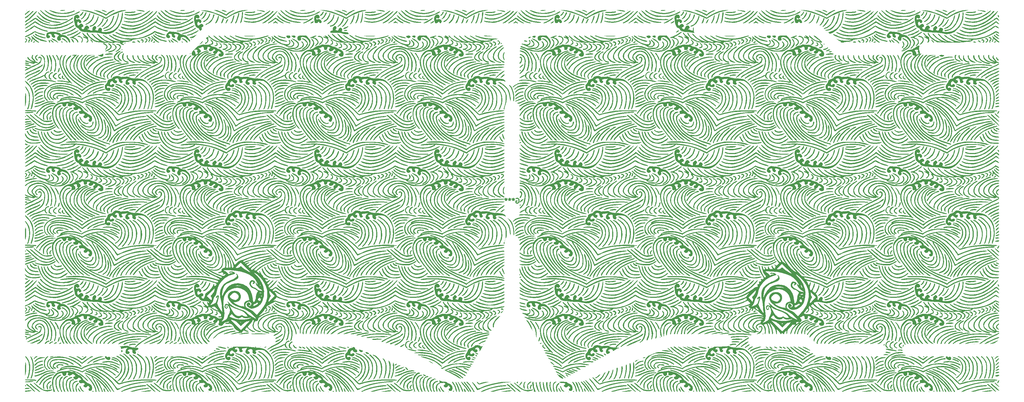
<source format=gbr>
%TF.GenerationSoftware,KiCad,Pcbnew,7.0.8*%
%TF.CreationDate,2023-12-22T16:38:51-05:00*%
%TF.ProjectId,Sango,53616e67-6f2e-46b6-9963-61645f706362,rev?*%
%TF.SameCoordinates,Original*%
%TF.FileFunction,Legend,Bot*%
%TF.FilePolarity,Positive*%
%FSLAX46Y46*%
G04 Gerber Fmt 4.6, Leading zero omitted, Abs format (unit mm)*
G04 Created by KiCad (PCBNEW 7.0.8) date 2023-12-22 16:38:51*
%MOMM*%
%LPD*%
G01*
G04 APERTURE LIST*
%ADD10C,0.300000*%
G04 APERTURE END LIST*
D10*
X229681427Y-242839757D02*
X229824285Y-242768328D01*
X229824285Y-242768328D02*
X230038570Y-242768328D01*
X230038570Y-242768328D02*
X230252856Y-242839757D01*
X230252856Y-242839757D02*
X230395713Y-242982614D01*
X230395713Y-242982614D02*
X230467142Y-243125471D01*
X230467142Y-243125471D02*
X230538570Y-243411185D01*
X230538570Y-243411185D02*
X230538570Y-243625471D01*
X230538570Y-243625471D02*
X230467142Y-243911185D01*
X230467142Y-243911185D02*
X230395713Y-244054042D01*
X230395713Y-244054042D02*
X230252856Y-244196900D01*
X230252856Y-244196900D02*
X230038570Y-244268328D01*
X230038570Y-244268328D02*
X229895713Y-244268328D01*
X229895713Y-244268328D02*
X229681427Y-244196900D01*
X229681427Y-244196900D02*
X229609999Y-244125471D01*
X229609999Y-244125471D02*
X229609999Y-243625471D01*
X229609999Y-243625471D02*
X229895713Y-243625471D01*
X228752856Y-242768328D02*
X228752856Y-243125471D01*
X229109999Y-242982614D02*
X228752856Y-243125471D01*
X228752856Y-243125471D02*
X228395713Y-242982614D01*
X228967142Y-243411185D02*
X228752856Y-243125471D01*
X228752856Y-243125471D02*
X228538570Y-243411185D01*
X227609999Y-242768328D02*
X227609999Y-243125471D01*
X227967142Y-242982614D02*
X227609999Y-243125471D01*
X227609999Y-243125471D02*
X227252856Y-242982614D01*
X227824285Y-243411185D02*
X227609999Y-243125471D01*
X227609999Y-243125471D02*
X227395713Y-243411185D01*
X226467142Y-242768328D02*
X226467142Y-243125471D01*
X226824285Y-242982614D02*
X226467142Y-243125471D01*
X226467142Y-243125471D02*
X226109999Y-242982614D01*
X226681428Y-243411185D02*
X226467142Y-243125471D01*
X226467142Y-243125471D02*
X226252856Y-243411185D01*
%TO.C,G\u002A\u002A\u002A*%
G36*
X378425946Y-292124594D02*
G01*
X378357297Y-292193243D01*
X378288649Y-292124594D01*
X378357297Y-292055945D01*
X378425946Y-292124594D01*
G37*
G36*
X351515676Y-291987297D02*
G01*
X351447027Y-292055945D01*
X351378378Y-291987297D01*
X351447027Y-291918648D01*
X351515676Y-291987297D01*
G37*
G36*
X347396757Y-303108378D02*
G01*
X347328108Y-303177027D01*
X347259459Y-303108378D01*
X347328108Y-303039729D01*
X347396757Y-303108378D01*
G37*
G36*
X328175135Y-292124594D02*
G01*
X328106486Y-292193243D01*
X328037838Y-292124594D01*
X328106486Y-292055945D01*
X328175135Y-292124594D01*
G37*
G36*
X320898378Y-303108378D02*
G01*
X320829730Y-303177027D01*
X320761081Y-303108378D01*
X320829730Y-303039729D01*
X320898378Y-303108378D01*
G37*
G36*
X288496216Y-289104054D02*
G01*
X288427568Y-289172702D01*
X288358919Y-289104054D01*
X288427568Y-289035405D01*
X288496216Y-289104054D01*
G37*
G36*
X272569730Y-303108378D02*
G01*
X272501081Y-303177027D01*
X272432432Y-303108378D01*
X272501081Y-303039729D01*
X272569730Y-303108378D01*
G37*
G36*
X268862703Y-292673783D02*
G01*
X268794054Y-292742432D01*
X268725405Y-292673783D01*
X268794054Y-292605135D01*
X268862703Y-292673783D01*
G37*
G36*
X267764324Y-293085675D02*
G01*
X267695676Y-293154324D01*
X267627027Y-293085675D01*
X267695676Y-293017027D01*
X267764324Y-293085675D01*
G37*
G36*
X252798919Y-294458648D02*
G01*
X252730270Y-294527297D01*
X252661622Y-294458648D01*
X252730270Y-294390000D01*
X252798919Y-294458648D01*
G37*
G36*
X246071351Y-303108378D02*
G01*
X246002703Y-303177027D01*
X245934054Y-303108378D01*
X246002703Y-303039729D01*
X246071351Y-303108378D01*
G37*
G36*
X234812973Y-284024054D02*
G01*
X234744324Y-284092702D01*
X234675676Y-284024054D01*
X234744324Y-283955405D01*
X234812973Y-284024054D01*
G37*
G36*
X219572973Y-288417567D02*
G01*
X219504324Y-288486216D01*
X219435676Y-288417567D01*
X219504324Y-288348918D01*
X219572973Y-288417567D01*
G37*
G36*
X205980541Y-295557027D02*
G01*
X205911892Y-295625675D01*
X205843243Y-295557027D01*
X205911892Y-295488378D01*
X205980541Y-295557027D01*
G37*
G36*
X204058378Y-294458648D02*
G01*
X203989730Y-294527297D01*
X203921081Y-294458648D01*
X203989730Y-294390000D01*
X204058378Y-294458648D01*
G37*
G36*
X197742703Y-303108378D02*
G01*
X197674054Y-303177027D01*
X197605405Y-303108378D01*
X197674054Y-303039729D01*
X197742703Y-303108378D01*
G37*
G36*
X196644324Y-296106216D02*
G01*
X196575676Y-296174864D01*
X196507027Y-296106216D01*
X196575676Y-296037567D01*
X196644324Y-296106216D01*
G37*
G36*
X176324324Y-289104054D02*
G01*
X176255676Y-289172702D01*
X176187027Y-289104054D01*
X176255676Y-289035405D01*
X176324324Y-289104054D01*
G37*
G36*
X171244324Y-303108378D02*
G01*
X171175676Y-303177027D01*
X171107027Y-303108378D01*
X171175676Y-303039729D01*
X171244324Y-303108378D01*
G37*
G36*
X138842162Y-289104054D02*
G01*
X138773513Y-289172702D01*
X138704865Y-289104054D01*
X138773513Y-289035405D01*
X138842162Y-289104054D01*
G37*
G36*
X135272432Y-290614324D02*
G01*
X135203784Y-290682973D01*
X135135135Y-290614324D01*
X135203784Y-290545675D01*
X135272432Y-290614324D01*
G37*
G36*
X122915676Y-303108378D02*
G01*
X122847027Y-303177027D01*
X122778378Y-303108378D01*
X122847027Y-303039729D01*
X122915676Y-303108378D01*
G37*
G36*
X103694054Y-292124594D02*
G01*
X103625405Y-292193243D01*
X103556757Y-292124594D01*
X103625405Y-292055945D01*
X103694054Y-292124594D01*
G37*
G36*
X98888649Y-194094324D02*
G01*
X98820000Y-194162973D01*
X98751351Y-194094324D01*
X98820000Y-194025675D01*
X98888649Y-194094324D01*
G37*
G36*
X96417297Y-303108378D02*
G01*
X96348649Y-303177027D01*
X96280000Y-303108378D01*
X96348649Y-303039729D01*
X96417297Y-303108378D01*
G37*
G36*
X79117838Y-292124594D02*
G01*
X79049189Y-292193243D01*
X78980541Y-292124594D01*
X79049189Y-292055945D01*
X79117838Y-292124594D01*
G37*
G36*
X371174932Y-194069183D02*
G01*
X371238483Y-194118602D01*
X371091982Y-194152133D01*
X370952727Y-194142425D01*
X370911779Y-194080022D01*
X370960353Y-194052815D01*
X371174932Y-194069183D01*
G37*
G36*
X365748829Y-292101711D02*
G01*
X365770309Y-292143008D01*
X365657297Y-292193243D01*
X365584613Y-292183334D01*
X365565766Y-292101711D01*
X365585889Y-292085279D01*
X365748829Y-292101711D01*
G37*
G36*
X358334775Y-303085495D02*
G01*
X358356254Y-303126792D01*
X358243243Y-303177027D01*
X358170558Y-303167118D01*
X358151712Y-303085495D01*
X358171835Y-303069063D01*
X358334775Y-303085495D01*
G37*
G36*
X340017027Y-194072043D02*
G01*
X340040317Y-194119718D01*
X339845405Y-194141294D01*
X339656536Y-194122156D01*
X339673784Y-194072043D01*
X339735932Y-194053909D01*
X340017027Y-194072043D01*
G37*
G36*
X339330541Y-184049340D02*
G01*
X339353830Y-184097015D01*
X339158919Y-184118591D01*
X338970050Y-184099453D01*
X338987297Y-184049340D01*
X339049445Y-184031207D01*
X339330541Y-184049340D01*
G37*
G36*
X333692770Y-194069183D02*
G01*
X333756321Y-194118602D01*
X333609820Y-194152133D01*
X333470564Y-194142425D01*
X333429617Y-194080022D01*
X333478191Y-194052815D01*
X333692770Y-194069183D01*
G37*
G36*
X290647207Y-289081171D02*
G01*
X290668687Y-289122467D01*
X290555676Y-289172702D01*
X290482991Y-289162794D01*
X290464144Y-289081171D01*
X290484267Y-289064739D01*
X290647207Y-289081171D01*
G37*
G36*
X283507748Y-303085495D02*
G01*
X283529227Y-303126792D01*
X283416216Y-303177027D01*
X283343531Y-303167118D01*
X283324685Y-303085495D01*
X283344808Y-303069063D01*
X283507748Y-303085495D01*
G37*
G36*
X274583423Y-286060630D02*
G01*
X274604903Y-286101927D01*
X274491892Y-286152162D01*
X274419207Y-286142253D01*
X274400360Y-286060630D01*
X274420484Y-286044198D01*
X274583423Y-286060630D01*
G37*
G36*
X264503513Y-184049340D02*
G01*
X264526803Y-184097015D01*
X264331892Y-184118591D01*
X264143023Y-184099453D01*
X264160270Y-184049340D01*
X264222418Y-184031207D01*
X264503513Y-184049340D01*
G37*
G36*
X226300541Y-255534864D02*
G01*
X226290632Y-255607549D01*
X226209009Y-255626396D01*
X226192577Y-255606273D01*
X226209009Y-255443333D01*
X226250306Y-255421853D01*
X226300541Y-255534864D01*
G37*
G36*
X226163243Y-255946756D02*
G01*
X226153335Y-256019441D01*
X226071712Y-256038288D01*
X226055280Y-256018165D01*
X226071712Y-255855225D01*
X226113008Y-255833745D01*
X226163243Y-255946756D01*
G37*
G36*
X219115315Y-300064954D02*
G01*
X219136795Y-300106251D01*
X219023784Y-300156486D01*
X218951099Y-300146578D01*
X218932252Y-300064954D01*
X218952376Y-300048523D01*
X219115315Y-300064954D01*
G37*
G36*
X208680721Y-303085495D02*
G01*
X208702200Y-303126792D01*
X208589189Y-303177027D01*
X208516504Y-303167118D01*
X208497658Y-303085495D01*
X208517781Y-303069063D01*
X208680721Y-303085495D01*
G37*
G36*
X189676486Y-184049340D02*
G01*
X189699776Y-184097015D01*
X189504865Y-184118591D01*
X189315995Y-184099453D01*
X189333243Y-184049340D01*
X189395391Y-184031207D01*
X189676486Y-184049340D01*
G37*
G36*
X178475315Y-289081171D02*
G01*
X178496795Y-289122467D01*
X178383784Y-289172702D01*
X178311099Y-289162794D01*
X178292252Y-289081171D01*
X178312376Y-289064739D01*
X178475315Y-289081171D01*
G37*
G36*
X150192072Y-289081171D02*
G01*
X150213552Y-289122467D01*
X150100541Y-289172702D01*
X150027856Y-289162794D01*
X150009009Y-289081171D01*
X150029132Y-289064739D01*
X150192072Y-289081171D01*
G37*
G36*
X140993153Y-289081171D02*
G01*
X141014633Y-289122467D01*
X140901622Y-289172702D01*
X140828937Y-289162794D01*
X140810090Y-289081171D01*
X140830213Y-289064739D01*
X140993153Y-289081171D01*
G37*
G36*
X133853694Y-303085495D02*
G01*
X133875173Y-303126792D01*
X133762162Y-303177027D01*
X133689477Y-303167118D01*
X133670631Y-303085495D01*
X133690754Y-303069063D01*
X133853694Y-303085495D01*
G37*
G36*
X115535946Y-194072043D02*
G01*
X115559236Y-194119718D01*
X115364324Y-194141294D01*
X115175455Y-194122156D01*
X115192703Y-194072043D01*
X115254851Y-194053909D01*
X115535946Y-194072043D01*
G37*
G36*
X114849459Y-184049340D02*
G01*
X114872749Y-184097015D01*
X114677838Y-184118591D01*
X114488968Y-184099453D01*
X114506216Y-184049340D01*
X114568364Y-184031207D01*
X114849459Y-184049340D01*
G37*
G36*
X109211689Y-194069183D02*
G01*
X109275240Y-194118602D01*
X109128739Y-194152133D01*
X108989483Y-194142425D01*
X108948536Y-194080022D01*
X108997110Y-194052815D01*
X109211689Y-194069183D01*
G37*
G36*
X306686724Y-285051544D02*
G01*
X306700323Y-285123530D01*
X306558914Y-285191081D01*
X306489594Y-285188395D01*
X306350933Y-285123539D01*
X306472675Y-284990998D01*
X306522181Y-284972341D01*
X306686724Y-285051544D01*
G37*
G36*
X230876919Y-266489098D02*
G01*
X230894137Y-266665432D01*
X230858186Y-266718099D01*
X230739301Y-266777565D01*
X230694054Y-266579194D01*
X230714191Y-266481213D01*
X230833591Y-266451384D01*
X230876919Y-266489098D01*
G37*
G36*
X230876919Y-224476125D02*
G01*
X230894137Y-224652460D01*
X230858186Y-224705126D01*
X230739301Y-224764592D01*
X230694054Y-224566221D01*
X230714191Y-224468240D01*
X230833591Y-224438411D01*
X230876919Y-224476125D01*
G37*
G36*
X177337922Y-289092780D02*
G01*
X177473383Y-289280551D01*
X177461335Y-289495865D01*
X177363276Y-289517938D01*
X177191047Y-289366707D01*
X177083395Y-289166095D01*
X177159235Y-289054579D01*
X177337922Y-289092780D01*
G37*
G36*
X380046748Y-263978648D02*
G01*
X380046936Y-264011162D01*
X380028528Y-264226096D01*
X379983455Y-264221531D01*
X379958268Y-264108716D01*
X379978368Y-263809640D01*
X379985162Y-263786033D01*
X380026950Y-263765706D01*
X380046748Y-263978648D01*
G37*
G36*
X380046748Y-221965675D02*
G01*
X380046936Y-221998189D01*
X380028528Y-222213123D01*
X379983455Y-222208558D01*
X379958268Y-222095743D01*
X379978368Y-221796667D01*
X379985162Y-221773060D01*
X380026950Y-221752733D01*
X380046748Y-221965675D01*
G37*
G36*
X377464865Y-194038529D02*
G01*
X377413455Y-194110807D01*
X377190270Y-194162973D01*
X377031215Y-194153178D01*
X376915676Y-194110337D01*
X376968462Y-194065597D01*
X377190270Y-193985893D01*
X377355525Y-193967904D01*
X377464865Y-194038529D01*
G37*
G36*
X376741441Y-184045124D02*
G01*
X376765047Y-184051918D01*
X376785374Y-184093706D01*
X376572432Y-184113504D01*
X376539918Y-184113692D01*
X376324985Y-184095284D01*
X376329549Y-184050211D01*
X376442365Y-184025024D01*
X376741441Y-184045124D01*
G37*
G36*
X372485225Y-288116475D02*
G01*
X372508831Y-288123269D01*
X372529158Y-288165057D01*
X372316216Y-288184855D01*
X372283702Y-288185044D01*
X372068769Y-288166635D01*
X372073333Y-288121563D01*
X372186149Y-288096376D01*
X372485225Y-288116475D01*
G37*
G36*
X359816674Y-302788370D02*
G01*
X359890811Y-302971081D01*
X359875321Y-303065822D01*
X359753513Y-303177027D01*
X359690353Y-303153792D01*
X359616216Y-302971081D01*
X359631706Y-302876340D01*
X359753513Y-302765135D01*
X359816674Y-302788370D01*
G37*
G36*
X356621218Y-292072749D02*
G01*
X356732973Y-292193243D01*
X356729275Y-292225818D01*
X356603779Y-292330540D01*
X356565258Y-292325303D01*
X356389730Y-292193243D01*
X356376814Y-292122506D01*
X356518924Y-292055945D01*
X356621218Y-292072749D01*
G37*
G36*
X344486938Y-288326573D02*
G01*
X344380224Y-288550035D01*
X344258089Y-288653273D01*
X344072890Y-288674404D01*
X344030142Y-288580182D01*
X344153826Y-288375170D01*
X344193858Y-288337788D01*
X344401377Y-288237720D01*
X344486938Y-288326573D01*
G37*
G36*
X335280270Y-288116979D02*
G01*
X335319225Y-288129814D01*
X335289787Y-288165453D01*
X335040000Y-288179768D01*
X334946846Y-288178440D01*
X334756999Y-288156774D01*
X334799730Y-288116979D01*
X334932053Y-288095626D01*
X335280270Y-288116979D01*
G37*
G36*
X325511759Y-194443885D02*
G01*
X325635135Y-194574864D01*
X325656588Y-194628048D01*
X325574589Y-194712162D01*
X325534737Y-194706886D01*
X325429189Y-194574864D01*
X325430763Y-194543793D01*
X325489735Y-194437567D01*
X325511759Y-194443885D01*
G37*
G36*
X322377887Y-302887582D02*
G01*
X322519631Y-303029432D01*
X322510876Y-303107362D01*
X322340000Y-303177027D01*
X322226645Y-303154625D01*
X322160369Y-303029432D01*
X322179014Y-302988726D01*
X322340000Y-302881837D01*
X322377887Y-302887582D01*
G37*
G36*
X301914414Y-184045124D02*
G01*
X301938020Y-184051918D01*
X301958347Y-184093706D01*
X301745405Y-184113504D01*
X301712891Y-184113692D01*
X301497958Y-184095284D01*
X301502522Y-184050211D01*
X301615338Y-184025024D01*
X301914414Y-184045124D01*
G37*
G36*
X284989647Y-302788370D02*
G01*
X285063784Y-302971081D01*
X285048294Y-303065822D01*
X284926486Y-303177027D01*
X284863326Y-303153792D01*
X284789189Y-302971081D01*
X284804679Y-302876340D01*
X284926486Y-302765135D01*
X284989647Y-302788370D01*
G37*
G36*
X247550860Y-302887582D02*
G01*
X247692604Y-303029432D01*
X247683849Y-303107362D01*
X247512973Y-303177027D01*
X247399618Y-303154625D01*
X247333342Y-303029432D01*
X247351987Y-302988726D01*
X247512973Y-302881837D01*
X247550860Y-302887582D01*
G37*
G36*
X230958970Y-244692982D02*
G01*
X231101871Y-244807781D01*
X231014414Y-245008738D01*
X230967570Y-245049334D01*
X230777687Y-245083419D01*
X230694054Y-244894324D01*
X230717975Y-244798280D01*
X230900000Y-244688378D01*
X230958970Y-244692982D01*
G37*
G36*
X230958970Y-202680009D02*
G01*
X231101871Y-202794808D01*
X231014414Y-202995765D01*
X230967570Y-203036361D01*
X230777687Y-203070446D01*
X230694054Y-202881351D01*
X230717975Y-202785307D01*
X230900000Y-202675405D01*
X230958970Y-202680009D01*
G37*
G36*
X227087387Y-184045124D02*
G01*
X227110993Y-184051918D01*
X227131320Y-184093706D01*
X226918378Y-184113504D01*
X226885864Y-184113692D01*
X226670931Y-184095284D01*
X226675495Y-184050211D01*
X226788311Y-184025024D01*
X227087387Y-184045124D01*
G37*
G36*
X225202162Y-194373227D02*
G01*
X225178291Y-194467168D01*
X224996216Y-194574864D01*
X224901691Y-194561099D01*
X224790270Y-194452256D01*
X224814533Y-194385387D01*
X224996216Y-194250619D01*
X225111193Y-194234715D01*
X225202162Y-194373227D01*
G37*
G36*
X210162620Y-302788370D02*
G01*
X210236757Y-302971081D01*
X210221267Y-303065822D01*
X210099459Y-303177027D01*
X210036299Y-303153792D01*
X209962162Y-302971081D01*
X209977652Y-302876340D01*
X210099459Y-302765135D01*
X210162620Y-302788370D01*
G37*
G36*
X172723833Y-302887582D02*
G01*
X172865577Y-303029432D01*
X172856822Y-303107362D01*
X172685946Y-303177027D01*
X172572591Y-303154625D01*
X172506315Y-303029432D01*
X172524960Y-302988726D01*
X172685946Y-302881837D01*
X172723833Y-302887582D01*
G37*
G36*
X152260360Y-184045124D02*
G01*
X152283966Y-184051918D01*
X152304293Y-184093706D01*
X152091351Y-184113504D01*
X152058837Y-184113692D01*
X151843904Y-184095284D01*
X151848468Y-184050211D01*
X151961284Y-184025024D01*
X152260360Y-184045124D01*
G37*
G36*
X151864845Y-289084049D02*
G01*
X151687542Y-289237315D01*
X151427720Y-289404027D01*
X151248539Y-289428616D01*
X151232556Y-289275675D01*
X151344107Y-289158200D01*
X151621565Y-289065693D01*
X151804832Y-289048211D01*
X151864845Y-289084049D01*
G37*
G36*
X148626315Y-289056385D02*
G01*
X148658919Y-289172702D01*
X148630779Y-289214240D01*
X148521622Y-289310000D01*
X148501762Y-289303539D01*
X148384324Y-289172702D01*
X148373328Y-289099984D01*
X148521622Y-289035405D01*
X148626315Y-289056385D01*
G37*
G36*
X136015732Y-290251930D02*
G01*
X136029523Y-290278989D01*
X136010412Y-290448416D01*
X135873186Y-290483843D01*
X135656432Y-290406269D01*
X135547027Y-290256391D01*
X135643132Y-290152112D01*
X135848998Y-290148343D01*
X136015732Y-290251930D01*
G37*
G36*
X135335593Y-302788370D02*
G01*
X135409730Y-302971081D01*
X135394240Y-303065822D01*
X135272432Y-303177027D01*
X135209272Y-303153792D01*
X135135135Y-302971081D01*
X135150625Y-302876340D01*
X135272432Y-302765135D01*
X135335593Y-302788370D01*
G37*
G36*
X132140137Y-292072749D02*
G01*
X132251892Y-292193243D01*
X132248194Y-292225818D01*
X132122697Y-292330540D01*
X132084177Y-292325303D01*
X131908649Y-292193243D01*
X131895732Y-292122506D01*
X132037843Y-292055945D01*
X132140137Y-292072749D01*
G37*
G36*
X128577682Y-192931287D02*
G01*
X128682162Y-193064594D01*
X128678172Y-193097412D01*
X128544865Y-193201891D01*
X128512047Y-193197902D01*
X128407568Y-193064594D01*
X128411557Y-193031777D01*
X128544865Y-192927297D01*
X128577682Y-192931287D01*
G37*
G36*
X128270270Y-197587302D02*
G01*
X128264994Y-197627155D01*
X128132973Y-197732702D01*
X128101901Y-197731128D01*
X127995676Y-197672156D01*
X128001994Y-197650133D01*
X128132973Y-197526756D01*
X128186157Y-197505303D01*
X128270270Y-197587302D01*
G37*
G36*
X125762960Y-193930875D02*
G01*
X125867836Y-194039498D01*
X125917938Y-194143262D01*
X125767794Y-194162973D01*
X125570468Y-194111412D01*
X125417799Y-193954516D01*
X125445196Y-193784443D01*
X125555021Y-193784072D01*
X125762960Y-193930875D01*
G37*
G36*
X111871177Y-290551853D02*
G01*
X112000541Y-290682973D01*
X112026114Y-290731583D01*
X112016746Y-290820270D01*
X111992607Y-290814092D01*
X111863243Y-290682973D01*
X111837670Y-290634362D01*
X111847037Y-290545675D01*
X111871177Y-290551853D01*
G37*
G36*
X107989333Y-194181479D02*
G01*
X108018919Y-194300270D01*
X107965334Y-194357008D01*
X107728119Y-194437567D01*
X107636613Y-194419061D01*
X107607027Y-194300270D01*
X107660612Y-194243531D01*
X107897827Y-194162973D01*
X107989333Y-194181479D01*
G37*
G36*
X106989189Y-196282978D02*
G01*
X106972386Y-196385272D01*
X106851892Y-196497027D01*
X106819317Y-196493329D01*
X106714595Y-196367832D01*
X106719832Y-196329312D01*
X106851892Y-196153783D01*
X106922629Y-196140867D01*
X106989189Y-196282978D01*
G37*
G36*
X97896806Y-302887582D02*
G01*
X98038550Y-303029432D01*
X98029795Y-303107362D01*
X97858919Y-303177027D01*
X97745564Y-303154625D01*
X97679288Y-303029432D01*
X97697933Y-302988726D01*
X97858919Y-302881837D01*
X97896806Y-302887582D01*
G37*
G36*
X94790743Y-292086898D02*
G01*
X94907027Y-292193243D01*
X94902778Y-292239222D01*
X94779255Y-292320999D01*
X94495135Y-292193243D01*
X94446814Y-292160486D01*
X94397490Y-292079726D01*
X94598108Y-292058048D01*
X94790743Y-292086898D01*
G37*
G36*
X88230896Y-193805117D02*
G01*
X88370235Y-193967001D01*
X88387013Y-194108219D01*
X88224680Y-194138623D01*
X88108759Y-194096571D01*
X87939125Y-193922702D01*
X87933778Y-193824372D01*
X88049178Y-193753851D01*
X88230896Y-193805117D01*
G37*
G36*
X85639459Y-292068331D02*
G01*
X85227568Y-292256933D01*
X84896375Y-292391202D01*
X84580295Y-292450068D01*
X84472432Y-292345229D01*
X84551939Y-292216353D01*
X84840958Y-292100905D01*
X85273121Y-292062138D01*
X85639459Y-292068331D01*
G37*
G36*
X78156757Y-194038529D02*
G01*
X78105347Y-194110807D01*
X77882162Y-194162973D01*
X77723107Y-194153178D01*
X77607568Y-194110337D01*
X77660354Y-194065597D01*
X77882162Y-193985893D01*
X78047416Y-193967904D01*
X78156757Y-194038529D01*
G37*
G36*
X77433333Y-184045124D02*
G01*
X77456939Y-184051918D01*
X77477266Y-184093706D01*
X77264324Y-184113504D01*
X77231810Y-184113692D01*
X77016877Y-184095284D01*
X77021441Y-184050211D01*
X77134257Y-184025024D01*
X77433333Y-184045124D01*
G37*
G36*
X76947173Y-301133057D02*
G01*
X77058378Y-301254864D01*
X77035143Y-301318025D01*
X76852432Y-301392162D01*
X76757691Y-301376672D01*
X76646486Y-301254864D01*
X76669721Y-301191704D01*
X76852432Y-301117567D01*
X76947173Y-301133057D01*
G37*
G36*
X76947173Y-259120084D02*
G01*
X77058378Y-259241891D01*
X77035143Y-259305052D01*
X76852432Y-259379189D01*
X76757691Y-259363699D01*
X76646486Y-259241891D01*
X76669721Y-259178731D01*
X76852432Y-259104594D01*
X76947173Y-259120084D01*
G37*
G36*
X76947173Y-217107111D02*
G01*
X77058378Y-217228918D01*
X77035143Y-217292079D01*
X76852432Y-217366216D01*
X76757691Y-217350726D01*
X76646486Y-217228918D01*
X76669721Y-217165758D01*
X76852432Y-217091621D01*
X76947173Y-217107111D01*
G37*
G36*
X289654485Y-289175721D02*
G01*
X289731892Y-289386751D01*
X289719324Y-289473745D01*
X289609284Y-289584594D01*
X289600066Y-289584000D01*
X289459843Y-289463912D01*
X289361977Y-289241466D01*
X289376282Y-289070654D01*
X289493096Y-289049101D01*
X289654485Y-289175721D01*
G37*
G36*
X269961081Y-292467837D02*
G01*
X269952547Y-292492564D01*
X269777045Y-292569383D01*
X269446216Y-292595485D01*
X269175045Y-292582887D01*
X269077046Y-292544518D01*
X269205946Y-292467837D01*
X269568088Y-292359063D01*
X269849095Y-292358277D01*
X269961081Y-292467837D01*
G37*
G36*
X267421434Y-293265316D02*
G01*
X267222296Y-293489944D01*
X266949461Y-293741838D01*
X266741314Y-293837190D01*
X266665946Y-293720324D01*
X266688094Y-293638525D01*
X266900713Y-293425579D01*
X267280554Y-293236663D01*
X267433637Y-293195156D01*
X267421434Y-293265316D01*
G37*
G36*
X231193471Y-267261985D02*
G01*
X231218109Y-267397901D01*
X231002973Y-267522384D01*
X230871791Y-267557707D01*
X230728378Y-267601100D01*
X230712476Y-267584890D01*
X230694054Y-267411081D01*
X230745020Y-267290983D01*
X230968649Y-267205135D01*
X231193471Y-267261985D01*
G37*
G36*
X231193471Y-225249012D02*
G01*
X231218109Y-225384928D01*
X231002973Y-225509411D01*
X230871791Y-225544734D01*
X230728378Y-225588127D01*
X230712476Y-225571917D01*
X230694054Y-225398108D01*
X230745020Y-225278010D01*
X230968649Y-225192162D01*
X231193471Y-225249012D01*
G37*
G36*
X230119576Y-300019726D02*
G01*
X230222063Y-300083272D01*
X230142807Y-300297629D01*
X230020170Y-300456426D01*
X229869378Y-300499178D01*
X229854183Y-300488523D01*
X229798508Y-300312599D01*
X229899025Y-300113745D01*
X230095736Y-300019189D01*
X230119576Y-300019726D01*
G37*
G36*
X225999335Y-256324112D02*
G01*
X226016296Y-256598918D01*
X226016633Y-256633286D01*
X225979444Y-256925281D01*
X225888649Y-257045135D01*
X225809253Y-257016192D01*
X225771488Y-256807140D01*
X225888649Y-256427297D01*
X225953482Y-256298296D01*
X225999335Y-256324112D01*
G37*
G36*
X225405779Y-278155889D02*
G01*
X225362747Y-278225103D01*
X225145582Y-278492511D01*
X224966614Y-278600810D01*
X224960293Y-278600780D01*
X224807817Y-278538525D01*
X224899855Y-278356327D01*
X225237032Y-278052916D01*
X225668601Y-277710967D01*
X225405779Y-278155889D01*
G37*
G36*
X217296338Y-291727392D02*
G01*
X217403786Y-291784787D01*
X217513513Y-291933337D01*
X217462115Y-292004543D01*
X217238919Y-292055945D01*
X217078788Y-292017721D01*
X216964324Y-291850000D01*
X216971463Y-291724459D01*
X217052606Y-291653286D01*
X217296338Y-291727392D01*
G37*
G36*
X192424626Y-294393583D02*
G01*
X192471599Y-294464490D01*
X192319459Y-294664594D01*
X192116461Y-294851821D01*
X191917421Y-294936915D01*
X191838919Y-294829351D01*
X191890870Y-294685992D01*
X192105684Y-294482141D01*
X192368198Y-294390000D01*
X192424626Y-294393583D01*
G37*
G36*
X140000431Y-289175721D02*
G01*
X140077838Y-289386751D01*
X140065270Y-289473745D01*
X139955230Y-289584594D01*
X139946012Y-289584000D01*
X139805789Y-289463912D01*
X139707922Y-289241466D01*
X139722228Y-289070654D01*
X139839042Y-289049101D01*
X140000431Y-289175721D01*
G37*
G36*
X122864370Y-292070732D02*
G01*
X122867950Y-292122895D01*
X122641081Y-292261891D01*
X122329949Y-292409024D01*
X122056958Y-292454980D01*
X121954595Y-292345229D01*
X122026718Y-292224112D01*
X122297517Y-292103956D01*
X122686635Y-292060811D01*
X122864370Y-292070732D01*
G37*
G36*
X106886216Y-290152398D02*
G01*
X107006435Y-290227022D01*
X107115154Y-290416396D01*
X106961730Y-290655513D01*
X106762010Y-290803531D01*
X106636617Y-290738958D01*
X106617149Y-290422162D01*
X106635682Y-290252338D01*
X106712352Y-290104718D01*
X106886216Y-290152398D01*
G37*
G36*
X380073513Y-296105819D02*
G01*
X379966981Y-296272134D01*
X379695946Y-296427178D01*
X379355757Y-296531365D01*
X379049054Y-296564132D01*
X378963066Y-296489548D01*
X379115564Y-296337554D01*
X379524324Y-296138087D01*
X379838670Y-296026400D01*
X380024542Y-296007951D01*
X380073513Y-296105819D01*
G37*
G36*
X380073513Y-212079873D02*
G01*
X379966981Y-212246188D01*
X379695946Y-212401232D01*
X379355757Y-212505419D01*
X379049054Y-212538186D01*
X378963066Y-212463603D01*
X379115564Y-212311608D01*
X379524324Y-212112141D01*
X379838670Y-212000454D01*
X380024542Y-211982005D01*
X380073513Y-212079873D01*
G37*
G36*
X379854947Y-269667266D02*
G01*
X380005745Y-269872748D01*
X380068946Y-270139514D01*
X380054929Y-270329969D01*
X379983047Y-270321969D01*
X379795087Y-270108401D01*
X379792702Y-270105530D01*
X379627889Y-269840714D01*
X379605932Y-269655518D01*
X379687551Y-269597284D01*
X379854947Y-269667266D01*
G37*
G36*
X379854947Y-227654293D02*
G01*
X380005745Y-227859775D01*
X380068946Y-228126541D01*
X380054929Y-228316996D01*
X379983047Y-228308996D01*
X379795087Y-228095428D01*
X379792702Y-228092557D01*
X379627889Y-227827741D01*
X379605932Y-227642545D01*
X379687551Y-227584311D01*
X379854947Y-227654293D01*
G37*
G36*
X379854947Y-185641320D02*
G01*
X380005745Y-185846802D01*
X380068946Y-186113568D01*
X380054929Y-186304023D01*
X379983047Y-186296023D01*
X379795087Y-186082455D01*
X379792702Y-186079584D01*
X379627889Y-185814768D01*
X379605932Y-185629572D01*
X379687551Y-185571338D01*
X379854947Y-185641320D01*
G37*
G36*
X372730764Y-193948692D02*
G01*
X372785053Y-193990271D01*
X372894878Y-194101668D01*
X372804363Y-194147571D01*
X372476396Y-194158606D01*
X372383337Y-194158047D01*
X372071860Y-194112448D01*
X372007233Y-193991351D01*
X372122901Y-193837367D01*
X372396505Y-193793863D01*
X372730764Y-193948692D01*
G37*
G36*
X350355620Y-288656080D02*
G01*
X350259331Y-288982039D01*
X350255765Y-288990574D01*
X350140762Y-289246077D01*
X350083212Y-289262295D01*
X350037919Y-289053894D01*
X350034989Y-288821853D01*
X350128790Y-288582507D01*
X350180279Y-288535758D01*
X350324723Y-288493405D01*
X350355620Y-288656080D01*
G37*
G36*
X310499286Y-192005701D02*
G01*
X310584428Y-192126700D01*
X310535716Y-192367761D01*
X310499272Y-192454379D01*
X310278049Y-192630261D01*
X309960734Y-192592894D01*
X309605676Y-192343783D01*
X309296757Y-192034864D01*
X309894561Y-191991948D01*
X310229512Y-191975001D01*
X310499286Y-192005701D01*
G37*
G36*
X307465926Y-289041575D02*
G01*
X307754813Y-289125428D01*
X308016027Y-289285409D01*
X308129730Y-289452127D01*
X308085926Y-289563093D01*
X307890956Y-289539661D01*
X307561427Y-289314567D01*
X307536977Y-289293794D01*
X307378159Y-289113784D01*
X307417945Y-289039973D01*
X307465926Y-289041575D01*
G37*
G36*
X257322263Y-291318240D02*
G01*
X257368422Y-291346524D01*
X257599952Y-291533280D01*
X257657404Y-291669245D01*
X257613428Y-291725691D01*
X257441966Y-291759326D01*
X257158108Y-291590227D01*
X257001303Y-291449705D01*
X256906354Y-291262045D01*
X257023751Y-291200975D01*
X257322263Y-291318240D01*
G37*
G36*
X237523670Y-287856012D02*
G01*
X237539877Y-287887281D01*
X237495916Y-288065189D01*
X237491839Y-288071529D01*
X237315965Y-288189933D01*
X237109280Y-288198014D01*
X237009730Y-288089013D01*
X237010324Y-288079795D01*
X237130411Y-287939572D01*
X237352858Y-287841706D01*
X237523670Y-287856012D01*
G37*
G36*
X216056601Y-292879836D02*
G01*
X216466808Y-292923879D01*
X216713987Y-293031708D01*
X216742611Y-293179835D01*
X216646976Y-293234443D01*
X216372774Y-293233861D01*
X216051433Y-293150722D01*
X215804162Y-293007311D01*
X215800384Y-292916188D01*
X216033203Y-292879729D01*
X216056601Y-292879836D01*
G37*
G36*
X200944536Y-297763617D02*
G01*
X201223795Y-297869064D01*
X201447581Y-297999487D01*
X201510113Y-298110401D01*
X201311963Y-298224938D01*
X201016981Y-298194207D01*
X200760490Y-298025060D01*
X200672883Y-297893026D01*
X200652766Y-297749846D01*
X200715582Y-297727631D01*
X200944536Y-297763617D01*
G37*
G36*
X160845232Y-192005701D02*
G01*
X160930374Y-192126700D01*
X160881662Y-192367761D01*
X160845218Y-192454379D01*
X160623995Y-192630261D01*
X160306680Y-192592894D01*
X159951622Y-192343783D01*
X159642703Y-192034864D01*
X160240507Y-191991948D01*
X160575458Y-191975001D01*
X160845232Y-192005701D01*
G37*
G36*
X125387027Y-287925585D02*
G01*
X125374416Y-287977901D01*
X125215405Y-288120692D01*
X125086394Y-288157535D01*
X124769189Y-288196415D01*
X124615405Y-288196496D01*
X124576998Y-288151751D01*
X124761106Y-288001309D01*
X125047690Y-287841799D01*
X125288487Y-287809599D01*
X125387027Y-287925585D01*
G37*
G36*
X87832497Y-287805992D02*
G01*
X87901566Y-287933434D01*
X87813333Y-288120090D01*
X87710430Y-288171286D01*
X87435766Y-288207255D01*
X87276859Y-288201062D01*
X87233357Y-288152240D01*
X87416242Y-288001309D01*
X87608460Y-287874685D01*
X87793809Y-287799729D01*
X87832497Y-287805992D01*
G37*
G36*
X86669189Y-287788288D02*
G01*
X86561766Y-287915230D01*
X86291622Y-288052043D01*
X85995849Y-288149047D01*
X85712841Y-288196305D01*
X85651602Y-288122896D01*
X85826291Y-287932459D01*
X86006021Y-287808951D01*
X86316224Y-287684427D01*
X86566392Y-287672560D01*
X86669189Y-287788288D01*
G37*
G36*
X84276259Y-193402626D02*
G01*
X84413429Y-193645425D01*
X84472432Y-193914619D01*
X84455949Y-194048815D01*
X84369459Y-194161901D01*
X84238203Y-194055304D01*
X84099724Y-193794942D01*
X84009289Y-193502304D01*
X84016666Y-193299104D01*
X84120681Y-193266928D01*
X84276259Y-193402626D01*
G37*
G36*
X77097856Y-285815615D02*
G01*
X77355421Y-285916896D01*
X77470270Y-286029749D01*
X77387269Y-286116769D01*
X77150813Y-286149395D01*
X76883173Y-286111065D01*
X76709490Y-286005730D01*
X76682051Y-285950343D01*
X76685186Y-285793102D01*
X76828044Y-285765233D01*
X77097856Y-285815615D01*
G37*
G36*
X77097856Y-201789669D02*
G01*
X77355421Y-201890950D01*
X77470270Y-202003803D01*
X77387269Y-202090824D01*
X77150813Y-202123449D01*
X76883173Y-202085119D01*
X76709490Y-201979784D01*
X76682051Y-201924397D01*
X76685186Y-201767156D01*
X76828044Y-201739287D01*
X77097856Y-201789669D01*
G37*
G36*
X380069442Y-299665765D02*
G01*
X380006329Y-299925859D01*
X379852549Y-300228786D01*
X379661463Y-300444282D01*
X379509810Y-300490759D01*
X379496640Y-300478495D01*
X379495267Y-300298596D01*
X379598547Y-300013563D01*
X379760524Y-299726185D01*
X379935240Y-299539252D01*
X380032879Y-299523630D01*
X380069442Y-299665765D01*
G37*
G36*
X380069442Y-257652792D02*
G01*
X380006329Y-257912886D01*
X379852549Y-258215813D01*
X379661463Y-258431309D01*
X379509810Y-258477786D01*
X379496640Y-258465522D01*
X379495267Y-258285623D01*
X379598547Y-258000590D01*
X379760524Y-257713212D01*
X379935240Y-257526279D01*
X380032879Y-257510657D01*
X380069442Y-257652792D01*
G37*
G36*
X380069442Y-215639819D02*
G01*
X380006329Y-215899913D01*
X379852549Y-216202840D01*
X379661463Y-216418336D01*
X379509810Y-216464813D01*
X379496640Y-216452549D01*
X379495267Y-216272650D01*
X379598547Y-215987617D01*
X379760524Y-215700239D01*
X379935240Y-215513306D01*
X380032879Y-215497684D01*
X380069442Y-215639819D01*
G37*
G36*
X379953682Y-255000072D02*
G01*
X380090780Y-255096005D01*
X380013964Y-255208535D01*
X379695946Y-255300556D01*
X379320119Y-255342526D01*
X379012046Y-255310584D01*
X378876883Y-255171651D01*
X378877461Y-255131543D01*
X379048507Y-255028477D01*
X379449019Y-254964716D01*
X379629947Y-254957844D01*
X379953682Y-255000072D01*
G37*
G36*
X379954969Y-296947512D02*
G01*
X380073513Y-297061610D01*
X379970218Y-297209829D01*
X379695946Y-297312200D01*
X379406710Y-297354971D01*
X379154860Y-297389969D01*
X378964184Y-297338116D01*
X378892765Y-297195919D01*
X379000757Y-297078208D01*
X379153237Y-297033794D01*
X379631919Y-296938492D01*
X379954969Y-296947512D01*
G37*
G36*
X379954969Y-212921566D02*
G01*
X380073513Y-213035664D01*
X379970218Y-213183883D01*
X379695946Y-213286254D01*
X379406710Y-213329025D01*
X379154860Y-213364023D01*
X378964184Y-213312170D01*
X378892765Y-213169973D01*
X379000757Y-213052262D01*
X379153237Y-213007848D01*
X379631919Y-212912546D01*
X379954969Y-212921566D01*
G37*
G36*
X379084299Y-193812956D02*
G01*
X379043784Y-194025675D01*
X378893146Y-194114244D01*
X378589465Y-194152133D01*
X378578333Y-194151777D01*
X378376518Y-194121479D01*
X378425946Y-194061211D01*
X378541503Y-193998781D01*
X378782556Y-193776656D01*
X378814493Y-193739484D01*
X378979035Y-193690072D01*
X379084299Y-193812956D01*
G37*
G36*
X362535238Y-198018110D02*
G01*
X362829228Y-198074986D01*
X362891843Y-198194423D01*
X362746595Y-198391729D01*
X362493091Y-198521503D01*
X362081639Y-198541052D01*
X361666650Y-198414358D01*
X361454803Y-198267317D01*
X361433230Y-198127072D01*
X361669566Y-198038293D01*
X362156216Y-198007297D01*
X362535238Y-198018110D01*
G37*
G36*
X359182435Y-193297695D02*
G01*
X359439890Y-193535293D01*
X359660155Y-193816798D01*
X359753513Y-194044191D01*
X359753247Y-194058335D01*
X359678189Y-194160612D01*
X359477921Y-194032915D01*
X359164147Y-193682428D01*
X359019377Y-193490510D01*
X358906130Y-193270394D01*
X358982560Y-193201891D01*
X359182435Y-193297695D01*
G37*
G36*
X350802380Y-184032816D02*
G01*
X351036865Y-184053331D01*
X351038433Y-184087180D01*
X350829189Y-184140270D01*
X350384079Y-184216954D01*
X349909210Y-184255081D01*
X349579617Y-184229520D01*
X349456216Y-184140270D01*
X349564033Y-184074818D01*
X349891844Y-184030327D01*
X350382973Y-184021046D01*
X350802380Y-184032816D01*
G37*
G36*
X346063176Y-193345331D02*
G01*
X346230679Y-193546219D01*
X346374566Y-193779676D01*
X346435676Y-193972237D01*
X346428322Y-194053332D01*
X346331382Y-194161097D01*
X346173408Y-194071699D01*
X346020386Y-193810791D01*
X345933572Y-193539216D01*
X345891054Y-193295926D01*
X345931216Y-193250479D01*
X346063176Y-193345331D01*
G37*
G36*
X341630270Y-193867099D02*
G01*
X341617403Y-193999108D01*
X341496561Y-194127408D01*
X341184054Y-194152133D01*
X341120722Y-194149719D01*
X340918674Y-194117857D01*
X340943784Y-194065569D01*
X341107157Y-193983132D01*
X341390000Y-193780534D01*
X341495738Y-193692843D01*
X341608311Y-193664180D01*
X341630270Y-193867099D01*
G37*
G36*
X335202871Y-193852497D02*
G01*
X335472394Y-193964384D01*
X335589189Y-194099154D01*
X335575287Y-194113409D01*
X335384075Y-194148802D01*
X335040000Y-194162973D01*
X334763014Y-194144291D01*
X334528882Y-194063616D01*
X334519855Y-193946095D01*
X334760219Y-193821375D01*
X334901909Y-193804136D01*
X335202871Y-193852497D01*
G37*
G36*
X327949523Y-196873780D02*
G01*
X327983330Y-196926814D01*
X327880874Y-197061276D01*
X327642104Y-197146450D01*
X327326293Y-197178111D01*
X327054804Y-197149914D01*
X326939459Y-197061799D01*
X326948586Y-197036031D01*
X327119751Y-196941475D01*
X327420279Y-196868646D01*
X327735195Y-196838947D01*
X327949523Y-196873780D01*
G37*
G36*
X325776720Y-302141762D02*
G01*
X325929716Y-302380607D01*
X326060358Y-302695776D01*
X326115676Y-302977541D01*
X326102843Y-303095597D01*
X326009431Y-303175060D01*
X325865091Y-303048843D01*
X325717215Y-302744647D01*
X325593979Y-302343061D01*
X325582556Y-302136386D01*
X325681745Y-302078648D01*
X325776720Y-302141762D01*
G37*
G36*
X316202001Y-187598588D02*
G01*
X316025086Y-187846455D01*
X315784263Y-188022130D01*
X315421984Y-188121891D01*
X315286707Y-188119277D01*
X315190200Y-188085834D01*
X315285387Y-187981502D01*
X315591239Y-187766443D01*
X315598240Y-187761695D01*
X315961277Y-187551173D01*
X316171631Y-187498482D01*
X316202001Y-187598588D01*
G37*
G36*
X289584150Y-186827462D02*
G01*
X289527085Y-187100195D01*
X289325283Y-187562347D01*
X289234156Y-187724859D01*
X289021249Y-188009305D01*
X288849875Y-188121891D01*
X288785037Y-188046275D01*
X288860493Y-187790286D01*
X289089479Y-187332432D01*
X289343548Y-186927756D01*
X289516347Y-186763524D01*
X289584150Y-186827462D01*
G37*
G36*
X280254240Y-190321921D02*
G01*
X280386478Y-190389412D01*
X280281730Y-190564925D01*
X279947457Y-190834624D01*
X279892439Y-190872209D01*
X279588194Y-191028960D01*
X279451161Y-190986185D01*
X279497758Y-190826116D01*
X279701020Y-190601708D01*
X279974155Y-190406887D01*
X280224054Y-190321701D01*
X280254240Y-190321921D01*
G37*
G36*
X275975353Y-184032816D02*
G01*
X276209838Y-184053331D01*
X276211405Y-184087180D01*
X276002162Y-184140270D01*
X275557052Y-184216954D01*
X275082183Y-184255081D01*
X274752590Y-184229520D01*
X274629189Y-184140270D01*
X274737006Y-184074818D01*
X275064817Y-184030327D01*
X275555946Y-184021046D01*
X275975353Y-184032816D01*
G37*
G36*
X271127066Y-191982063D02*
G01*
X271480399Y-192095282D01*
X271600528Y-192302451D01*
X271469900Y-192585802D01*
X271232020Y-192748455D01*
X270856640Y-192760885D01*
X270486757Y-192562774D01*
X270314380Y-192380297D01*
X270237075Y-192150858D01*
X270418411Y-192012528D01*
X270857823Y-191966216D01*
X271127066Y-191982063D01*
G37*
G36*
X250949693Y-302141762D02*
G01*
X251102689Y-302380607D01*
X251233331Y-302695776D01*
X251288649Y-302977541D01*
X251275816Y-303095597D01*
X251182404Y-303175060D01*
X251038064Y-303048843D01*
X250890188Y-302744647D01*
X250766952Y-302343061D01*
X250755529Y-302136386D01*
X250854718Y-302078648D01*
X250949693Y-302141762D01*
G37*
G36*
X245416558Y-297815762D02*
G01*
X245643084Y-298017275D01*
X245813510Y-298241011D01*
X245844247Y-298405856D01*
X245825168Y-298423139D01*
X245657394Y-298381151D01*
X245409543Y-298184113D01*
X245354450Y-298126560D01*
X245175382Y-297882720D01*
X245152417Y-297734520D01*
X245217523Y-297717586D01*
X245416558Y-297815762D01*
G37*
G36*
X241374974Y-187598588D02*
G01*
X241198059Y-187846455D01*
X240957235Y-188022130D01*
X240594957Y-188121891D01*
X240459680Y-188119277D01*
X240363173Y-188085834D01*
X240458360Y-187981502D01*
X240764212Y-187766443D01*
X240771213Y-187761695D01*
X241134250Y-187551173D01*
X241344604Y-187498482D01*
X241374974Y-187598588D01*
G37*
G36*
X235756010Y-192109033D02*
G01*
X235708689Y-192367761D01*
X235614354Y-192542244D01*
X235345742Y-192644433D01*
X234941244Y-192510574D01*
X234861465Y-192464762D01*
X234692716Y-192292261D01*
X234795353Y-192151698D01*
X235170246Y-192041291D01*
X235345403Y-192011167D01*
X235650131Y-191999394D01*
X235756010Y-192109033D01*
G37*
G36*
X234126486Y-192436727D02*
G01*
X234122671Y-192489087D01*
X234034955Y-192698468D01*
X233901103Y-192756225D01*
X233606252Y-192790000D01*
X233512800Y-192788010D01*
X233358912Y-192740407D01*
X233427686Y-192598891D01*
X233546965Y-192486840D01*
X233803051Y-192354710D01*
X234029160Y-192330362D01*
X234126486Y-192436727D01*
G37*
G36*
X232767072Y-193557572D02*
G01*
X233047015Y-193650976D01*
X233165405Y-193757302D01*
X233061860Y-193848747D01*
X232795140Y-193882644D01*
X232474171Y-193851844D01*
X232208300Y-193756443D01*
X232114480Y-193673343D01*
X232098926Y-193536119D01*
X232173897Y-193503144D01*
X232438419Y-193500494D01*
X232767072Y-193557572D01*
G37*
G36*
X225377589Y-277133018D02*
G01*
X225637094Y-277306459D01*
X225751351Y-277526459D01*
X225742479Y-277541556D01*
X225576659Y-277565277D01*
X225288967Y-277544987D01*
X224995123Y-277493392D01*
X224810846Y-277423196D01*
X224807097Y-277296946D01*
X224962707Y-277156594D01*
X225182806Y-277090540D01*
X225377589Y-277133018D01*
G37*
G36*
X214757123Y-186827462D02*
G01*
X214700058Y-187100195D01*
X214498256Y-187562347D01*
X214407129Y-187724859D01*
X214194222Y-188009305D01*
X214022848Y-188121891D01*
X213958010Y-188046275D01*
X214033466Y-187790286D01*
X214262452Y-187332432D01*
X214516521Y-186927756D01*
X214689320Y-186763524D01*
X214757123Y-186827462D01*
G37*
G36*
X201148326Y-184032816D02*
G01*
X201382811Y-184053331D01*
X201384378Y-184087180D01*
X201175135Y-184140270D01*
X200730025Y-184216954D01*
X200255156Y-184255081D01*
X199925563Y-184229520D01*
X199802162Y-184140270D01*
X199909979Y-184074818D01*
X200237789Y-184030327D01*
X200728919Y-184021046D01*
X201148326Y-184032816D01*
G37*
G36*
X196300039Y-191982063D02*
G01*
X196653372Y-192095282D01*
X196773501Y-192302451D01*
X196642873Y-192585802D01*
X196404993Y-192748455D01*
X196029613Y-192760885D01*
X195659730Y-192562774D01*
X195487353Y-192380297D01*
X195410048Y-192150858D01*
X195591384Y-192012528D01*
X196030796Y-191966216D01*
X196300039Y-191982063D01*
G37*
G36*
X176774113Y-190210762D02*
G01*
X176983577Y-190281888D01*
X176994598Y-190391696D01*
X176770541Y-190501012D01*
X176745685Y-190507496D01*
X176386434Y-190549919D01*
X176098801Y-190505133D01*
X175981081Y-190387297D01*
X175989433Y-190361982D01*
X176164746Y-190267184D01*
X176495946Y-190207387D01*
X176774113Y-190210762D01*
G37*
G36*
X176122666Y-302141762D02*
G01*
X176275662Y-302380607D01*
X176406304Y-302695776D01*
X176461622Y-302977541D01*
X176448789Y-303095597D01*
X176355377Y-303175060D01*
X176211037Y-303048843D01*
X176063161Y-302744647D01*
X175939925Y-302343061D01*
X175928502Y-302136386D01*
X176027691Y-302078648D01*
X176122666Y-302141762D01*
G37*
G36*
X166547947Y-187598588D02*
G01*
X166371032Y-187846455D01*
X166130208Y-188022130D01*
X165767930Y-188121891D01*
X165632653Y-188119277D01*
X165536146Y-188085834D01*
X165631333Y-187981502D01*
X165937184Y-187766443D01*
X165944186Y-187761695D01*
X166307223Y-187551173D01*
X166517577Y-187498482D01*
X166547947Y-187598588D01*
G37*
G36*
X139930096Y-186827462D02*
G01*
X139873031Y-187100195D01*
X139671229Y-187562347D01*
X139580102Y-187724859D01*
X139367195Y-188009305D01*
X139195821Y-188121891D01*
X139130983Y-188046275D01*
X139206439Y-187790286D01*
X139435425Y-187332432D01*
X139689494Y-186927756D01*
X139862293Y-186763524D01*
X139930096Y-186827462D01*
G37*
G36*
X126321299Y-184032816D02*
G01*
X126555784Y-184053331D01*
X126557351Y-184087180D01*
X126348108Y-184140270D01*
X125902998Y-184216954D01*
X125428129Y-184255081D01*
X125098536Y-184229520D01*
X124975135Y-184140270D01*
X125082952Y-184074818D01*
X125410762Y-184030327D01*
X125901892Y-184021046D01*
X126321299Y-184032816D01*
G37*
G36*
X121582095Y-193345331D02*
G01*
X121749598Y-193546219D01*
X121893485Y-193779676D01*
X121954595Y-193972237D01*
X121947241Y-194053332D01*
X121850301Y-194161097D01*
X121692327Y-194071699D01*
X121539304Y-193810791D01*
X121452490Y-193539216D01*
X121409973Y-193295926D01*
X121450135Y-193250479D01*
X121582095Y-193345331D01*
G37*
G36*
X117149189Y-193867099D02*
G01*
X117136322Y-193999108D01*
X117015480Y-194127408D01*
X116702973Y-194152133D01*
X116639640Y-194149719D01*
X116437593Y-194117857D01*
X116462703Y-194065569D01*
X116626076Y-193983132D01*
X116908919Y-193780534D01*
X117014657Y-193692843D01*
X117127230Y-193664180D01*
X117149189Y-193867099D01*
G37*
G36*
X110721790Y-193852497D02*
G01*
X110991313Y-193964384D01*
X111108108Y-194099154D01*
X111094206Y-194113409D01*
X110902993Y-194148802D01*
X110558919Y-194162973D01*
X110281932Y-194144291D01*
X110047800Y-194063616D01*
X110038774Y-193946095D01*
X110279138Y-193821375D01*
X110420828Y-193804136D01*
X110721790Y-193852497D01*
G37*
G36*
X101295639Y-302141762D02*
G01*
X101448635Y-302380607D01*
X101579277Y-302695776D01*
X101634595Y-302977541D01*
X101621762Y-303095597D01*
X101528350Y-303175060D01*
X101384010Y-303048843D01*
X101236134Y-302744647D01*
X101112898Y-302343061D01*
X101101475Y-302136386D01*
X101200664Y-302078648D01*
X101295639Y-302141762D01*
G37*
G36*
X79776191Y-193812956D02*
G01*
X79735676Y-194025675D01*
X79585038Y-194114244D01*
X79281357Y-194152133D01*
X79270225Y-194151777D01*
X79068410Y-194121479D01*
X79117838Y-194061211D01*
X79233395Y-193998781D01*
X79474448Y-193776656D01*
X79506385Y-193739484D01*
X79670926Y-193690072D01*
X79776191Y-193812956D01*
G37*
G36*
X77161351Y-243813833D02*
G01*
X77355099Y-243892751D01*
X77470270Y-244017905D01*
X77470241Y-244019354D01*
X77347648Y-244104039D01*
X77058378Y-244139189D01*
X76769289Y-244096744D01*
X76646486Y-243933243D01*
X76646492Y-243929455D01*
X76679882Y-243773247D01*
X76827229Y-243740336D01*
X77161351Y-243813833D01*
G37*
G36*
X380073513Y-256003240D02*
G01*
X380006019Y-256140044D01*
X379764595Y-256261753D01*
X379311031Y-256328014D01*
X378962209Y-256322754D01*
X378837838Y-256230603D01*
X378851495Y-256171797D01*
X378958589Y-256088084D01*
X379220914Y-256001213D01*
X379695946Y-255888253D01*
X379728838Y-255881199D01*
X379995679Y-255870259D01*
X380073513Y-256003240D01*
G37*
G36*
X380020164Y-251922885D02*
G01*
X379889086Y-252143053D01*
X379578426Y-252481486D01*
X379378942Y-252666129D01*
X379112027Y-252851643D01*
X378997425Y-252817619D01*
X378993265Y-252758170D01*
X379106948Y-252487837D01*
X379367658Y-252187013D01*
X379706169Y-251941294D01*
X379720829Y-251933524D01*
X379965974Y-251845027D01*
X380020164Y-251922885D01*
G37*
G36*
X379994149Y-297896307D02*
G01*
X380073513Y-298022261D01*
X380006000Y-298155321D01*
X379764595Y-298274726D01*
X379319425Y-298340381D01*
X378962499Y-298333024D01*
X378837838Y-298230015D01*
X378844329Y-298177103D01*
X378933151Y-298076973D01*
X379174014Y-297994987D01*
X379627297Y-297906394D01*
X379722725Y-297891594D01*
X379994149Y-297896307D01*
G37*
G36*
X379994149Y-213870361D02*
G01*
X380073513Y-213996315D01*
X380006000Y-214129375D01*
X379764595Y-214248780D01*
X379319425Y-214314435D01*
X378962499Y-214307078D01*
X378837838Y-214204069D01*
X378844329Y-214151157D01*
X378933151Y-214051027D01*
X379174014Y-213969041D01*
X379627297Y-213880448D01*
X379722725Y-213865648D01*
X379994149Y-213870361D01*
G37*
G36*
X379160551Y-275372373D02*
G01*
X379428834Y-275510484D01*
X379727706Y-275717596D01*
X379970816Y-275933668D01*
X380071814Y-276098660D01*
X380064872Y-276153956D01*
X379960121Y-276190512D01*
X379685946Y-276073389D01*
X379530665Y-275984927D01*
X379214052Y-275745905D01*
X379021543Y-275517578D01*
X379011159Y-275361183D01*
X379160551Y-275372373D01*
G37*
G36*
X379160551Y-191346427D02*
G01*
X379428834Y-191484538D01*
X379727706Y-191691650D01*
X379970816Y-191907722D01*
X380071814Y-192072715D01*
X380064872Y-192128010D01*
X379960121Y-192164566D01*
X379685946Y-192047443D01*
X379530665Y-191958982D01*
X379214052Y-191719959D01*
X379021543Y-191491632D01*
X379011159Y-191335237D01*
X379160551Y-191346427D01*
G37*
G36*
X379344216Y-220816756D02*
G01*
X379677637Y-220917302D01*
X379956608Y-221063688D01*
X380073513Y-221207142D01*
X380072851Y-221228129D01*
X380010089Y-221330009D01*
X379806507Y-221319943D01*
X379407515Y-221197109D01*
X379242780Y-221129477D01*
X379019676Y-220977425D01*
X378986755Y-220851278D01*
X379172143Y-220798648D01*
X379344216Y-220816756D01*
G37*
G36*
X379318545Y-262812525D02*
G01*
X379625590Y-262909069D01*
X379898228Y-263048280D01*
X380042903Y-263200330D01*
X380057143Y-263252790D01*
X380021766Y-263345158D01*
X379828578Y-263326317D01*
X379431099Y-263195932D01*
X379377057Y-263175186D01*
X379091513Y-263015884D01*
X378975135Y-262859876D01*
X379070645Y-262788478D01*
X379318545Y-262812525D01*
G37*
G36*
X379001277Y-277748249D02*
G01*
X379081828Y-277890322D01*
X378979964Y-278114451D01*
X378878334Y-278205210D01*
X378624434Y-278310446D01*
X378391021Y-278308985D01*
X378288649Y-278188918D01*
X378306827Y-278130666D01*
X378479905Y-278051621D01*
X378590380Y-278019079D01*
X378759001Y-277822717D01*
X378849953Y-277683813D01*
X379001277Y-277748249D01*
G37*
G36*
X379001277Y-235735276D02*
G01*
X379081828Y-235877349D01*
X378979964Y-236101478D01*
X378878334Y-236192237D01*
X378624434Y-236297473D01*
X378391021Y-236296012D01*
X378288649Y-236175945D01*
X378306827Y-236117693D01*
X378479905Y-236038648D01*
X378590380Y-236006106D01*
X378759001Y-235809744D01*
X378849953Y-235670841D01*
X379001277Y-235735276D01*
G37*
G36*
X373924047Y-193566982D02*
G01*
X374191165Y-193729497D01*
X374307027Y-193954083D01*
X374264317Y-194114716D01*
X374125499Y-194142311D01*
X373982782Y-193957027D01*
X373872983Y-193832996D01*
X373597390Y-193751081D01*
X373562399Y-193750766D01*
X373387511Y-193712746D01*
X373452059Y-193590048D01*
X373626374Y-193517931D01*
X373924047Y-193566982D01*
G37*
G36*
X355358860Y-302145897D02*
G01*
X355594853Y-302565962D01*
X355693319Y-302775706D01*
X355790416Y-303078547D01*
X355727428Y-303177027D01*
X355724365Y-303176973D01*
X355539397Y-303059573D01*
X355329213Y-302784460D01*
X355156866Y-302451469D01*
X355085405Y-302160437D01*
X355098640Y-302023737D01*
X355189906Y-301962331D01*
X355358860Y-302145897D01*
G37*
G36*
X341630270Y-277881603D02*
G01*
X341598865Y-278057788D01*
X341458649Y-278235286D01*
X341187415Y-278305260D01*
X340919246Y-278294137D01*
X340806486Y-278188918D01*
X340815686Y-278143253D01*
X340967297Y-278051621D01*
X341123697Y-278001219D01*
X341379189Y-277824396D01*
X341509347Y-277712220D01*
X341611706Y-277687829D01*
X341630270Y-277881603D01*
G37*
G36*
X327406271Y-196325023D02*
G01*
X327423644Y-196362398D01*
X327300084Y-196493906D01*
X327003458Y-196657166D01*
X326915683Y-196695891D01*
X326447736Y-196867004D01*
X326186758Y-196887853D01*
X326143364Y-196757204D01*
X326210127Y-196676188D01*
X326476646Y-196524026D01*
X326838982Y-196389407D01*
X327185926Y-196310387D01*
X327406271Y-196325023D01*
G37*
G36*
X312965470Y-289165705D02*
G01*
X313259376Y-289312474D01*
X313512589Y-289482230D01*
X313620754Y-289618918D01*
X313616294Y-289652864D01*
X313483242Y-289722034D01*
X313223510Y-289651486D01*
X312916021Y-289459115D01*
X312907112Y-289451835D01*
X312709728Y-289245475D01*
X312676269Y-289111585D01*
X312735224Y-289097978D01*
X312965470Y-289165705D01*
G37*
G36*
X313119502Y-184024046D02*
G01*
X313548101Y-184037272D01*
X313726121Y-184056521D01*
X313674876Y-184088588D01*
X313415676Y-184140270D01*
X312838206Y-184225386D01*
X312377373Y-184255644D01*
X312097686Y-184227272D01*
X312042703Y-184140270D01*
X312207022Y-184074659D01*
X312568495Y-184031670D01*
X313046211Y-184022456D01*
X313119502Y-184024046D01*
G37*
G36*
X311887125Y-289063799D02*
G01*
X312179079Y-289174210D01*
X312400828Y-289319484D01*
X312454753Y-289447040D01*
X312439595Y-289471321D01*
X312350961Y-289565769D01*
X312207348Y-289551710D01*
X311911866Y-289425259D01*
X311866673Y-289403625D01*
X311629956Y-289239212D01*
X311559840Y-289096395D01*
X311690521Y-289035405D01*
X311887125Y-289063799D01*
G37*
G36*
X310022862Y-289042016D02*
G01*
X310297876Y-289107290D01*
X310624859Y-289230601D01*
X310898371Y-289367835D01*
X311012973Y-289474878D01*
X310969697Y-289556178D01*
X310763423Y-289581742D01*
X310466979Y-289495518D01*
X310170075Y-289314567D01*
X310148014Y-289295926D01*
X309974287Y-289116323D01*
X309973495Y-289039973D01*
X310022862Y-289042016D01*
G37*
G36*
X304174250Y-277748249D02*
G01*
X304254801Y-277890322D01*
X304152937Y-278114451D01*
X304051307Y-278205210D01*
X303797407Y-278310446D01*
X303563994Y-278308985D01*
X303461622Y-278188918D01*
X303479800Y-278130666D01*
X303652878Y-278051621D01*
X303763353Y-278019079D01*
X303931974Y-277822717D01*
X304022926Y-277683813D01*
X304174250Y-277748249D01*
G37*
G36*
X304174250Y-235735276D02*
G01*
X304254801Y-235877349D01*
X304152937Y-236101478D01*
X304051307Y-236192237D01*
X303797407Y-236297473D01*
X303563994Y-236296012D01*
X303461622Y-236175945D01*
X303479800Y-236117693D01*
X303652878Y-236038648D01*
X303763353Y-236006106D01*
X303931974Y-235809744D01*
X304022926Y-235670841D01*
X304174250Y-235735276D01*
G37*
G36*
X304174250Y-193722303D02*
G01*
X304254801Y-193864376D01*
X304152937Y-194088505D01*
X304051307Y-194179264D01*
X303797407Y-194284500D01*
X303563994Y-194283039D01*
X303461622Y-194162973D01*
X303479800Y-194104720D01*
X303652878Y-194025675D01*
X303763353Y-193993133D01*
X303931974Y-193796771D01*
X304022926Y-193657868D01*
X304174250Y-193722303D01*
G37*
G36*
X280531833Y-302145897D02*
G01*
X280767826Y-302565962D01*
X280866292Y-302775706D01*
X280963389Y-303078547D01*
X280900401Y-303177027D01*
X280897338Y-303176973D01*
X280712370Y-303059573D01*
X280502186Y-302784460D01*
X280329839Y-302451469D01*
X280258378Y-302160437D01*
X280271613Y-302023737D01*
X280362879Y-301962331D01*
X280531833Y-302145897D01*
G37*
G36*
X272852236Y-191978321D02*
G01*
X273063516Y-192051377D01*
X273118919Y-192217927D01*
X273106019Y-192359272D01*
X273027387Y-192561171D01*
X272992757Y-192591218D01*
X272717556Y-192635671D01*
X272325685Y-192438971D01*
X272166114Y-192314555D01*
X272037643Y-192120507D01*
X272172046Y-192004657D01*
X272569730Y-191966216D01*
X272852236Y-191978321D01*
G37*
G36*
X266803243Y-277881603D02*
G01*
X266771838Y-278057788D01*
X266631622Y-278235286D01*
X266360388Y-278305260D01*
X266092219Y-278294137D01*
X265979459Y-278188918D01*
X265988659Y-278143253D01*
X266140270Y-278051621D01*
X266296670Y-278001219D01*
X266552162Y-277824396D01*
X266682320Y-277712220D01*
X266784679Y-277687829D01*
X266803243Y-277881603D01*
G37*
G36*
X266803243Y-193855657D02*
G01*
X266771838Y-194031842D01*
X266631622Y-194209340D01*
X266360388Y-194279314D01*
X266092219Y-194268191D01*
X265979459Y-194162973D01*
X265988659Y-194117307D01*
X266140270Y-194025675D01*
X266296670Y-193975273D01*
X266552162Y-193798450D01*
X266682320Y-193686274D01*
X266784679Y-193661883D01*
X266803243Y-193855657D01*
G37*
G36*
X238292475Y-184024046D02*
G01*
X238721074Y-184037272D01*
X238899094Y-184056521D01*
X238847849Y-184088588D01*
X238588649Y-184140270D01*
X238011179Y-184225386D01*
X237550346Y-184255644D01*
X237270659Y-184227272D01*
X237215676Y-184140270D01*
X237379995Y-184074659D01*
X237741468Y-184031670D01*
X238219184Y-184022456D01*
X238292475Y-184024046D01*
G37*
G36*
X231844246Y-201090421D02*
G01*
X231675699Y-201316235D01*
X231375298Y-201612166D01*
X231116704Y-201826216D01*
X230839351Y-201997667D01*
X230714299Y-201981005D01*
X230714424Y-201932103D01*
X230840728Y-201721516D01*
X231093751Y-201456785D01*
X231397384Y-201203777D01*
X231675515Y-201028359D01*
X231852034Y-200996397D01*
X231844246Y-201090421D01*
G37*
G36*
X231832367Y-243101652D02*
G01*
X231680483Y-243332736D01*
X231357380Y-243646620D01*
X231097907Y-243849808D01*
X230836487Y-244001920D01*
X230715471Y-243997493D01*
X230720646Y-243923248D01*
X230859613Y-243700306D01*
X231111368Y-243434673D01*
X231403978Y-243189937D01*
X231665514Y-243029685D01*
X231824045Y-243017504D01*
X231832367Y-243101652D01*
G37*
G36*
X217707442Y-291177900D02*
G01*
X217808882Y-291241413D01*
X217842080Y-291393206D01*
X217779050Y-291446443D01*
X217557045Y-291447468D01*
X217465141Y-291417834D01*
X217159041Y-291369459D01*
X217074705Y-291355828D01*
X216964324Y-291232162D01*
X216964716Y-291224069D01*
X217090712Y-291119455D01*
X217372250Y-291101585D01*
X217707442Y-291177900D01*
G37*
G36*
X216703989Y-292413763D02*
G01*
X216983367Y-292514511D01*
X217101622Y-292626636D01*
X217100878Y-292636822D01*
X216959275Y-292711429D01*
X216586757Y-292676818D01*
X216507859Y-292661796D01*
X216140190Y-292574054D01*
X215998702Y-292488373D01*
X216042607Y-292382708D01*
X216114181Y-292350587D01*
X216376567Y-292350440D01*
X216703989Y-292413763D01*
G37*
G36*
X215596476Y-294390010D02*
G01*
X215883936Y-294430896D01*
X216003243Y-294527297D01*
X216003212Y-294529005D01*
X215880554Y-294624825D01*
X215591351Y-294664594D01*
X215586227Y-294664584D01*
X215298766Y-294623698D01*
X215179459Y-294527297D01*
X215179491Y-294525589D01*
X215302149Y-294429769D01*
X215591351Y-294390000D01*
X215596476Y-294390010D01*
G37*
G36*
X205704806Y-302145897D02*
G01*
X205940798Y-302565962D01*
X206039265Y-302775706D01*
X206136362Y-303078547D01*
X206073374Y-303177027D01*
X206070311Y-303176973D01*
X205885343Y-303059573D01*
X205675159Y-302784460D01*
X205502812Y-302451469D01*
X205431351Y-302160437D01*
X205444586Y-302023737D01*
X205535852Y-301962331D01*
X205704806Y-302145897D01*
G37*
G36*
X202525325Y-293570642D02*
G01*
X202915959Y-293754800D01*
X203219675Y-293916386D01*
X203554724Y-294123101D01*
X203723731Y-294266611D01*
X203696188Y-294296012D01*
X203491715Y-294219961D01*
X203149934Y-294040680D01*
X203132980Y-294031002D01*
X202673650Y-293758493D01*
X202413226Y-293583554D01*
X202360766Y-293517248D01*
X202525325Y-293570642D01*
G37*
G36*
X198025209Y-191978321D02*
G01*
X198236489Y-192051377D01*
X198291892Y-192217927D01*
X198278992Y-192359272D01*
X198200360Y-192561171D01*
X198165730Y-192591218D01*
X197890529Y-192635671D01*
X197498658Y-192438971D01*
X197339087Y-192314555D01*
X197210616Y-192120507D01*
X197345019Y-192004657D01*
X197742703Y-191966216D01*
X198025209Y-191978321D01*
G37*
G36*
X195250023Y-295531989D02*
G01*
X195507478Y-295705695D01*
X195773743Y-295944692D01*
X195970103Y-296175877D01*
X196017842Y-296326149D01*
X195900614Y-296362397D01*
X195661647Y-296257569D01*
X195644364Y-296245256D01*
X195390521Y-296020744D01*
X195184170Y-295772373D01*
X195075759Y-295571223D01*
X195115735Y-295488378D01*
X195250023Y-295531989D01*
G37*
G36*
X191976216Y-277881603D02*
G01*
X191944811Y-278057788D01*
X191804595Y-278235286D01*
X191533361Y-278305260D01*
X191265192Y-278294137D01*
X191152432Y-278188918D01*
X191161632Y-278143253D01*
X191313243Y-278051621D01*
X191469643Y-278001219D01*
X191725135Y-277824396D01*
X191855293Y-277712220D01*
X191957652Y-277687829D01*
X191976216Y-277881603D01*
G37*
G36*
X191976216Y-193855657D02*
G01*
X191944811Y-194031842D01*
X191804595Y-194209340D01*
X191533361Y-194279314D01*
X191265192Y-194268191D01*
X191152432Y-194162973D01*
X191161632Y-194117307D01*
X191313243Y-194025675D01*
X191469643Y-193975273D01*
X191725135Y-193798450D01*
X191855293Y-193686274D01*
X191957652Y-193661883D01*
X191976216Y-193855657D01*
G37*
G36*
X181301351Y-290088574D02*
G01*
X181402980Y-290128119D01*
X181763061Y-290274401D01*
X181922392Y-290373336D01*
X181926014Y-290470384D01*
X181818970Y-290611006D01*
X181567091Y-290788642D01*
X181233467Y-290771415D01*
X180931569Y-290515126D01*
X180755122Y-290225496D01*
X180720211Y-290013068D01*
X180900786Y-289969159D01*
X181301351Y-290088574D01*
G37*
G36*
X163311416Y-289165705D02*
G01*
X163605322Y-289312474D01*
X163858535Y-289482230D01*
X163966699Y-289618918D01*
X163962240Y-289652864D01*
X163829188Y-289722034D01*
X163569456Y-289651486D01*
X163261967Y-289459115D01*
X163253058Y-289451835D01*
X163055674Y-289245475D01*
X163022215Y-289111585D01*
X163081170Y-289097978D01*
X163311416Y-289165705D01*
G37*
G36*
X163465448Y-184024046D02*
G01*
X163894046Y-184037272D01*
X164072067Y-184056521D01*
X164020822Y-184088588D01*
X163761622Y-184140270D01*
X163184152Y-184225386D01*
X162723319Y-184255644D01*
X162443632Y-184227272D01*
X162388649Y-184140270D01*
X162552968Y-184074659D01*
X162914441Y-184031670D01*
X163392157Y-184022456D01*
X163465448Y-184024046D01*
G37*
G36*
X162233071Y-289063799D02*
G01*
X162525025Y-289174210D01*
X162746774Y-289319484D01*
X162800699Y-289447040D01*
X162785541Y-289471321D01*
X162696907Y-289565769D01*
X162553294Y-289551710D01*
X162257812Y-289425259D01*
X162212619Y-289403625D01*
X161975902Y-289239212D01*
X161905786Y-289096395D01*
X162036467Y-289035405D01*
X162233071Y-289063799D01*
G37*
G36*
X154520196Y-277748249D02*
G01*
X154600747Y-277890322D01*
X154498883Y-278114451D01*
X154397253Y-278205210D01*
X154143353Y-278310446D01*
X153909939Y-278308985D01*
X153807568Y-278188918D01*
X153825746Y-278130666D01*
X153998824Y-278051621D01*
X154109299Y-278019079D01*
X154277920Y-277822717D01*
X154368872Y-277683813D01*
X154520196Y-277748249D01*
G37*
G36*
X154520196Y-235735276D02*
G01*
X154600747Y-235877349D01*
X154498883Y-236101478D01*
X154397253Y-236192237D01*
X154143353Y-236297473D01*
X153909939Y-236296012D01*
X153807568Y-236175945D01*
X153825746Y-236117693D01*
X153998824Y-236038648D01*
X154109299Y-236006106D01*
X154277920Y-235809744D01*
X154368872Y-235670841D01*
X154520196Y-235735276D01*
G37*
G36*
X154520196Y-193722303D02*
G01*
X154600747Y-193864376D01*
X154498883Y-194088505D01*
X154397253Y-194179264D01*
X154143353Y-194284500D01*
X153909939Y-194283039D01*
X153807568Y-194162973D01*
X153825746Y-194104720D01*
X153998824Y-194025675D01*
X154109299Y-193993133D01*
X154277920Y-193796771D01*
X154368872Y-193657868D01*
X154520196Y-193722303D01*
G37*
G36*
X136470299Y-289584706D02*
G01*
X136893812Y-289672187D01*
X137208584Y-289804737D01*
X137331892Y-289952369D01*
X137295122Y-290061017D01*
X137091622Y-290080907D01*
X136841500Y-290012053D01*
X136467804Y-289917972D01*
X136352502Y-289879657D01*
X136165719Y-289749068D01*
X136125149Y-289620460D01*
X136272398Y-289568287D01*
X136470299Y-289584706D01*
G37*
G36*
X130877778Y-302145897D02*
G01*
X131113771Y-302565962D01*
X131212238Y-302775706D01*
X131309335Y-303078547D01*
X131246347Y-303177027D01*
X131243284Y-303176973D01*
X131058316Y-303059573D01*
X130848132Y-302784460D01*
X130675785Y-302451469D01*
X130604324Y-302160437D01*
X130617559Y-302023737D01*
X130708825Y-301962331D01*
X130877778Y-302145897D01*
G37*
G36*
X123943569Y-287669781D02*
G01*
X124018104Y-287760979D01*
X123903608Y-287908651D01*
X123636486Y-288052043D01*
X123340886Y-288146997D01*
X123031192Y-288200512D01*
X122915676Y-288146498D01*
X122924660Y-288125958D01*
X123085699Y-288003898D01*
X123367659Y-287850076D01*
X123664439Y-287718313D01*
X123869939Y-287662432D01*
X123943569Y-287669781D01*
G37*
G36*
X117149189Y-277881603D02*
G01*
X117117784Y-278057788D01*
X116977568Y-278235286D01*
X116706334Y-278305260D01*
X116438165Y-278294137D01*
X116325405Y-278188918D01*
X116334605Y-278143253D01*
X116486216Y-278051621D01*
X116642616Y-278001219D01*
X116898108Y-277824396D01*
X117028266Y-277712220D01*
X117130625Y-277687829D01*
X117149189Y-277881603D01*
G37*
G36*
X91180322Y-192935444D02*
G01*
X91388225Y-193095593D01*
X91619732Y-193388459D01*
X91807947Y-193718795D01*
X91885973Y-193991351D01*
X91877948Y-194084658D01*
X91784926Y-194147015D01*
X91592860Y-193964037D01*
X91308256Y-193540795D01*
X91109938Y-193185980D01*
X91051495Y-192985456D01*
X91138652Y-192927297D01*
X91180322Y-192935444D01*
G37*
G36*
X88638421Y-184024046D02*
G01*
X89067019Y-184037272D01*
X89245040Y-184056521D01*
X89193795Y-184088588D01*
X88934595Y-184140270D01*
X88357125Y-184225386D01*
X87896292Y-184255644D01*
X87616605Y-184227272D01*
X87561622Y-184140270D01*
X87725941Y-184074659D01*
X88087414Y-184031670D01*
X88565130Y-184022456D01*
X88638421Y-184024046D01*
G37*
G36*
X84681491Y-193290685D02*
G01*
X84935951Y-193413880D01*
X85228821Y-193624485D01*
X85470356Y-193854988D01*
X85570811Y-194037880D01*
X85569745Y-194063738D01*
X85492504Y-194151805D01*
X85276372Y-194056462D01*
X84897899Y-193768314D01*
X84777781Y-193662470D01*
X84577579Y-193425219D01*
X84577355Y-193290549D01*
X84681491Y-193290685D01*
G37*
G36*
X79693169Y-277748249D02*
G01*
X79773720Y-277890322D01*
X79671856Y-278114451D01*
X79570226Y-278205210D01*
X79316326Y-278310446D01*
X79082912Y-278308985D01*
X78980541Y-278188918D01*
X78998719Y-278130666D01*
X79171797Y-278051621D01*
X79282272Y-278019079D01*
X79450893Y-277822717D01*
X79541845Y-277683813D01*
X79693169Y-277748249D01*
G37*
G36*
X79693169Y-235735276D02*
G01*
X79773720Y-235877349D01*
X79671856Y-236101478D01*
X79570226Y-236192237D01*
X79316326Y-236297473D01*
X79082912Y-236296012D01*
X78980541Y-236175945D01*
X78998719Y-236117693D01*
X79171797Y-236038648D01*
X79282272Y-236006106D01*
X79450893Y-235809744D01*
X79541845Y-235670841D01*
X79693169Y-235735276D01*
G37*
G36*
X77127027Y-267790211D02*
G01*
X77200289Y-267814031D01*
X77490123Y-267941269D01*
X77607568Y-268051954D01*
X77605675Y-268066877D01*
X77466424Y-268149872D01*
X77183058Y-268156703D01*
X76863662Y-268082878D01*
X76757442Y-268019171D01*
X76646486Y-267821134D01*
X76663436Y-267747367D01*
X76800516Y-267711055D01*
X77127027Y-267790211D01*
G37*
G36*
X77058631Y-225762012D02*
G01*
X77062820Y-225763478D01*
X77373814Y-225900738D01*
X77547274Y-226029465D01*
X77555999Y-226077423D01*
X77425606Y-226142796D01*
X77163204Y-226142160D01*
X76863662Y-226069905D01*
X76757553Y-226005559D01*
X76646486Y-225802452D01*
X76654915Y-225739982D01*
X76766552Y-225685119D01*
X77058631Y-225762012D01*
G37*
G36*
X380062875Y-295139128D02*
G01*
X379912324Y-295341207D01*
X379622009Y-295578391D01*
X379585479Y-295602802D01*
X379222401Y-295823532D01*
X379030952Y-295880197D01*
X378975135Y-295784252D01*
X378975792Y-295773433D01*
X379100793Y-295573855D01*
X379389203Y-295323384D01*
X379764595Y-295089298D01*
X379888290Y-295033705D01*
X380059562Y-295020509D01*
X380062875Y-295139128D01*
G37*
G36*
X380062875Y-211113182D02*
G01*
X379912324Y-211315261D01*
X379622009Y-211552445D01*
X379585479Y-211576856D01*
X379222401Y-211797586D01*
X379030952Y-211854251D01*
X378975135Y-211758306D01*
X378975792Y-211747487D01*
X379100793Y-211547909D01*
X379389203Y-211297438D01*
X379764595Y-211063352D01*
X379888290Y-211007759D01*
X380059562Y-210994563D01*
X380062875Y-211113182D01*
G37*
G36*
X380073513Y-254079959D02*
G01*
X379967168Y-254255055D01*
X379695946Y-254414205D01*
X379366580Y-254519745D01*
X379069969Y-254550775D01*
X378975135Y-254436486D01*
X378976474Y-254405530D01*
X379027016Y-254299189D01*
X379046998Y-254295111D01*
X379247667Y-254223680D01*
X379576206Y-254091400D01*
X379885477Y-253974504D01*
X380037630Y-253967583D01*
X380073513Y-254079959D01*
G37*
G36*
X380022978Y-293978380D02*
G01*
X379864415Y-294209329D01*
X379585945Y-294517153D01*
X379517330Y-294584818D01*
X379188303Y-294864118D01*
X378968236Y-294975559D01*
X378887005Y-294911877D01*
X378974484Y-294665810D01*
X379061131Y-294540344D01*
X379310502Y-294289783D01*
X379609968Y-294059658D01*
X379878803Y-293908568D01*
X380036278Y-293895107D01*
X380022978Y-293978380D01*
G37*
G36*
X380022978Y-209952434D02*
G01*
X379864415Y-210183383D01*
X379585945Y-210491207D01*
X379517330Y-210558872D01*
X379188303Y-210838172D01*
X378968236Y-210949613D01*
X378887005Y-210885931D01*
X378974484Y-210639864D01*
X379061131Y-210514398D01*
X379310502Y-210263837D01*
X379609968Y-210033712D01*
X379878803Y-209882622D01*
X380036278Y-209869161D01*
X380022978Y-209952434D01*
G37*
G36*
X380067836Y-252954837D02*
G01*
X380061931Y-253105568D01*
X379901383Y-253330206D01*
X379622009Y-253565418D01*
X379548223Y-253614502D01*
X379203886Y-253819891D01*
X379025834Y-253863542D01*
X378975135Y-253756987D01*
X379028012Y-253661954D01*
X379237141Y-253448429D01*
X379524554Y-253206471D01*
X379802568Y-253008320D01*
X379983500Y-252926216D01*
X380067836Y-252954837D01*
G37*
G36*
X380054180Y-250740108D02*
G01*
X380047050Y-250809353D01*
X379906423Y-251045796D01*
X379642944Y-251341521D01*
X379419326Y-251552613D01*
X379152132Y-251763107D01*
X379014279Y-251785092D01*
X378975135Y-251631887D01*
X379001940Y-251542627D01*
X379167317Y-251319455D01*
X379424421Y-251070433D01*
X379704061Y-250852746D01*
X379937044Y-250723576D01*
X380054180Y-250740108D01*
G37*
G36*
X380050285Y-292741396D02*
G01*
X380041617Y-292809008D01*
X379900103Y-293043188D01*
X379639049Y-293341749D01*
X379418392Y-293556758D01*
X379152617Y-293773243D01*
X379014625Y-293798155D01*
X378975135Y-293644860D01*
X379002705Y-293556403D01*
X379168527Y-293334523D01*
X379425081Y-293084197D01*
X379703482Y-292863310D01*
X379934846Y-292729748D01*
X380050285Y-292741396D01*
G37*
G36*
X380050285Y-208715450D02*
G01*
X380041617Y-208783062D01*
X379900103Y-209017242D01*
X379639049Y-209315803D01*
X379418392Y-209530812D01*
X379152617Y-209747298D01*
X379014625Y-209772209D01*
X378975135Y-209618914D01*
X379002705Y-209530458D01*
X379168527Y-209308577D01*
X379425081Y-209058251D01*
X379703482Y-208837364D01*
X379934846Y-208703802D01*
X380050285Y-208715450D01*
G37*
G36*
X380069342Y-249731560D02*
G01*
X380035062Y-249870979D01*
X379835099Y-250108059D01*
X379481611Y-250409472D01*
X379203538Y-250614423D01*
X378900132Y-250806923D01*
X378744447Y-250842061D01*
X378700541Y-250734807D01*
X378751944Y-250605940D01*
X378978024Y-250346014D01*
X379317302Y-250062078D01*
X379695946Y-249821850D01*
X379925783Y-249723131D01*
X380069342Y-249731560D01*
G37*
G36*
X379057135Y-233311743D02*
G01*
X379363199Y-233447946D01*
X379696218Y-233662004D01*
X379963790Y-233890287D01*
X380073513Y-234069161D01*
X380054706Y-234162645D01*
X379935098Y-234168634D01*
X379652411Y-234021275D01*
X379615591Y-233999251D01*
X379277904Y-233765151D01*
X379021419Y-233536019D01*
X378894624Y-233361866D01*
X378946008Y-233292702D01*
X379057135Y-233311743D01*
G37*
G36*
X378787311Y-300321292D02*
G01*
X379055074Y-300483751D01*
X379390802Y-300750046D01*
X379721269Y-301054844D01*
X379973248Y-301332813D01*
X380073513Y-301518620D01*
X380029158Y-301602764D01*
X379833987Y-301541526D01*
X379501179Y-301287661D01*
X379050244Y-300853841D01*
X378829114Y-300607011D01*
X378679599Y-300381518D01*
X378707001Y-300299414D01*
X378787311Y-300321292D01*
G37*
G36*
X378787311Y-216295346D02*
G01*
X379055074Y-216457805D01*
X379390802Y-216724100D01*
X379721269Y-217028898D01*
X379973248Y-217306867D01*
X380073513Y-217492674D01*
X380029158Y-217576818D01*
X379833987Y-217515581D01*
X379501179Y-217261715D01*
X379050244Y-216827895D01*
X378829114Y-216581065D01*
X378679599Y-216355572D01*
X378707001Y-216273468D01*
X378787311Y-216295346D01*
G37*
G36*
X363069374Y-302087673D02*
G01*
X363217728Y-302251301D01*
X363392079Y-302543023D01*
X363537193Y-302861143D01*
X363597838Y-303103968D01*
X363570557Y-303182080D01*
X363432338Y-303185639D01*
X363260690Y-303064207D01*
X363150959Y-302868108D01*
X363096461Y-302655226D01*
X362982967Y-302318918D01*
X362947928Y-302175952D01*
X363040965Y-302078648D01*
X363069374Y-302087673D01*
G37*
G36*
X362912267Y-184028940D02*
G01*
X363288286Y-184129434D01*
X363638963Y-184273326D01*
X363883500Y-184425825D01*
X363941096Y-184552138D01*
X363857681Y-184582406D01*
X363568872Y-184539191D01*
X363146102Y-184399190D01*
X362973418Y-184330653D01*
X362571036Y-184161244D01*
X362399666Y-184061738D01*
X362438257Y-184014770D01*
X362665755Y-184002973D01*
X362912267Y-184028940D01*
G37*
G36*
X348417447Y-197929283D02*
G01*
X348562212Y-198092068D01*
X348747666Y-198426677D01*
X348941823Y-198870816D01*
X349112693Y-199362190D01*
X349149167Y-199584437D01*
X349050570Y-199634064D01*
X348916990Y-199494785D01*
X348746410Y-199187498D01*
X348574627Y-198795175D01*
X348434030Y-198399761D01*
X348357014Y-198083202D01*
X348375968Y-197927443D01*
X348417447Y-197929283D01*
G37*
G36*
X346587989Y-193219996D02*
G01*
X346818884Y-193371257D01*
X347111661Y-193630914D01*
X347379244Y-193924578D01*
X347425846Y-193988250D01*
X347475476Y-194142843D01*
X347356698Y-194160640D01*
X347119344Y-194050674D01*
X346813243Y-193821976D01*
X346736111Y-193750983D01*
X346505655Y-193479058D01*
X346431654Y-193279215D01*
X346538649Y-193206459D01*
X346587989Y-193219996D01*
G37*
G36*
X345191960Y-291404757D02*
G01*
X345491921Y-291493013D01*
X345611892Y-291637156D01*
X345503610Y-291684209D01*
X345189288Y-291717490D01*
X344741095Y-291725439D01*
X344427744Y-291717828D01*
X344114768Y-291690970D01*
X344014570Y-291637026D01*
X344088933Y-291545447D01*
X344111386Y-291529460D01*
X344411767Y-291417566D01*
X344801933Y-291377803D01*
X345191960Y-291404757D01*
G37*
G36*
X340740762Y-276871873D02*
G01*
X340889967Y-277102112D01*
X340915541Y-277425880D01*
X340800215Y-277715935D01*
X340689706Y-277817883D01*
X340454574Y-277914324D01*
X340387550Y-277906567D01*
X340348880Y-277811369D01*
X340460521Y-277553998D01*
X340566625Y-277251435D01*
X340567798Y-276986074D01*
X340548313Y-276863835D01*
X340681635Y-276842290D01*
X340740762Y-276871873D01*
G37*
G36*
X340740762Y-192845927D02*
G01*
X340889967Y-193076166D01*
X340915541Y-193399934D01*
X340800215Y-193689989D01*
X340689706Y-193791937D01*
X340454574Y-193888378D01*
X340387550Y-193880621D01*
X340348880Y-193785423D01*
X340460521Y-193528052D01*
X340566625Y-193225489D01*
X340567798Y-192960128D01*
X340548313Y-192837889D01*
X340681635Y-192816344D01*
X340740762Y-192845927D01*
G37*
G36*
X340404335Y-302666641D02*
G01*
X340531892Y-302731816D01*
X340451584Y-302806671D01*
X340165090Y-302912292D01*
X339742432Y-303006521D01*
X339370405Y-303058566D01*
X338696595Y-303118980D01*
X338060541Y-303143038D01*
X337168108Y-303144295D01*
X338060541Y-302962646D01*
X338771395Y-302828175D01*
X339489034Y-302718095D01*
X340045031Y-302663159D01*
X340404335Y-302666641D01*
G37*
G36*
X336950531Y-184025240D02*
G01*
X337521465Y-184084526D01*
X338007604Y-184185383D01*
X338345681Y-184313498D01*
X338472432Y-184454561D01*
X338471811Y-184462149D01*
X338338630Y-184525660D01*
X338026216Y-184497591D01*
X337688363Y-184429831D01*
X337175499Y-184327988D01*
X336618919Y-184218197D01*
X335657838Y-184029302D01*
X336534341Y-184016137D01*
X336950531Y-184025240D01*
G37*
G36*
X308755317Y-289068755D02*
G01*
X308953513Y-289241351D01*
X309072951Y-289350435D01*
X309313568Y-289447297D01*
X309392762Y-289459989D01*
X309502703Y-289584594D01*
X309470543Y-289663900D01*
X309279702Y-289719126D01*
X309007057Y-289662862D01*
X308757375Y-289506139D01*
X308612762Y-289327438D01*
X308547058Y-289120219D01*
X308662108Y-289035405D01*
X308755317Y-289068755D01*
G37*
G36*
X288242347Y-302087673D02*
G01*
X288390701Y-302251301D01*
X288565052Y-302543023D01*
X288710166Y-302861143D01*
X288770811Y-303103968D01*
X288743530Y-303182080D01*
X288605311Y-303185639D01*
X288433663Y-303064207D01*
X288323932Y-302868108D01*
X288269434Y-302655226D01*
X288155940Y-302318918D01*
X288120901Y-302175952D01*
X288213938Y-302078648D01*
X288242347Y-302087673D01*
G37*
G36*
X288085240Y-184028940D02*
G01*
X288461259Y-184129434D01*
X288811936Y-184273326D01*
X289056472Y-184425825D01*
X289114069Y-184552138D01*
X289030654Y-184582406D01*
X288741845Y-184539191D01*
X288319075Y-184399190D01*
X288146391Y-184330653D01*
X287744009Y-184161244D01*
X287572639Y-184061738D01*
X287611230Y-184014770D01*
X287838728Y-184002973D01*
X288085240Y-184028940D01*
G37*
G36*
X278754841Y-187435406D02*
G01*
X278882312Y-187509407D01*
X278816331Y-187688158D01*
X278580261Y-187908160D01*
X278314348Y-188042458D01*
X277943264Y-188121891D01*
X277846719Y-188120182D01*
X277738248Y-188088982D01*
X277821827Y-187988128D01*
X278117208Y-187778648D01*
X278256893Y-187687092D01*
X278568774Y-187506982D01*
X278754205Y-187435405D01*
X278754841Y-187435406D01*
G37*
G36*
X265913735Y-276871873D02*
G01*
X266062940Y-277102112D01*
X266088514Y-277425880D01*
X265973188Y-277715935D01*
X265862679Y-277817883D01*
X265627547Y-277914324D01*
X265560523Y-277906567D01*
X265521853Y-277811369D01*
X265633494Y-277553998D01*
X265739598Y-277251435D01*
X265740771Y-276986074D01*
X265721286Y-276863835D01*
X265854608Y-276842290D01*
X265913735Y-276871873D01*
G37*
G36*
X265913735Y-192845927D02*
G01*
X266062940Y-193076166D01*
X266088514Y-193399934D01*
X265973188Y-193689989D01*
X265862679Y-193791937D01*
X265627547Y-193888378D01*
X265560523Y-193880621D01*
X265521853Y-193785423D01*
X265633494Y-193528052D01*
X265739598Y-193225489D01*
X265740771Y-192960128D01*
X265721286Y-192837889D01*
X265854608Y-192816344D01*
X265913735Y-192845927D01*
G37*
G36*
X265577308Y-302666641D02*
G01*
X265704865Y-302731816D01*
X265624557Y-302806671D01*
X265338063Y-302912292D01*
X264915405Y-303006521D01*
X264543378Y-303058566D01*
X263869567Y-303118980D01*
X263233513Y-303143038D01*
X262341081Y-303144295D01*
X263233513Y-302962646D01*
X263944368Y-302828175D01*
X264662007Y-302718095D01*
X265218004Y-302663159D01*
X265577308Y-302666641D01*
G37*
G36*
X262123504Y-184025240D02*
G01*
X262694438Y-184084526D01*
X263180577Y-184185383D01*
X263518654Y-184313498D01*
X263645405Y-184454561D01*
X263644784Y-184462149D01*
X263511603Y-184525660D01*
X263199189Y-184497591D01*
X262861336Y-184429831D01*
X262348472Y-184327988D01*
X261791892Y-184218197D01*
X260830811Y-184029302D01*
X261707314Y-184016137D01*
X262123504Y-184025240D01*
G37*
G36*
X253452790Y-292844150D02*
G01*
X253848708Y-292947545D01*
X254051223Y-293013382D01*
X254420269Y-293160706D01*
X254631303Y-293284221D01*
X254694862Y-293367651D01*
X254631239Y-293424285D01*
X254349985Y-293389629D01*
X253830619Y-293263145D01*
X253636881Y-293202727D01*
X253331304Y-293059647D01*
X253210811Y-292926469D01*
X253258055Y-292842327D01*
X253452790Y-292844150D01*
G37*
G36*
X248734088Y-295658307D02*
G01*
X249058141Y-295772940D01*
X249385182Y-295929373D01*
X249627476Y-296084446D01*
X249697285Y-296195001D01*
X249669989Y-296226704D01*
X249515644Y-296260903D01*
X249213932Y-296195832D01*
X248714324Y-296022632D01*
X248654622Y-295997186D01*
X248454993Y-295844729D01*
X248404912Y-295693923D01*
X248539924Y-295625675D01*
X248734088Y-295658307D01*
G37*
G36*
X237094746Y-286045693D02*
G01*
X237142673Y-286261431D01*
X237084292Y-286628831D01*
X236925756Y-287083328D01*
X236866527Y-287209928D01*
X236724526Y-287421794D01*
X236636240Y-287411724D01*
X236633217Y-287402786D01*
X236629527Y-287160206D01*
X236694125Y-286803722D01*
X236800003Y-286429736D01*
X236920155Y-286134649D01*
X237027573Y-286014864D01*
X237094746Y-286045693D01*
G37*
G36*
X231446850Y-300026813D02*
G01*
X231501519Y-300091721D01*
X231432579Y-300272962D01*
X231229682Y-300629179D01*
X231137014Y-300774660D01*
X230924504Y-301031898D01*
X230760061Y-301138173D01*
X230694054Y-301053577D01*
X230703811Y-300983883D01*
X230813408Y-300709198D01*
X230996257Y-300391357D01*
X231191260Y-300128605D01*
X231337321Y-300019189D01*
X231446850Y-300026813D01*
G37*
G36*
X226006704Y-246209572D02*
G01*
X226006845Y-246307005D01*
X225859718Y-246486704D01*
X225629987Y-246640132D01*
X225327101Y-246875096D01*
X225086095Y-247057549D01*
X224862634Y-247147164D01*
X224790270Y-247023293D01*
X224831026Y-246927970D01*
X225026957Y-246724755D01*
X225317854Y-246500893D01*
X225628354Y-246306800D01*
X225883092Y-246192888D01*
X226006704Y-246209572D01*
G37*
G36*
X225390718Y-264646329D02*
G01*
X225546643Y-264868313D01*
X225719320Y-265252178D01*
X225875361Y-265715388D01*
X225981379Y-266175405D01*
X226048173Y-266587297D01*
X225761683Y-266175405D01*
X225642869Y-265980053D01*
X225431094Y-265524640D01*
X225268727Y-265052114D01*
X225202928Y-264688018D01*
X225212519Y-264650828D01*
X225353877Y-264624175D01*
X225390718Y-264646329D01*
G37*
G36*
X213415320Y-302087673D02*
G01*
X213563674Y-302251301D01*
X213738025Y-302543023D01*
X213883139Y-302861143D01*
X213943784Y-303103968D01*
X213916503Y-303182080D01*
X213778284Y-303185639D01*
X213606636Y-303064207D01*
X213496905Y-302868108D01*
X213442407Y-302655226D01*
X213328913Y-302318918D01*
X213293874Y-302175952D01*
X213386911Y-302078648D01*
X213415320Y-302087673D01*
G37*
G36*
X213364720Y-295628862D02*
G01*
X213697399Y-295707898D01*
X214100918Y-295863338D01*
X214492112Y-296055386D01*
X214787816Y-296244246D01*
X214904865Y-296390122D01*
X214830278Y-296459560D01*
X214576590Y-296405690D01*
X214115405Y-296217266D01*
X213592060Y-295970916D01*
X213249659Y-295776395D01*
X213156617Y-295662675D01*
X213307358Y-295625675D01*
X213364720Y-295628862D01*
G37*
G36*
X213258213Y-184028940D02*
G01*
X213634232Y-184129434D01*
X213984909Y-184273326D01*
X214229445Y-184425825D01*
X214287042Y-184552138D01*
X214203627Y-184582406D01*
X213914818Y-184539191D01*
X213492048Y-184399190D01*
X213319364Y-184330653D01*
X212916982Y-184161244D01*
X212745612Y-184061738D01*
X212784203Y-184014770D01*
X213011701Y-184002973D01*
X213258213Y-184028940D01*
G37*
G36*
X203927814Y-187435406D02*
G01*
X204055285Y-187509407D01*
X203989304Y-187688158D01*
X203753234Y-187908160D01*
X203487321Y-188042458D01*
X203116237Y-188121891D01*
X203019692Y-188120182D01*
X202911221Y-188088982D01*
X202994800Y-187988128D01*
X203290181Y-187778648D01*
X203429866Y-187687092D01*
X203741747Y-187506982D01*
X203927178Y-187435405D01*
X203927814Y-187435406D01*
G37*
G36*
X194836232Y-288398902D02*
G01*
X194647015Y-288630870D01*
X194260965Y-288908723D01*
X194245287Y-288918228D01*
X193853633Y-289114196D01*
X193585901Y-289168092D01*
X193490826Y-289069729D01*
X193530562Y-289008155D01*
X193739677Y-288837950D01*
X194055866Y-288628757D01*
X194396632Y-288430412D01*
X194679481Y-288292751D01*
X194821918Y-288265611D01*
X194836232Y-288398902D01*
G37*
G36*
X191086708Y-276871873D02*
G01*
X191235913Y-277102112D01*
X191261487Y-277425880D01*
X191146161Y-277715935D01*
X191035652Y-277817883D01*
X190800520Y-277914324D01*
X190733496Y-277906567D01*
X190694826Y-277811369D01*
X190806467Y-277553998D01*
X190912571Y-277251435D01*
X190913744Y-276986074D01*
X190894259Y-276863835D01*
X191027581Y-276842290D01*
X191086708Y-276871873D01*
G37*
G36*
X191086708Y-192845927D02*
G01*
X191235913Y-193076166D01*
X191261487Y-193399934D01*
X191146161Y-193689989D01*
X191035652Y-193791937D01*
X190800520Y-193888378D01*
X190733496Y-193880621D01*
X190694826Y-193785423D01*
X190806467Y-193528052D01*
X190912571Y-193225489D01*
X190913744Y-192960128D01*
X190894259Y-192837889D01*
X191027581Y-192816344D01*
X191086708Y-192845927D01*
G37*
G36*
X190750281Y-302666641D02*
G01*
X190877838Y-302731816D01*
X190797529Y-302806671D01*
X190511036Y-302912292D01*
X190088378Y-303006521D01*
X189716351Y-303058566D01*
X189042540Y-303118980D01*
X188406486Y-303143038D01*
X187514054Y-303144295D01*
X188406486Y-302962646D01*
X189117341Y-302828175D01*
X189834980Y-302718095D01*
X190390977Y-302663159D01*
X190750281Y-302666641D01*
G37*
G36*
X187296477Y-184025240D02*
G01*
X187867411Y-184084526D01*
X188353550Y-184185383D01*
X188691627Y-184313498D01*
X188818378Y-184454561D01*
X188817757Y-184462149D01*
X188684576Y-184525660D01*
X188372162Y-184497591D01*
X188034309Y-184429831D01*
X187521445Y-184327988D01*
X186964865Y-184218197D01*
X186003784Y-184029302D01*
X186880287Y-184016137D01*
X187296477Y-184025240D01*
G37*
G36*
X183003761Y-290760534D02*
G01*
X183305493Y-290858269D01*
X183621853Y-291001154D01*
X183860127Y-291148400D01*
X183927602Y-291259219D01*
X183926200Y-291261432D01*
X183727914Y-291351010D01*
X183406290Y-291334280D01*
X183079232Y-291232549D01*
X182864648Y-291067125D01*
X182794087Y-290919407D01*
X182792119Y-290759683D01*
X182809374Y-290748735D01*
X183003761Y-290760534D01*
G37*
G36*
X138588293Y-302087673D02*
G01*
X138736647Y-302251301D01*
X138910998Y-302543023D01*
X139056112Y-302861143D01*
X139116757Y-303103968D01*
X139089476Y-303182080D01*
X138951257Y-303185639D01*
X138779608Y-303064207D01*
X138669878Y-302868108D01*
X138615380Y-302655226D01*
X138501886Y-302318918D01*
X138466847Y-302175952D01*
X138559884Y-302078648D01*
X138588293Y-302087673D01*
G37*
G36*
X138431186Y-184028940D02*
G01*
X138807205Y-184129434D01*
X139157882Y-184273326D01*
X139402418Y-184425825D01*
X139460015Y-184552138D01*
X139376600Y-184582406D01*
X139087791Y-184539191D01*
X138665021Y-184399190D01*
X138492337Y-184330653D01*
X138089955Y-184161244D01*
X137918585Y-184061738D01*
X137957176Y-184014770D01*
X138184674Y-184002973D01*
X138431186Y-184028940D01*
G37*
G36*
X132104173Y-193643150D02*
G01*
X132039883Y-193809291D01*
X131864578Y-194061157D01*
X131630137Y-194328366D01*
X131388440Y-194540540D01*
X131213367Y-194662109D01*
X130966147Y-194814416D01*
X130919072Y-194797007D01*
X131072830Y-194604527D01*
X131428108Y-194231621D01*
X131720760Y-193938004D01*
X131964190Y-193703634D01*
X132071589Y-193613783D01*
X132104173Y-193643150D01*
G37*
G36*
X129594430Y-192199179D02*
G01*
X129286503Y-192474562D01*
X128929762Y-192675512D01*
X128530376Y-192741958D01*
X128419830Y-192744348D01*
X128096281Y-192703075D01*
X127995676Y-192570337D01*
X128061634Y-192450292D01*
X128304595Y-192376766D01*
X128505403Y-192343513D01*
X128908562Y-192216127D01*
X129368649Y-192026216D01*
X130123784Y-191677007D01*
X129594430Y-192199179D01*
G37*
G36*
X122106907Y-193219996D02*
G01*
X122337802Y-193371257D01*
X122630580Y-193630914D01*
X122898163Y-193924578D01*
X122944765Y-193988250D01*
X122994394Y-194142843D01*
X122875617Y-194160640D01*
X122638263Y-194050674D01*
X122332162Y-193821976D01*
X122255030Y-193750983D01*
X122024574Y-193479058D01*
X121950573Y-193279215D01*
X122057568Y-193206459D01*
X122106907Y-193219996D01*
G37*
G36*
X121561266Y-287289211D02*
G01*
X121680000Y-287387837D01*
X121598108Y-287477323D01*
X121343166Y-287525135D01*
X121072603Y-287596708D01*
X120759653Y-287864063D01*
X120539240Y-288119045D01*
X120369354Y-288198775D01*
X120307027Y-288048849D01*
X120361989Y-287862311D01*
X120601636Y-287574727D01*
X120943913Y-287344659D01*
X121292041Y-287250540D01*
X121561266Y-287289211D01*
G37*
G36*
X116259680Y-276871873D02*
G01*
X116408886Y-277102112D01*
X116434460Y-277425880D01*
X116319134Y-277715935D01*
X116208625Y-277817883D01*
X115973493Y-277914324D01*
X115906469Y-277906567D01*
X115867799Y-277811369D01*
X115979440Y-277553998D01*
X116085544Y-277251435D01*
X116086717Y-276986074D01*
X116067232Y-276863835D01*
X116200554Y-276842290D01*
X116259680Y-276871873D01*
G37*
G36*
X116259680Y-192845927D02*
G01*
X116408886Y-193076166D01*
X116434460Y-193399934D01*
X116319134Y-193689989D01*
X116208625Y-193791937D01*
X115973493Y-193888378D01*
X115906469Y-193880621D01*
X115867799Y-193785423D01*
X115979440Y-193528052D01*
X116085544Y-193225489D01*
X116086717Y-192960128D01*
X116067232Y-192837889D01*
X116200554Y-192816344D01*
X116259680Y-192845927D01*
G37*
G36*
X115923254Y-302666641D02*
G01*
X116050811Y-302731816D01*
X115970502Y-302806671D01*
X115684009Y-302912292D01*
X115261351Y-303006521D01*
X114889324Y-303058566D01*
X114215513Y-303118980D01*
X113579459Y-303143038D01*
X112687027Y-303144295D01*
X113579459Y-302962646D01*
X114290314Y-302828175D01*
X115007953Y-302718095D01*
X115563950Y-302663159D01*
X115923254Y-302666641D01*
G37*
G36*
X112469450Y-184025240D02*
G01*
X113040384Y-184084526D01*
X113526522Y-184185383D01*
X113864600Y-184313498D01*
X113991351Y-184454561D01*
X113990730Y-184462149D01*
X113857549Y-184525660D01*
X113545135Y-184497591D01*
X113207282Y-184429831D01*
X112694418Y-184327988D01*
X112137838Y-184218197D01*
X111176757Y-184029302D01*
X112053260Y-184016137D01*
X112469450Y-184025240D01*
G37*
G36*
X97167090Y-193205066D02*
G01*
X97443250Y-193347213D01*
X97686002Y-193619469D01*
X97790270Y-193909657D01*
X97767488Y-194048972D01*
X97652973Y-194162973D01*
X97590179Y-194140153D01*
X97515676Y-193958190D01*
X97457456Y-193796114D01*
X97241081Y-193581920D01*
X97041958Y-193423372D01*
X96975847Y-193265883D01*
X97127297Y-193201891D01*
X97167090Y-193205066D01*
G37*
G36*
X85433513Y-287507635D02*
G01*
X85350528Y-287626407D01*
X85095902Y-287741935D01*
X84853222Y-287835553D01*
X84598550Y-288019146D01*
X84467797Y-288141867D01*
X84280250Y-288207026D01*
X84197838Y-288095603D01*
X84206247Y-288046063D01*
X84374115Y-287822717D01*
X84687948Y-287601855D01*
X85055946Y-287452299D01*
X85318546Y-287420359D01*
X85433513Y-287507635D01*
G37*
G36*
X77757527Y-301955134D02*
G01*
X78072889Y-302015610D01*
X78126241Y-302101792D01*
X77914840Y-302188867D01*
X77435946Y-302252021D01*
X77158127Y-302273209D01*
X76825014Y-302304857D01*
X76680811Y-302327845D01*
X76664745Y-302315625D01*
X76646486Y-302147297D01*
X76711776Y-302024718D01*
X76946230Y-301959840D01*
X77401622Y-301941351D01*
X77757527Y-301955134D01*
G37*
G36*
X77757527Y-217929188D02*
G01*
X78072889Y-217989664D01*
X78126241Y-218075846D01*
X77914840Y-218162921D01*
X77435946Y-218226076D01*
X77158127Y-218247263D01*
X76825014Y-218278911D01*
X76680811Y-218301899D01*
X76664745Y-218289679D01*
X76646486Y-218121351D01*
X76711776Y-217998772D01*
X76946230Y-217933894D01*
X77401622Y-217915405D01*
X77757527Y-217929188D01*
G37*
G36*
X76897241Y-242358992D02*
G01*
X77242797Y-242422787D01*
X77609647Y-242538123D01*
X77900849Y-242670330D01*
X78019459Y-242784737D01*
X77951939Y-242831616D01*
X77698375Y-242849432D01*
X77347951Y-242823310D01*
X76998902Y-242761843D01*
X76749459Y-242673627D01*
X76684660Y-242616832D01*
X76662171Y-242445186D01*
X76818108Y-242355090D01*
X76897241Y-242358992D01*
G37*
G36*
X77092703Y-284435287D02*
G01*
X77417322Y-284503619D01*
X77787426Y-284601422D01*
X77970347Y-284693374D01*
X78019459Y-284800509D01*
X77950320Y-284846477D01*
X77695433Y-284862500D01*
X77344758Y-284835313D01*
X76996649Y-284773739D01*
X76749459Y-284686600D01*
X76678892Y-284636340D01*
X76631211Y-284501976D01*
X76786931Y-284421938D01*
X77092703Y-284435287D01*
G37*
G36*
X77092703Y-200409341D02*
G01*
X77417322Y-200477673D01*
X77787426Y-200575476D01*
X77970347Y-200667428D01*
X78019459Y-200774563D01*
X77950320Y-200820531D01*
X77695433Y-200836554D01*
X77344758Y-200809367D01*
X76996649Y-200747793D01*
X76749459Y-200660654D01*
X76678892Y-200610395D01*
X76631211Y-200476031D01*
X76786931Y-200395992D01*
X77092703Y-200409341D01*
G37*
G36*
X379743034Y-292056835D02*
G01*
X379899960Y-292073469D01*
X379847719Y-292146814D01*
X379573629Y-292319925D01*
X379523574Y-292351056D01*
X379222437Y-292564877D01*
X379050661Y-292731304D01*
X378960830Y-292824745D01*
X378787958Y-292877259D01*
X378700541Y-292785605D01*
X378783769Y-292596080D01*
X379035172Y-292347125D01*
X379357621Y-292141715D01*
X379651230Y-292056459D01*
X379743034Y-292056835D01*
G37*
G36*
X379270213Y-198655493D02*
G01*
X379428805Y-198934054D01*
X379465960Y-199000406D01*
X379655965Y-199270681D01*
X379802445Y-199380270D01*
X379863948Y-199403477D01*
X379936216Y-199586216D01*
X379884448Y-199764012D01*
X379705224Y-199733773D01*
X379399650Y-199462355D01*
X379207043Y-199181651D01*
X379139375Y-198810193D01*
X379148239Y-198754218D01*
X379191735Y-198601986D01*
X379270213Y-198655493D01*
G37*
G36*
X377969353Y-302695576D02*
G01*
X377987644Y-302779772D01*
X377740913Y-302890424D01*
X377224595Y-303006521D01*
X376789007Y-303065039D01*
X376116479Y-303120942D01*
X375474054Y-303143038D01*
X374512973Y-303144295D01*
X375405405Y-302964823D01*
X375816054Y-302888287D01*
X376522227Y-302774515D01*
X377155946Y-302690600D01*
X377155968Y-302690597D01*
X377690606Y-302658848D01*
X377969353Y-302695576D01*
G37*
G36*
X346815970Y-258934685D02*
G01*
X346820081Y-259103237D01*
X346645086Y-259375360D01*
X346507434Y-259588847D01*
X346440861Y-259882280D01*
X346452027Y-260024762D01*
X346451486Y-260245400D01*
X346436274Y-260279966D01*
X346298378Y-260271621D01*
X346184822Y-260100315D01*
X346166733Y-259765541D01*
X346263758Y-259389751D01*
X346461419Y-259078851D01*
X346667601Y-258925963D01*
X346815970Y-258934685D01*
G37*
G36*
X345247649Y-290707813D02*
G01*
X345640753Y-290755742D01*
X345987076Y-290835510D01*
X346196622Y-290938189D01*
X346218295Y-290961053D01*
X346238906Y-291064954D01*
X346016919Y-291093353D01*
X346002271Y-291093257D01*
X345529626Y-291062055D01*
X345094115Y-290988345D01*
X344774817Y-290889986D01*
X344650811Y-290784837D01*
X344681085Y-290743188D01*
X344897761Y-290700653D01*
X345247649Y-290707813D01*
G37*
G36*
X342274590Y-292059446D02*
G01*
X342416889Y-292080286D01*
X342355522Y-292161392D01*
X342076486Y-292346336D01*
X341996127Y-292399825D01*
X341735418Y-292608965D01*
X341630270Y-292755915D01*
X341607139Y-292812753D01*
X341424324Y-292879729D01*
X341245758Y-292832954D01*
X341273140Y-292672527D01*
X341516906Y-292373713D01*
X341822612Y-292154373D01*
X342169068Y-292058258D01*
X342274590Y-292059446D01*
G37*
G36*
X341535226Y-235632977D02*
G01*
X341616240Y-235782178D01*
X341619864Y-236025375D01*
X341538739Y-236221711D01*
X341430883Y-236280018D01*
X341171104Y-236312010D01*
X340919418Y-236274597D01*
X340806486Y-236175945D01*
X340831282Y-236111459D01*
X341016741Y-236038648D01*
X341122538Y-236015346D01*
X341306025Y-235832702D01*
X341357571Y-235736019D01*
X341507662Y-235626756D01*
X341535226Y-235632977D01*
G37*
G36*
X341269782Y-263147815D02*
G01*
X341479761Y-263371869D01*
X341831278Y-263498108D01*
X342085282Y-263535239D01*
X342260489Y-263659050D01*
X342221493Y-263822201D01*
X342213808Y-263829521D01*
X341952858Y-263903933D01*
X341594606Y-263822271D01*
X341232362Y-263620567D01*
X340959436Y-263334853D01*
X340864486Y-263122123D01*
X340891270Y-262934203D01*
X341049990Y-262928531D01*
X341269782Y-263147815D01*
G37*
G36*
X341261965Y-221122911D02*
G01*
X341523907Y-221376965D01*
X341901411Y-221553025D01*
X341927356Y-221559002D01*
X342180440Y-221659402D01*
X342241203Y-221770901D01*
X342160442Y-221846231D01*
X341879203Y-221888423D01*
X341521570Y-221798057D01*
X341178115Y-221605139D01*
X340939412Y-221339669D01*
X340859071Y-221127623D01*
X340888825Y-220925079D01*
X341045021Y-220908793D01*
X341261965Y-221122911D01*
G37*
G36*
X340741947Y-234859427D02*
G01*
X340890279Y-235089703D01*
X340915412Y-235413316D01*
X340800215Y-235702962D01*
X340776553Y-235729100D01*
X340565862Y-235864196D01*
X340353885Y-235904052D01*
X340257297Y-235822895D01*
X340290814Y-235745403D01*
X340451021Y-235550716D01*
X340548246Y-235389889D01*
X340567498Y-235061601D01*
X340550531Y-234851926D01*
X340682693Y-234829670D01*
X340741947Y-234859427D01*
G37*
G36*
X336289890Y-193477306D02*
G01*
X336586547Y-193582452D01*
X336849051Y-193799350D01*
X336962162Y-194035482D01*
X336958485Y-194069098D01*
X336840353Y-194160950D01*
X336646492Y-194116583D01*
X336500620Y-193957027D01*
X336440425Y-193862157D01*
X336211336Y-193751081D01*
X336112583Y-193734889D01*
X336001081Y-193613783D01*
X336048145Y-193535883D01*
X336265869Y-193476486D01*
X336289890Y-193477306D01*
G37*
G36*
X325322958Y-184014506D02*
G01*
X325715069Y-184091556D01*
X326106499Y-184229785D01*
X326407311Y-184393037D01*
X326527568Y-184545156D01*
X326525842Y-184622579D01*
X326489418Y-184669470D01*
X326363630Y-184647840D01*
X326093520Y-184545939D01*
X325624134Y-184352019D01*
X325334541Y-184228509D01*
X325072365Y-184097261D01*
X325032662Y-184029888D01*
X325193329Y-184008776D01*
X325322958Y-184014506D01*
G37*
G36*
X317837921Y-302039804D02*
G01*
X317861722Y-302093614D01*
X318012144Y-302358337D01*
X318234115Y-302702631D01*
X318276059Y-302764798D01*
X318443840Y-303038257D01*
X318457443Y-303150687D01*
X318327153Y-303151746D01*
X318158951Y-303051631D01*
X317939040Y-302793264D01*
X317748218Y-302469160D01*
X317637937Y-302169343D01*
X317659647Y-301983834D01*
X317715993Y-301952481D01*
X317837921Y-302039804D01*
G37*
G36*
X311928440Y-244032479D02*
G01*
X311970609Y-244247213D01*
X311917297Y-244606006D01*
X311775114Y-245036031D01*
X311671464Y-245238856D01*
X311496255Y-245460121D01*
X311349256Y-245538328D01*
X311287568Y-245427616D01*
X311290956Y-245387942D01*
X311359343Y-245128618D01*
X311487988Y-244770481D01*
X311640243Y-244403400D01*
X311779458Y-244117247D01*
X311868983Y-244001891D01*
X311928440Y-244032479D01*
G37*
G36*
X303142326Y-302695576D02*
G01*
X303160617Y-302779772D01*
X302913886Y-302890424D01*
X302397568Y-303006521D01*
X301961980Y-303065039D01*
X301289452Y-303120942D01*
X300647027Y-303143038D01*
X299685946Y-303144295D01*
X300578378Y-302964823D01*
X300989027Y-302888287D01*
X301695200Y-302774515D01*
X302328919Y-302690600D01*
X302328941Y-302690597D01*
X302863579Y-302658848D01*
X303142326Y-302695576D01*
G37*
G36*
X302363243Y-288376021D02*
G01*
X302315838Y-288477011D01*
X302094082Y-288690506D01*
X301745844Y-288959535D01*
X301422726Y-289181182D01*
X301114958Y-289373354D01*
X300956385Y-289447297D01*
X300867178Y-289427164D01*
X300870233Y-289295647D01*
X301072739Y-289067611D01*
X301452214Y-288773605D01*
X301850592Y-288506457D01*
X302122376Y-288351063D01*
X302275576Y-288315302D01*
X302363243Y-288376021D01*
G37*
G36*
X271988943Y-258934685D02*
G01*
X271993054Y-259103237D01*
X271818059Y-259375360D01*
X271680407Y-259588847D01*
X271613834Y-259882280D01*
X271625000Y-260024762D01*
X271624459Y-260245400D01*
X271609247Y-260279966D01*
X271471351Y-260271621D01*
X271357795Y-260100315D01*
X271339706Y-259765541D01*
X271436731Y-259389751D01*
X271634392Y-259078851D01*
X271840574Y-258925963D01*
X271988943Y-258934685D01*
G37*
G36*
X266708199Y-235632977D02*
G01*
X266789213Y-235782178D01*
X266792837Y-236025375D01*
X266711712Y-236221711D01*
X266603856Y-236280018D01*
X266344077Y-236312010D01*
X266092391Y-236274597D01*
X265979459Y-236175945D01*
X266004255Y-236111459D01*
X266189714Y-236038648D01*
X266295511Y-236015346D01*
X266478998Y-235832702D01*
X266530544Y-235736019D01*
X266680635Y-235626756D01*
X266708199Y-235632977D01*
G37*
G36*
X267359085Y-187783556D02*
G01*
X267603701Y-187977456D01*
X267677184Y-188090389D01*
X267550728Y-188119789D01*
X267392546Y-188102045D01*
X267082443Y-187990345D01*
X266973101Y-187942728D01*
X266711471Y-188003785D01*
X266596621Y-188066682D01*
X266296462Y-188097311D01*
X266181906Y-188053020D01*
X266221284Y-187948384D01*
X266475790Y-187747638D01*
X266900497Y-187445220D01*
X267359085Y-187783556D01*
G37*
G36*
X266442755Y-263147815D02*
G01*
X266652734Y-263371869D01*
X267004251Y-263498108D01*
X267258254Y-263535239D01*
X267433462Y-263659050D01*
X267394466Y-263822201D01*
X267386781Y-263829521D01*
X267125831Y-263903933D01*
X266767579Y-263822271D01*
X266405335Y-263620567D01*
X266132409Y-263334853D01*
X266037459Y-263122123D01*
X266064243Y-262934203D01*
X266222963Y-262928531D01*
X266442755Y-263147815D01*
G37*
G36*
X266434938Y-221122911D02*
G01*
X266696880Y-221376965D01*
X267074384Y-221553025D01*
X267100329Y-221559002D01*
X267353413Y-221659402D01*
X267414176Y-221770901D01*
X267333415Y-221846231D01*
X267052176Y-221888423D01*
X266694543Y-221798057D01*
X266351088Y-221605139D01*
X266112385Y-221339669D01*
X266032044Y-221127623D01*
X266061798Y-220925079D01*
X266217994Y-220908793D01*
X266434938Y-221122911D01*
G37*
G36*
X265914920Y-234859427D02*
G01*
X266063252Y-235089703D01*
X266088385Y-235413316D01*
X265973188Y-235702962D01*
X265949526Y-235729100D01*
X265738835Y-235864196D01*
X265526858Y-235904052D01*
X265430270Y-235822895D01*
X265463787Y-235745403D01*
X265623994Y-235550716D01*
X265721219Y-235389889D01*
X265740471Y-235061601D01*
X265723504Y-234851926D01*
X265855666Y-234829670D01*
X265914920Y-234859427D01*
G37*
G36*
X254551322Y-291706615D02*
G01*
X254971138Y-291860429D01*
X255582976Y-292164014D01*
X255843359Y-292318678D01*
X256067182Y-292498516D01*
X256096089Y-292603877D01*
X256085529Y-292608811D01*
X255876991Y-292586326D01*
X255526492Y-292466283D01*
X255114246Y-292286372D01*
X254720469Y-292084280D01*
X254425379Y-291897698D01*
X254309189Y-291764314D01*
X254336124Y-291706526D01*
X254551322Y-291706615D01*
G37*
G36*
X252169816Y-186766127D02*
G01*
X252156576Y-187032987D01*
X251966368Y-187492164D01*
X251840486Y-187718301D01*
X251625711Y-188008407D01*
X251458816Y-188121891D01*
X251376787Y-188110540D01*
X251318539Y-188018918D01*
X251362253Y-187929671D01*
X251500011Y-187641820D01*
X251686100Y-187249200D01*
X251811214Y-187002611D01*
X252003085Y-186734769D01*
X252140878Y-186722445D01*
X252169816Y-186766127D01*
G37*
G36*
X250495931Y-184014506D02*
G01*
X250888042Y-184091556D01*
X251279472Y-184229785D01*
X251580284Y-184393037D01*
X251700541Y-184545156D01*
X251698815Y-184622579D01*
X251662391Y-184669470D01*
X251536603Y-184647840D01*
X251266493Y-184545939D01*
X250797107Y-184352019D01*
X250507514Y-184228509D01*
X250245338Y-184097261D01*
X250205635Y-184029888D01*
X250366302Y-184008776D01*
X250495931Y-184014506D01*
G37*
G36*
X243010894Y-302039804D02*
G01*
X243034695Y-302093614D01*
X243185117Y-302358337D01*
X243407088Y-302702631D01*
X243449032Y-302764798D01*
X243616813Y-303038257D01*
X243630416Y-303150687D01*
X243500126Y-303151746D01*
X243331924Y-303051631D01*
X243112013Y-302793264D01*
X242921191Y-302469160D01*
X242810910Y-302169343D01*
X242832620Y-301983834D01*
X242888966Y-301952481D01*
X243010894Y-302039804D01*
G37*
G36*
X240501271Y-293845044D02*
G01*
X240790108Y-294013541D01*
X241107667Y-294237860D01*
X241373374Y-294462077D01*
X241506652Y-294630270D01*
X241519837Y-294701537D01*
X241449009Y-294799849D01*
X241374635Y-294774186D01*
X241143655Y-294621959D01*
X240850636Y-294386151D01*
X240566143Y-294128665D01*
X240360741Y-293911403D01*
X240304993Y-293796267D01*
X240321734Y-293788292D01*
X240501271Y-293845044D01*
G37*
G36*
X237101413Y-244032479D02*
G01*
X237143582Y-244247213D01*
X237090270Y-244606006D01*
X236948087Y-245036031D01*
X236844437Y-245238856D01*
X236669228Y-245460121D01*
X236522229Y-245538328D01*
X236460541Y-245427616D01*
X236463929Y-245387942D01*
X236532316Y-245128618D01*
X236660961Y-244770481D01*
X236813216Y-244403400D01*
X236952431Y-244117247D01*
X237041956Y-244001891D01*
X237101413Y-244032479D01*
G37*
G36*
X228315299Y-302695576D02*
G01*
X228333590Y-302779772D01*
X228086859Y-302890424D01*
X227570541Y-303006521D01*
X227134953Y-303065039D01*
X226462425Y-303120942D01*
X225820000Y-303143038D01*
X224858919Y-303144295D01*
X225751351Y-302964823D01*
X226162000Y-302888287D01*
X226868173Y-302774515D01*
X227501892Y-302690600D01*
X227501914Y-302690597D01*
X228036552Y-302658848D01*
X228315299Y-302695576D01*
G37*
G36*
X226019616Y-204083740D02*
G01*
X226005798Y-204243373D01*
X225824638Y-204485433D01*
X225505957Y-204758747D01*
X225340356Y-204875897D01*
X225010738Y-205081521D01*
X224839383Y-205124999D01*
X224790270Y-205019455D01*
X224791071Y-205011744D01*
X224904825Y-204849290D01*
X225155012Y-204602592D01*
X225461208Y-204340785D01*
X225742989Y-204133002D01*
X225919931Y-204048378D01*
X226019616Y-204083740D01*
G37*
G36*
X197161916Y-258934685D02*
G01*
X197166027Y-259103237D01*
X196991032Y-259375360D01*
X196853380Y-259588847D01*
X196786807Y-259882280D01*
X196797973Y-260024762D01*
X196797432Y-260245400D01*
X196782220Y-260279966D01*
X196644324Y-260271621D01*
X196530768Y-260100315D01*
X196512679Y-259765541D01*
X196609704Y-259389751D01*
X196807365Y-259078851D01*
X197013547Y-258925963D01*
X197161916Y-258934685D01*
G37*
G36*
X191881172Y-235632977D02*
G01*
X191962186Y-235782178D01*
X191965810Y-236025375D01*
X191884685Y-236221711D01*
X191776829Y-236280018D01*
X191517050Y-236312010D01*
X191265364Y-236274597D01*
X191152432Y-236175945D01*
X191177228Y-236111459D01*
X191362687Y-236038648D01*
X191468484Y-236015346D01*
X191651971Y-235832702D01*
X191703517Y-235736019D01*
X191853608Y-235626756D01*
X191881172Y-235632977D01*
G37*
G36*
X192532057Y-187783556D02*
G01*
X192776674Y-187977456D01*
X192850157Y-188090389D01*
X192723701Y-188119789D01*
X192565519Y-188102045D01*
X192255416Y-187990345D01*
X192146074Y-187942728D01*
X191884444Y-188003785D01*
X191769594Y-188066682D01*
X191469435Y-188097311D01*
X191354878Y-188053020D01*
X191394257Y-187948384D01*
X191648763Y-187747638D01*
X192073470Y-187445220D01*
X192532057Y-187783556D01*
G37*
G36*
X191615728Y-263147815D02*
G01*
X191825707Y-263371869D01*
X192177224Y-263498108D01*
X192431227Y-263535239D01*
X192606434Y-263659050D01*
X192567439Y-263822201D01*
X192559754Y-263829521D01*
X192298804Y-263903933D01*
X191940552Y-263822271D01*
X191578308Y-263620567D01*
X191305382Y-263334853D01*
X191210432Y-263122123D01*
X191237216Y-262934203D01*
X191395936Y-262928531D01*
X191615728Y-263147815D01*
G37*
G36*
X191607911Y-221122911D02*
G01*
X191869853Y-221376965D01*
X192247357Y-221553025D01*
X192273302Y-221559002D01*
X192526386Y-221659402D01*
X192587149Y-221770901D01*
X192506388Y-221846231D01*
X192225149Y-221888423D01*
X191867516Y-221798057D01*
X191524061Y-221605139D01*
X191285358Y-221339669D01*
X191205017Y-221127623D01*
X191234771Y-220925079D01*
X191390967Y-220908793D01*
X191607911Y-221122911D01*
G37*
G36*
X191087893Y-234859427D02*
G01*
X191236225Y-235089703D01*
X191261358Y-235413316D01*
X191146161Y-235702962D01*
X191122499Y-235729100D01*
X190911808Y-235864196D01*
X190699831Y-235904052D01*
X190603243Y-235822895D01*
X190636760Y-235745403D01*
X190796967Y-235550716D01*
X190894192Y-235389889D01*
X190913444Y-235061601D01*
X190896477Y-234851926D01*
X191028639Y-234829670D01*
X191087893Y-234859427D01*
G37*
G36*
X175668904Y-184014506D02*
G01*
X176061015Y-184091556D01*
X176452445Y-184229785D01*
X176753257Y-184393037D01*
X176873513Y-184545156D01*
X176871788Y-184622579D01*
X176835364Y-184669470D01*
X176709576Y-184647840D01*
X176439466Y-184545939D01*
X175970080Y-184352019D01*
X175680487Y-184228509D01*
X175418311Y-184097261D01*
X175378608Y-184029888D01*
X175539275Y-184008776D01*
X175668904Y-184014506D01*
G37*
G36*
X168183867Y-302039804D02*
G01*
X168207668Y-302093614D01*
X168358090Y-302358337D01*
X168580061Y-302702631D01*
X168622005Y-302764798D01*
X168789786Y-303038257D01*
X168803389Y-303150687D01*
X168673099Y-303151746D01*
X168504897Y-303051631D01*
X168284986Y-302793264D01*
X168094164Y-302469160D01*
X167983883Y-302169343D01*
X168005593Y-301983834D01*
X168061939Y-301952481D01*
X168183867Y-302039804D01*
G37*
G36*
X162274386Y-244032479D02*
G01*
X162316555Y-244247213D01*
X162263243Y-244606006D01*
X162121060Y-245036031D01*
X162017410Y-245238856D01*
X161842201Y-245460121D01*
X161695202Y-245538328D01*
X161633513Y-245427616D01*
X161636902Y-245387942D01*
X161705289Y-245128618D01*
X161833934Y-244770481D01*
X161986189Y-244403400D01*
X162125404Y-244117247D01*
X162214929Y-244001891D01*
X162274386Y-244032479D01*
G37*
G36*
X156274751Y-286737311D02*
G01*
X156249512Y-286869794D01*
X156024955Y-287070956D01*
X155626757Y-287310164D01*
X155421841Y-287413981D01*
X154969682Y-287607106D01*
X154712684Y-287643510D01*
X154631351Y-287527448D01*
X154657223Y-287480767D01*
X154858097Y-287321234D01*
X155189260Y-287118130D01*
X155567970Y-286916850D01*
X155911483Y-286762792D01*
X156137057Y-286701351D01*
X156274751Y-286737311D01*
G37*
G36*
X153488272Y-302695576D02*
G01*
X153506563Y-302779772D01*
X153259832Y-302890424D01*
X152743513Y-303006521D01*
X152307926Y-303065039D01*
X151635398Y-303120942D01*
X150992973Y-303143038D01*
X150031892Y-303144295D01*
X150924324Y-302964823D01*
X151334973Y-302888287D01*
X152041145Y-302774515D01*
X152674865Y-302690600D01*
X152674887Y-302690597D01*
X153209525Y-302658848D01*
X153488272Y-302695576D01*
G37*
G36*
X122591233Y-287388282D02*
G01*
X122812009Y-287465896D01*
X122810974Y-287613745D01*
X122583679Y-287740526D01*
X122334489Y-287836562D01*
X122080712Y-288019146D01*
X121973266Y-288113150D01*
X121697513Y-288207596D01*
X121645737Y-288184617D01*
X121689873Y-288050711D01*
X121864811Y-287846730D01*
X122109757Y-287630023D01*
X122363916Y-287457942D01*
X122566496Y-287387837D01*
X122591233Y-287388282D01*
G37*
G36*
X122334889Y-258934685D02*
G01*
X122339000Y-259103237D01*
X122164005Y-259375360D01*
X122026353Y-259588847D01*
X121959780Y-259882280D01*
X121970946Y-260024762D01*
X121970405Y-260245400D01*
X121955193Y-260279966D01*
X121817297Y-260271621D01*
X121703741Y-260100315D01*
X121685652Y-259765541D01*
X121782677Y-259389751D01*
X121980338Y-259078851D01*
X122186520Y-258925963D01*
X122334889Y-258934685D01*
G37*
G36*
X117793509Y-292059446D02*
G01*
X117935807Y-292080286D01*
X117874441Y-292161392D01*
X117595405Y-292346336D01*
X117515046Y-292399825D01*
X117254337Y-292608965D01*
X117149189Y-292755915D01*
X117126058Y-292812753D01*
X116943243Y-292879729D01*
X116764677Y-292832954D01*
X116792059Y-292672527D01*
X117035825Y-292373713D01*
X117341531Y-292154373D01*
X117687987Y-292058258D01*
X117793509Y-292059446D01*
G37*
G36*
X117054145Y-235632977D02*
G01*
X117135159Y-235782178D01*
X117138783Y-236025375D01*
X117057658Y-236221711D01*
X116949802Y-236280018D01*
X116690023Y-236312010D01*
X116438337Y-236274597D01*
X116325405Y-236175945D01*
X116350201Y-236111459D01*
X116535660Y-236038648D01*
X116641457Y-236015346D01*
X116824944Y-235832702D01*
X116876490Y-235736019D01*
X117026581Y-235626756D01*
X117054145Y-235632977D01*
G37*
G36*
X116788701Y-263147815D02*
G01*
X116998680Y-263371869D01*
X117350197Y-263498108D01*
X117604200Y-263535239D01*
X117779407Y-263659050D01*
X117740411Y-263822201D01*
X117732727Y-263829521D01*
X117471777Y-263903933D01*
X117113525Y-263822271D01*
X116751281Y-263620567D01*
X116478355Y-263334853D01*
X116383405Y-263122123D01*
X116410189Y-262934203D01*
X116568909Y-262928531D01*
X116788701Y-263147815D01*
G37*
G36*
X116780884Y-221122911D02*
G01*
X117042825Y-221376965D01*
X117420330Y-221553025D01*
X117446275Y-221559002D01*
X117699359Y-221659402D01*
X117760122Y-221770901D01*
X117679361Y-221846231D01*
X117398122Y-221888423D01*
X117040489Y-221798057D01*
X116697034Y-221605139D01*
X116458331Y-221339669D01*
X116377989Y-221127623D01*
X116407744Y-220925079D01*
X116563940Y-220908793D01*
X116780884Y-221122911D01*
G37*
G36*
X116260866Y-234859427D02*
G01*
X116409198Y-235089703D01*
X116434330Y-235413316D01*
X116319134Y-235702962D01*
X116295472Y-235729100D01*
X116084781Y-235864196D01*
X115872804Y-235904052D01*
X115776216Y-235822895D01*
X115809733Y-235745403D01*
X115969940Y-235550716D01*
X116067165Y-235389889D01*
X116086417Y-235061601D01*
X116069450Y-234851926D01*
X116201612Y-234829670D01*
X116260866Y-234859427D01*
G37*
G36*
X111808809Y-193477306D02*
G01*
X112105466Y-193582452D01*
X112367970Y-193799350D01*
X112481081Y-194035482D01*
X112477404Y-194069098D01*
X112359272Y-194160950D01*
X112165411Y-194116583D01*
X112019539Y-193957027D01*
X111959344Y-193862157D01*
X111730255Y-193751081D01*
X111631502Y-193734889D01*
X111520000Y-193613783D01*
X111567064Y-193535883D01*
X111784788Y-193476486D01*
X111808809Y-193477306D01*
G37*
G36*
X100841877Y-184014506D02*
G01*
X101233988Y-184091556D01*
X101625418Y-184229785D01*
X101926230Y-184393037D01*
X102046486Y-184545156D01*
X102044761Y-184622579D01*
X102008337Y-184669470D01*
X101882549Y-184647840D01*
X101612439Y-184545939D01*
X101143053Y-184352019D01*
X100853460Y-184228509D01*
X100591284Y-184097261D01*
X100551581Y-184029888D01*
X100712248Y-184008776D01*
X100841877Y-184014506D01*
G37*
G36*
X93356840Y-302039804D02*
G01*
X93380641Y-302093614D01*
X93531063Y-302358337D01*
X93753034Y-302702631D01*
X93794978Y-302764798D01*
X93962759Y-303038257D01*
X93976362Y-303150687D01*
X93846072Y-303151746D01*
X93677870Y-303051631D01*
X93457959Y-302793264D01*
X93267137Y-302469160D01*
X93156856Y-302169343D01*
X93178566Y-301983834D01*
X93234912Y-301952481D01*
X93356840Y-302039804D01*
G37*
G36*
X87447359Y-244032479D02*
G01*
X87489528Y-244247213D01*
X87436216Y-244606006D01*
X87294033Y-245036031D01*
X87190383Y-245238856D01*
X87015173Y-245460121D01*
X86868175Y-245538328D01*
X86806486Y-245427616D01*
X86809875Y-245387942D01*
X86878262Y-245128618D01*
X87006907Y-244770481D01*
X87159162Y-244403400D01*
X87298377Y-244117247D01*
X87387902Y-244001891D01*
X87447359Y-244032479D01*
G37*
G36*
X80434926Y-292056835D02*
G01*
X80591852Y-292073469D01*
X80539611Y-292146814D01*
X80265521Y-292319925D01*
X80215466Y-292351056D01*
X79914329Y-292564877D01*
X79742553Y-292731304D01*
X79652722Y-292824745D01*
X79479849Y-292877259D01*
X79392432Y-292785605D01*
X79475661Y-292596080D01*
X79727064Y-292347125D01*
X80049513Y-292141715D01*
X80343122Y-292056459D01*
X80434926Y-292056835D01*
G37*
G36*
X78156626Y-278087949D02*
G01*
X78090209Y-278185993D01*
X77828400Y-278364264D01*
X77435815Y-278552448D01*
X77124161Y-278665583D01*
X76807994Y-278739970D01*
X76666509Y-278715488D01*
X76652757Y-278676024D01*
X76649943Y-278583319D01*
X76744243Y-278497017D01*
X76988598Y-278381816D01*
X77435946Y-278202417D01*
X77785409Y-278075927D01*
X78068209Y-278018509D01*
X78156626Y-278087949D01*
G37*
G36*
X78156626Y-236074976D02*
G01*
X78090209Y-236173020D01*
X77828400Y-236351291D01*
X77435815Y-236539475D01*
X77124161Y-236652610D01*
X76807994Y-236726997D01*
X76666509Y-236702515D01*
X76652757Y-236663051D01*
X76649943Y-236570346D01*
X76744243Y-236484044D01*
X76988598Y-236368843D01*
X77435946Y-236189444D01*
X77785409Y-236062954D01*
X78068209Y-236005536D01*
X78156626Y-236074976D01*
G37*
G36*
X77777235Y-259942707D02*
G01*
X78043555Y-260000957D01*
X78053820Y-260084179D01*
X77814726Y-260170731D01*
X77332973Y-260238966D01*
X77150806Y-260255613D01*
X76825312Y-260291216D01*
X76680811Y-260316283D01*
X76664769Y-260303462D01*
X76646486Y-260134324D01*
X76646686Y-260125275D01*
X76720898Y-260006798D01*
X76964426Y-259945711D01*
X77429081Y-259928378D01*
X77777235Y-259942707D01*
G37*
G36*
X380055144Y-207768946D02*
G01*
X380043172Y-207901609D01*
X379868553Y-208092248D01*
X379868139Y-208092489D01*
X379589052Y-208283452D01*
X379264290Y-208540526D01*
X379234895Y-208565321D01*
X378916774Y-208793355D01*
X378742318Y-208834322D01*
X378734202Y-208682162D01*
X378811444Y-208552990D01*
X379044143Y-208317002D01*
X379355098Y-208072047D01*
X379674074Y-207866682D01*
X379930834Y-207749463D01*
X380055144Y-207768946D01*
G37*
G36*
X378766686Y-258303392D02*
G01*
X379039860Y-258463724D01*
X379381111Y-258724723D01*
X379716458Y-259022907D01*
X379971919Y-259294797D01*
X380073513Y-259476912D01*
X380073092Y-259500505D01*
X380024399Y-259631206D01*
X379876711Y-259595733D01*
X379604211Y-259379344D01*
X379181081Y-258967297D01*
X379138210Y-258923411D01*
X378844944Y-258597998D01*
X378680520Y-258368004D01*
X378679553Y-258280810D01*
X378766686Y-258303392D01*
G37*
G36*
X379275909Y-287512737D02*
G01*
X379194234Y-287579439D01*
X378776447Y-287858105D01*
X378383476Y-288042782D01*
X378267101Y-288075747D01*
X377952139Y-288138368D01*
X377631386Y-288177700D01*
X377374161Y-288189257D01*
X377249783Y-288168554D01*
X377327568Y-288111106D01*
X377377651Y-288091453D01*
X377664846Y-287975348D01*
X378107265Y-287794208D01*
X378631892Y-287577884D01*
X379730270Y-287123499D01*
X379275909Y-287512737D01*
G37*
G36*
X378402902Y-262883297D02*
G01*
X378607663Y-263120540D01*
X378875833Y-263365964D01*
X379289212Y-263498108D01*
X379540762Y-263539364D01*
X379661622Y-263704054D01*
X379583139Y-263854407D01*
X379337723Y-263904936D01*
X379000837Y-263826594D01*
X378650408Y-263625440D01*
X378638660Y-263616040D01*
X378392562Y-263330382D01*
X378293586Y-263041926D01*
X378294321Y-263004741D01*
X378315770Y-262849031D01*
X378402902Y-262883297D01*
G37*
G36*
X360902386Y-278173851D02*
G01*
X361098197Y-278422149D01*
X361170350Y-278778490D01*
X361035809Y-279083766D01*
X360826672Y-279211543D01*
X360530979Y-279280593D01*
X360274718Y-279262806D01*
X360165405Y-279150000D01*
X360218876Y-279069402D01*
X360444309Y-279012702D01*
X360712730Y-278918097D01*
X360820470Y-278678256D01*
X360710390Y-278389798D01*
X360605801Y-278174456D01*
X360686448Y-278075917D01*
X360902386Y-278173851D01*
G37*
G36*
X355835859Y-301529885D02*
G01*
X355981181Y-301813984D01*
X356031717Y-301934825D01*
X356269762Y-302324678D01*
X356583977Y-302704359D01*
X356786133Y-302932979D01*
X356887400Y-303132264D01*
X356777457Y-303173311D01*
X356461624Y-303041466D01*
X356279785Y-302896656D01*
X355994321Y-302542001D01*
X355748322Y-302117227D01*
X355615075Y-301735405D01*
X355608248Y-301545095D01*
X355691835Y-301436024D01*
X355835859Y-301529885D01*
G37*
G36*
X350291818Y-194006561D02*
G01*
X350335573Y-194064650D01*
X350527746Y-194555036D01*
X350502722Y-195098347D01*
X350262333Y-195595870D01*
X350012064Y-195837762D01*
X349834428Y-195831779D01*
X349800839Y-195670145D01*
X349989393Y-195384206D01*
X350188215Y-195101267D01*
X350260916Y-194654772D01*
X350060050Y-194184643D01*
X349956351Y-194008132D01*
X349923554Y-193804645D01*
X350052292Y-193791124D01*
X350291818Y-194006561D01*
G37*
G36*
X349410691Y-286060870D02*
G01*
X349421015Y-286144133D01*
X349369564Y-286428929D01*
X349253225Y-286829754D01*
X349158790Y-287078994D01*
X348982523Y-287402487D01*
X348827344Y-287525135D01*
X348751570Y-287523700D01*
X348652260Y-287485260D01*
X348680448Y-287342196D01*
X348837533Y-287025964D01*
X348981454Y-286683594D01*
X349043478Y-286400535D01*
X349097117Y-286200033D01*
X349249885Y-286043279D01*
X349410691Y-286060870D01*
G37*
G36*
X349410691Y-244047897D02*
G01*
X349421015Y-244131160D01*
X349369564Y-244415956D01*
X349253225Y-244816781D01*
X349158790Y-245066021D01*
X348982523Y-245389514D01*
X348827344Y-245512162D01*
X348751570Y-245510727D01*
X348652260Y-245472287D01*
X348680448Y-245329223D01*
X348837533Y-245012991D01*
X348981454Y-244670621D01*
X349043478Y-244387562D01*
X349097117Y-244187060D01*
X349249885Y-244030306D01*
X349410691Y-244047897D01*
G37*
G36*
X349410691Y-202034924D02*
G01*
X349421015Y-202118187D01*
X349369564Y-202402983D01*
X349253225Y-202803808D01*
X349158790Y-203053048D01*
X348982523Y-203376541D01*
X348827344Y-203499189D01*
X348751570Y-203497754D01*
X348652260Y-203459314D01*
X348680448Y-203316251D01*
X348837533Y-203000018D01*
X348981454Y-202657648D01*
X349043478Y-202374589D01*
X349097117Y-202174087D01*
X349249885Y-202017333D01*
X349410691Y-202034924D01*
G37*
G36*
X349328046Y-289996760D02*
G01*
X349742590Y-290018305D01*
X349949260Y-290086174D01*
X350005405Y-290217121D01*
X349971794Y-290341672D01*
X349788230Y-290354419D01*
X349751343Y-290342415D01*
X349439829Y-290291672D01*
X349033095Y-290271081D01*
X348919925Y-290268003D01*
X348616772Y-290220489D01*
X348495135Y-290133783D01*
X348562449Y-290077279D01*
X348836732Y-290019057D01*
X349250270Y-289996486D01*
X349328046Y-289996760D01*
G37*
G36*
X346818752Y-300962471D02*
G01*
X346798820Y-301136243D01*
X346639060Y-301394993D01*
X346507189Y-301612318D01*
X346488118Y-301879979D01*
X346519887Y-302005177D01*
X346495283Y-302230575D01*
X346462339Y-302274479D01*
X346323543Y-302299966D01*
X346208839Y-302121880D01*
X346161081Y-301795951D01*
X346212705Y-301531607D01*
X346354844Y-301238948D01*
X346537117Y-301003595D01*
X346708696Y-300889963D01*
X346818752Y-300962471D01*
G37*
G36*
X346818752Y-216936525D02*
G01*
X346798820Y-217110297D01*
X346639060Y-217369047D01*
X346507189Y-217586372D01*
X346488118Y-217854033D01*
X346519887Y-217979231D01*
X346495283Y-218204629D01*
X346462339Y-218248533D01*
X346323543Y-218274020D01*
X346208839Y-218095934D01*
X346161081Y-217770005D01*
X346212705Y-217505661D01*
X346354844Y-217213002D01*
X346537117Y-216977649D01*
X346708696Y-216864017D01*
X346818752Y-216936525D01*
G37*
G36*
X342419725Y-198279425D02*
G01*
X342111296Y-198625877D01*
X342075394Y-198968657D01*
X342313519Y-199308691D01*
X342476731Y-199505060D01*
X342511133Y-199673585D01*
X342413144Y-199726495D01*
X342187074Y-199654468D01*
X341936689Y-199454804D01*
X341745815Y-199181411D01*
X341681487Y-198948103D01*
X341744290Y-198530586D01*
X341995757Y-198194619D01*
X342386415Y-198029190D01*
X342797288Y-197982434D01*
X342419725Y-198279425D01*
G37*
G36*
X326736609Y-195678251D02*
G01*
X326773809Y-195817962D01*
X326620963Y-196058236D01*
X326202166Y-196299265D01*
X326065365Y-196358229D01*
X325775707Y-196465602D01*
X325582940Y-196478911D01*
X325372558Y-196413991D01*
X325272285Y-196362245D01*
X325222779Y-196235834D01*
X325383520Y-196129694D01*
X325711887Y-196085135D01*
X326046965Y-196017247D01*
X326385262Y-195815548D01*
X326595051Y-195664855D01*
X326736609Y-195678251D01*
G37*
G36*
X325649217Y-186567208D02*
G01*
X325639432Y-186851891D01*
X325322316Y-187681307D01*
X324733159Y-188501869D01*
X324573476Y-188660042D01*
X324298529Y-188854644D01*
X324175028Y-188837580D01*
X324232568Y-188636979D01*
X324500745Y-188280970D01*
X324505681Y-188275500D01*
X324848609Y-187839905D01*
X325107677Y-187357077D01*
X325343362Y-186714594D01*
X325403396Y-186576674D01*
X325546039Y-186464107D01*
X325649217Y-186567208D01*
G37*
G36*
X311918998Y-202015703D02*
G01*
X311969886Y-202224849D01*
X311920058Y-202583798D01*
X311775114Y-203023058D01*
X311710276Y-203155463D01*
X311545388Y-203383984D01*
X311390257Y-203509292D01*
X311300500Y-203495704D01*
X311331734Y-203307534D01*
X311351529Y-203253047D01*
X311451287Y-202950231D01*
X311574102Y-202552399D01*
X311622028Y-202405765D01*
X311752215Y-202107560D01*
X311858489Y-201988918D01*
X311918998Y-202015703D01*
G37*
G36*
X309420319Y-300958046D02*
G01*
X309429322Y-301059813D01*
X309295245Y-301256119D01*
X309286660Y-301263651D01*
X309148048Y-301521013D01*
X309090811Y-301889514D01*
X309078697Y-302089935D01*
X309001616Y-302317247D01*
X308886563Y-302315706D01*
X308772581Y-302063913D01*
X308754051Y-301935591D01*
X308795252Y-301605145D01*
X308921149Y-301276148D01*
X309093072Y-301014619D01*
X309272352Y-300886579D01*
X309420319Y-300958046D01*
G37*
G36*
X309420319Y-216932100D02*
G01*
X309429322Y-217033867D01*
X309295245Y-217230173D01*
X309286660Y-217237705D01*
X309148048Y-217495067D01*
X309090811Y-217863568D01*
X309078697Y-218063989D01*
X309001616Y-218291301D01*
X308886563Y-218289760D01*
X308772581Y-218037967D01*
X308754051Y-217909645D01*
X308795252Y-217579199D01*
X308921149Y-217250202D01*
X309093072Y-216988674D01*
X309272352Y-216860633D01*
X309420319Y-216932100D01*
G37*
G36*
X309418912Y-258942796D02*
G01*
X309428707Y-259045841D01*
X309295245Y-259243146D01*
X309274624Y-259262770D01*
X309142723Y-259531970D01*
X309086444Y-259910865D01*
X309086387Y-259917270D01*
X309072116Y-260224237D01*
X309019019Y-260295326D01*
X308899568Y-260168487D01*
X308801389Y-259950990D01*
X308781073Y-259593189D01*
X308892306Y-259305386D01*
X309080662Y-259052108D01*
X309278331Y-258908676D01*
X309418912Y-258942796D01*
G37*
G36*
X308470497Y-191967105D02*
G01*
X308787412Y-191994479D01*
X308924131Y-192088377D01*
X308953513Y-192286576D01*
X308934225Y-192502009D01*
X308861982Y-192698468D01*
X308787173Y-192753481D01*
X308477117Y-192801901D01*
X308125419Y-192703445D01*
X307837264Y-192500632D01*
X307717838Y-192235980D01*
X307717962Y-192222102D01*
X307766138Y-192059758D01*
X307948927Y-191984555D01*
X308335676Y-191966216D01*
X308470497Y-191967105D01*
G37*
G36*
X303575875Y-262883297D02*
G01*
X303780636Y-263120540D01*
X304048806Y-263365964D01*
X304462185Y-263498108D01*
X304713735Y-263539364D01*
X304834595Y-263704054D01*
X304756112Y-263854407D01*
X304510696Y-263904936D01*
X304173810Y-263826594D01*
X303823381Y-263625440D01*
X303811633Y-263616040D01*
X303565535Y-263330382D01*
X303466559Y-263041926D01*
X303467294Y-263004741D01*
X303488743Y-262849031D01*
X303575875Y-262883297D01*
G37*
G36*
X286075359Y-278173851D02*
G01*
X286271170Y-278422149D01*
X286343323Y-278778490D01*
X286208782Y-279083766D01*
X285999645Y-279211543D01*
X285703952Y-279280593D01*
X285447691Y-279262806D01*
X285338378Y-279150000D01*
X285391849Y-279069402D01*
X285617282Y-279012702D01*
X285885703Y-278918097D01*
X285993443Y-278678256D01*
X285883363Y-278389798D01*
X285778774Y-278174456D01*
X285859421Y-278075917D01*
X286075359Y-278173851D01*
G37*
G36*
X286075359Y-194147905D02*
G01*
X286271170Y-194396203D01*
X286343323Y-194752544D01*
X286208782Y-195057820D01*
X285999645Y-195185597D01*
X285703952Y-195254647D01*
X285447691Y-195236860D01*
X285338378Y-195124054D01*
X285391849Y-195043456D01*
X285617282Y-194986756D01*
X285885703Y-194892151D01*
X285993443Y-194652310D01*
X285883363Y-194363852D01*
X285778774Y-194148510D01*
X285859421Y-194049971D01*
X286075359Y-194147905D01*
G37*
G36*
X281008832Y-301529885D02*
G01*
X281154154Y-301813984D01*
X281204690Y-301934825D01*
X281442735Y-302324678D01*
X281756950Y-302704359D01*
X281959106Y-302932979D01*
X282060373Y-303132264D01*
X281950430Y-303173311D01*
X281634596Y-303041466D01*
X281452758Y-302896656D01*
X281167294Y-302542001D01*
X280921295Y-302117227D01*
X280788048Y-301735405D01*
X280781221Y-301545095D01*
X280864808Y-301436024D01*
X281008832Y-301529885D01*
G37*
G36*
X274583663Y-244047897D02*
G01*
X274593988Y-244131160D01*
X274542537Y-244415956D01*
X274426198Y-244816781D01*
X274331763Y-245066021D01*
X274155496Y-245389514D01*
X274000317Y-245512162D01*
X273924543Y-245510727D01*
X273825233Y-245472287D01*
X273853421Y-245329223D01*
X274010505Y-245012991D01*
X274154427Y-244670621D01*
X274216451Y-244387562D01*
X274270090Y-244187060D01*
X274422858Y-244030306D01*
X274583663Y-244047897D01*
G37*
G36*
X274583663Y-202034924D02*
G01*
X274593988Y-202118187D01*
X274542537Y-202402983D01*
X274426198Y-202803808D01*
X274331763Y-203053048D01*
X274155496Y-203376541D01*
X274000317Y-203499189D01*
X273924543Y-203497754D01*
X273825233Y-203459314D01*
X273853421Y-203316251D01*
X274010505Y-203000018D01*
X274154427Y-202657648D01*
X274216451Y-202374589D01*
X274270090Y-202174087D01*
X274422858Y-202017333D01*
X274583663Y-202034924D01*
G37*
G36*
X271991725Y-300962471D02*
G01*
X271971793Y-301136243D01*
X271812033Y-301394993D01*
X271680162Y-301612318D01*
X271661091Y-301879979D01*
X271692860Y-302005177D01*
X271668256Y-302230575D01*
X271635312Y-302274479D01*
X271496516Y-302299966D01*
X271381812Y-302121880D01*
X271334054Y-301795951D01*
X271385678Y-301531607D01*
X271527817Y-301238948D01*
X271710090Y-301003595D01*
X271881669Y-300889963D01*
X271991725Y-300962471D01*
G37*
G36*
X271991725Y-216936525D02*
G01*
X271971793Y-217110297D01*
X271812033Y-217369047D01*
X271680162Y-217586372D01*
X271661091Y-217854033D01*
X271692860Y-217979231D01*
X271668256Y-218204629D01*
X271635312Y-218248533D01*
X271496516Y-218274020D01*
X271381812Y-218095934D01*
X271334054Y-217770005D01*
X271385678Y-217505661D01*
X271527817Y-217213002D01*
X271710090Y-216977649D01*
X271881669Y-216864017D01*
X271991725Y-216936525D01*
G37*
G36*
X255825331Y-297808221D02*
G01*
X255656435Y-298036492D01*
X255355402Y-298341769D01*
X254998716Y-298641821D01*
X254637415Y-298868186D01*
X254396688Y-298920013D01*
X254309189Y-298783513D01*
X254313164Y-298750708D01*
X254446091Y-298646216D01*
X254539627Y-298608824D01*
X254798680Y-298429883D01*
X255128911Y-298153012D01*
X255350960Y-297967191D01*
X255648683Y-297767509D01*
X255829209Y-297711267D01*
X255825331Y-297808221D01*
G37*
G36*
X254040393Y-292379721D02*
G01*
X254451833Y-292509077D01*
X254850240Y-292684277D01*
X255151192Y-292867708D01*
X255270270Y-293021755D01*
X255252085Y-293083452D01*
X255098649Y-293104204D01*
X254946834Y-293048332D01*
X254589924Y-292928597D01*
X254137758Y-292783843D01*
X254022532Y-292746843D01*
X253579157Y-292577754D01*
X253376060Y-292446139D01*
X253421985Y-292361555D01*
X253725676Y-292333555D01*
X254040393Y-292379721D01*
G37*
G36*
X250819023Y-186518755D02*
G01*
X250828743Y-186756560D01*
X250721632Y-187158022D01*
X250507282Y-187675675D01*
X250479523Y-187731277D01*
X250286261Y-188008871D01*
X250107762Y-188121891D01*
X250018258Y-188079761D01*
X250035538Y-187902526D01*
X250182748Y-187538378D01*
X250254952Y-187375736D01*
X250419770Y-186983442D01*
X250519897Y-186714594D01*
X250582954Y-186587145D01*
X250750035Y-186474324D01*
X250819023Y-186518755D01*
G37*
G36*
X245214411Y-297244298D02*
G01*
X245251652Y-297249683D01*
X245609490Y-297341335D01*
X246008805Y-297492529D01*
X246373841Y-297667466D01*
X246628843Y-297830349D01*
X246698057Y-297945381D01*
X246693526Y-297950815D01*
X246516864Y-297962672D01*
X246160314Y-297890016D01*
X245693861Y-297746692D01*
X245347756Y-297614447D01*
X244996823Y-297441063D01*
X244845049Y-297308402D01*
X244911292Y-297236227D01*
X245214411Y-297244298D01*
G37*
G36*
X237091971Y-202015703D02*
G01*
X237142859Y-202224849D01*
X237093031Y-202583798D01*
X236948087Y-203023058D01*
X236883249Y-203155463D01*
X236718361Y-203383984D01*
X236563230Y-203509292D01*
X236473473Y-203495704D01*
X236504707Y-203307534D01*
X236524502Y-203253047D01*
X236624260Y-202950231D01*
X236747075Y-202552399D01*
X236795001Y-202405765D01*
X236925188Y-202107560D01*
X237031462Y-201988918D01*
X237091971Y-202015703D01*
G37*
G36*
X234593292Y-300958046D02*
G01*
X234602295Y-301059813D01*
X234468218Y-301256119D01*
X234459633Y-301263651D01*
X234321021Y-301521013D01*
X234263784Y-301889514D01*
X234251670Y-302089935D01*
X234174589Y-302317247D01*
X234059536Y-302315706D01*
X233945554Y-302063913D01*
X233927024Y-301935591D01*
X233968225Y-301605145D01*
X234094122Y-301276148D01*
X234266045Y-301014619D01*
X234445325Y-300886579D01*
X234593292Y-300958046D01*
G37*
G36*
X234593292Y-216932100D02*
G01*
X234602295Y-217033867D01*
X234468218Y-217230173D01*
X234459633Y-217237705D01*
X234321021Y-217495067D01*
X234263784Y-217863568D01*
X234251670Y-218063989D01*
X234174589Y-218291301D01*
X234059536Y-218289760D01*
X233945554Y-218037967D01*
X233927024Y-217909645D01*
X233968225Y-217579199D01*
X234094122Y-217250202D01*
X234266045Y-216988674D01*
X234445325Y-216860633D01*
X234593292Y-216932100D01*
G37*
G36*
X234591885Y-258942796D02*
G01*
X234601680Y-259045841D01*
X234468218Y-259243146D01*
X234447597Y-259262770D01*
X234315696Y-259531970D01*
X234259417Y-259910865D01*
X234259360Y-259917270D01*
X234245089Y-260224237D01*
X234191992Y-260295326D01*
X234072541Y-260168487D01*
X233974362Y-259950990D01*
X233954046Y-259593189D01*
X234065279Y-259305386D01*
X234253635Y-259052108D01*
X234451304Y-258908676D01*
X234591885Y-258942796D01*
G37*
G36*
X230915590Y-276188170D02*
G01*
X231087012Y-276242141D01*
X231485207Y-276340571D01*
X231964054Y-276440227D01*
X232311368Y-276517640D01*
X232630434Y-276619124D01*
X232753513Y-276702882D01*
X232695067Y-276784809D01*
X232444309Y-276828096D01*
X232063375Y-276798736D01*
X231626266Y-276712473D01*
X231206987Y-276585056D01*
X230879542Y-276432230D01*
X230717933Y-276269743D01*
X230724918Y-276154963D01*
X230915590Y-276188170D01*
G37*
G36*
X231011335Y-275248952D02*
G01*
X231369791Y-275340626D01*
X231826757Y-275447315D01*
X232175922Y-275539363D01*
X232493688Y-275659121D01*
X232616216Y-275758077D01*
X232550841Y-275811014D01*
X232288468Y-275829331D01*
X231899363Y-275792751D01*
X231463805Y-275709972D01*
X231062077Y-275589691D01*
X230808408Y-275450178D01*
X230694054Y-275294384D01*
X230711456Y-275233083D01*
X230865676Y-275204832D01*
X231011335Y-275248952D01*
G37*
G36*
X225540759Y-222735754D02*
G01*
X225614900Y-222969183D01*
X225674575Y-223245109D01*
X225820846Y-223594612D01*
X225962605Y-223949061D01*
X226025041Y-224281099D01*
X226007417Y-224447187D01*
X225929000Y-224413545D01*
X225749131Y-224162432D01*
X225632828Y-223963289D01*
X225452755Y-223563686D01*
X225310675Y-223149458D01*
X225234627Y-222807461D01*
X225252652Y-222624554D01*
X225382394Y-222599329D01*
X225540759Y-222735754D01*
G37*
G36*
X211248332Y-278173851D02*
G01*
X211444143Y-278422149D01*
X211516296Y-278778490D01*
X211381755Y-279083766D01*
X211172618Y-279211543D01*
X210876925Y-279280593D01*
X210620664Y-279262806D01*
X210511351Y-279150000D01*
X210564822Y-279069402D01*
X210790255Y-279012702D01*
X211058675Y-278918097D01*
X211166416Y-278678256D01*
X211056336Y-278389798D01*
X210951747Y-278174456D01*
X211032394Y-278075917D01*
X211248332Y-278173851D01*
G37*
G36*
X211248332Y-194147905D02*
G01*
X211444143Y-194396203D01*
X211516296Y-194752544D01*
X211381755Y-195057820D01*
X211172618Y-195185597D01*
X210876925Y-195254647D01*
X210620664Y-195236860D01*
X210511351Y-195124054D01*
X210564822Y-195043456D01*
X210790255Y-194986756D01*
X211058675Y-194892151D01*
X211166416Y-194652310D01*
X211056336Y-194363852D01*
X210951747Y-194148510D01*
X211032394Y-194049971D01*
X211248332Y-194147905D01*
G37*
G36*
X206181805Y-301529885D02*
G01*
X206327127Y-301813984D01*
X206377663Y-301934825D01*
X206615708Y-302324678D01*
X206929923Y-302704359D01*
X207132079Y-302932979D01*
X207233345Y-303132264D01*
X207123403Y-303173311D01*
X206807569Y-303041466D01*
X206625731Y-302896656D01*
X206340267Y-302542001D01*
X206094268Y-302117227D01*
X205961021Y-301735405D01*
X205954194Y-301545095D01*
X206037781Y-301436024D01*
X206181805Y-301529885D01*
G37*
G36*
X199756636Y-286060870D02*
G01*
X199766961Y-286144133D01*
X199715510Y-286428929D01*
X199599170Y-286829754D01*
X199504736Y-287078994D01*
X199328469Y-287402487D01*
X199173290Y-287525135D01*
X199097516Y-287523700D01*
X198998206Y-287485260D01*
X199026394Y-287342196D01*
X199183478Y-287025964D01*
X199327400Y-286683594D01*
X199389424Y-286400535D01*
X199443063Y-286200033D01*
X199595831Y-286043279D01*
X199756636Y-286060870D01*
G37*
G36*
X199756636Y-244047897D02*
G01*
X199766961Y-244131160D01*
X199715510Y-244415956D01*
X199599170Y-244816781D01*
X199504736Y-245066021D01*
X199328469Y-245389514D01*
X199173290Y-245512162D01*
X199097516Y-245510727D01*
X198998206Y-245472287D01*
X199026394Y-245329223D01*
X199183478Y-245012991D01*
X199327400Y-244670621D01*
X199389424Y-244387562D01*
X199443063Y-244187060D01*
X199595831Y-244030306D01*
X199756636Y-244047897D01*
G37*
G36*
X199756636Y-202034924D02*
G01*
X199766961Y-202118187D01*
X199715510Y-202402983D01*
X199599170Y-202803808D01*
X199504736Y-203053048D01*
X199328469Y-203376541D01*
X199173290Y-203499189D01*
X199097516Y-203497754D01*
X198998206Y-203459314D01*
X199026394Y-203316251D01*
X199183478Y-203000018D01*
X199327400Y-202657648D01*
X199389424Y-202374589D01*
X199443063Y-202174087D01*
X199595831Y-202017333D01*
X199756636Y-202034924D01*
G37*
G36*
X197164698Y-300962471D02*
G01*
X197144765Y-301136243D01*
X196985006Y-301394993D01*
X196853135Y-301612318D01*
X196834064Y-301879979D01*
X196865833Y-302005177D01*
X196841229Y-302230575D01*
X196808285Y-302274479D01*
X196669489Y-302299966D01*
X196554785Y-302121880D01*
X196507027Y-301795951D01*
X196558651Y-301531607D01*
X196700790Y-301238948D01*
X196883063Y-301003595D01*
X197054642Y-300889963D01*
X197164698Y-300962471D01*
G37*
G36*
X197164698Y-216936525D02*
G01*
X197144765Y-217110297D01*
X196985006Y-217369047D01*
X196853135Y-217586372D01*
X196834064Y-217854033D01*
X196865833Y-217979231D01*
X196841229Y-218204629D01*
X196808285Y-218248533D01*
X196669489Y-218274020D01*
X196554785Y-218095934D01*
X196507027Y-217770005D01*
X196558651Y-217505661D01*
X196700790Y-217213002D01*
X196883063Y-216977649D01*
X197054642Y-216864017D01*
X197164698Y-216936525D01*
G37*
G36*
X177362552Y-188983924D02*
G01*
X177337425Y-189145448D01*
X177311700Y-189193170D01*
X177091660Y-189411710D01*
X176753818Y-189631393D01*
X176378911Y-189799052D01*
X176052568Y-189889435D01*
X175852935Y-189884055D01*
X175841368Y-189773368D01*
X175914424Y-189704883D01*
X176186432Y-189532744D01*
X176570281Y-189334160D01*
X176811377Y-189219831D01*
X177145191Y-189060452D01*
X177319823Y-188975535D01*
X177362552Y-188983924D01*
G37*
G36*
X174847770Y-289103847D02*
G01*
X175334705Y-289189366D01*
X175839357Y-289298811D01*
X176289386Y-289416161D01*
X176612452Y-289525393D01*
X176736216Y-289610485D01*
X176662099Y-289696022D01*
X176359594Y-289708137D01*
X175817599Y-289615089D01*
X175029350Y-289416109D01*
X174843328Y-289363664D01*
X174379037Y-289215017D01*
X174182724Y-289114199D01*
X174252658Y-289060418D01*
X174450892Y-289058276D01*
X174847770Y-289103847D01*
G37*
G36*
X162264944Y-202015703D02*
G01*
X162315832Y-202224849D01*
X162266004Y-202583798D01*
X162121060Y-203023058D01*
X162056222Y-203155463D01*
X161891334Y-203383984D01*
X161736203Y-203509292D01*
X161646446Y-203495704D01*
X161677680Y-203307534D01*
X161697475Y-203253047D01*
X161797233Y-202950231D01*
X161920048Y-202552399D01*
X161967974Y-202405765D01*
X162098161Y-202107560D01*
X162204435Y-201988918D01*
X162264944Y-202015703D01*
G37*
G36*
X159766265Y-300958046D02*
G01*
X159775268Y-301059813D01*
X159641191Y-301256119D01*
X159632605Y-301263651D01*
X159493994Y-301521013D01*
X159436757Y-301889514D01*
X159424643Y-302089935D01*
X159347562Y-302317247D01*
X159232509Y-302315706D01*
X159118527Y-302063913D01*
X159099997Y-301935591D01*
X159141198Y-301605145D01*
X159267095Y-301276148D01*
X159439018Y-301014619D01*
X159618298Y-300886579D01*
X159766265Y-300958046D01*
G37*
G36*
X159766265Y-216932100D02*
G01*
X159775268Y-217033867D01*
X159641191Y-217230173D01*
X159632605Y-217237705D01*
X159493994Y-217495067D01*
X159436757Y-217863568D01*
X159424643Y-218063989D01*
X159347562Y-218291301D01*
X159232509Y-218289760D01*
X159118527Y-218037967D01*
X159099997Y-217909645D01*
X159141198Y-217579199D01*
X159267095Y-217250202D01*
X159439018Y-216988674D01*
X159618298Y-216860633D01*
X159766265Y-216932100D01*
G37*
G36*
X159764858Y-258942796D02*
G01*
X159774653Y-259045841D01*
X159641191Y-259243146D01*
X159620570Y-259262770D01*
X159488669Y-259531970D01*
X159432390Y-259910865D01*
X159432333Y-259917270D01*
X159418062Y-260224237D01*
X159364965Y-260295326D01*
X159245514Y-260168487D01*
X159147335Y-259950990D01*
X159127019Y-259593189D01*
X159238252Y-259305386D01*
X159426608Y-259052108D01*
X159624277Y-258908676D01*
X159764858Y-258942796D01*
G37*
G36*
X158816443Y-191967105D02*
G01*
X159133358Y-191994479D01*
X159270077Y-192088377D01*
X159299459Y-192286576D01*
X159280170Y-192502009D01*
X159207928Y-192698468D01*
X159133119Y-192753481D01*
X158823063Y-192801901D01*
X158471365Y-192703445D01*
X158183210Y-192500632D01*
X158063784Y-192235980D01*
X158063908Y-192222102D01*
X158112084Y-192059758D01*
X158294873Y-191984555D01*
X158681622Y-191966216D01*
X158816443Y-191967105D01*
G37*
G36*
X153921821Y-262883297D02*
G01*
X154126582Y-263120540D01*
X154394752Y-263365964D01*
X154808130Y-263498108D01*
X155059681Y-263539364D01*
X155180541Y-263704054D01*
X155102058Y-263854407D01*
X154856642Y-263904936D01*
X154519756Y-263826594D01*
X154169327Y-263625440D01*
X154157579Y-263616040D01*
X153911481Y-263330382D01*
X153812505Y-263041926D01*
X153813240Y-263004741D01*
X153834689Y-262849031D01*
X153921821Y-262883297D01*
G37*
G36*
X136421305Y-278173851D02*
G01*
X136617116Y-278422149D01*
X136689269Y-278778490D01*
X136554728Y-279083766D01*
X136345590Y-279211543D01*
X136049898Y-279280593D01*
X135793637Y-279262806D01*
X135684324Y-279150000D01*
X135737795Y-279069402D01*
X135963228Y-279012702D01*
X136231648Y-278918097D01*
X136339389Y-278678256D01*
X136229309Y-278389798D01*
X136124720Y-278174456D01*
X136205367Y-278075917D01*
X136421305Y-278173851D01*
G37*
G36*
X136421305Y-194147905D02*
G01*
X136617116Y-194396203D01*
X136689269Y-194752544D01*
X136554728Y-195057820D01*
X136345590Y-195185597D01*
X136049898Y-195254647D01*
X135793637Y-195236860D01*
X135684324Y-195124054D01*
X135737795Y-195043456D01*
X135963228Y-194986756D01*
X136231648Y-194892151D01*
X136339389Y-194652310D01*
X136229309Y-194363852D01*
X136124720Y-194148510D01*
X136205367Y-194049971D01*
X136421305Y-194147905D01*
G37*
G36*
X131354778Y-301529885D02*
G01*
X131500100Y-301813984D01*
X131550636Y-301934825D01*
X131788681Y-302324678D01*
X132102896Y-302704359D01*
X132305052Y-302932979D01*
X132406318Y-303132264D01*
X132296376Y-303173311D01*
X131980542Y-303041466D01*
X131798704Y-302896656D01*
X131513240Y-302542001D01*
X131267241Y-302117227D01*
X131133994Y-301735405D01*
X131127167Y-301545095D01*
X131210754Y-301436024D01*
X131354778Y-301529885D01*
G37*
G36*
X125755875Y-192798749D02*
G01*
X126208512Y-192994781D01*
X126422284Y-193112653D01*
X126876573Y-193437022D01*
X127191426Y-193770079D01*
X127309189Y-194056225D01*
X127238519Y-194161961D01*
X127078989Y-194118808D01*
X126943462Y-193947943D01*
X126829265Y-193808529D01*
X126528906Y-193571531D01*
X126123985Y-193316998D01*
X125703112Y-193047732D01*
X125496682Y-192849977D01*
X125516434Y-192758732D01*
X125755875Y-192798749D01*
G37*
G36*
X124929609Y-286060870D02*
G01*
X124939934Y-286144133D01*
X124888483Y-286428929D01*
X124772143Y-286829754D01*
X124677709Y-287078994D01*
X124501442Y-287402487D01*
X124346263Y-287525135D01*
X124270489Y-287523700D01*
X124171179Y-287485260D01*
X124199367Y-287342196D01*
X124356451Y-287025964D01*
X124500373Y-286683594D01*
X124562397Y-286400535D01*
X124616036Y-286200033D01*
X124768804Y-286043279D01*
X124929609Y-286060870D01*
G37*
G36*
X124929609Y-244047897D02*
G01*
X124939934Y-244131160D01*
X124888483Y-244415956D01*
X124772143Y-244816781D01*
X124677709Y-245066021D01*
X124501442Y-245389514D01*
X124346263Y-245512162D01*
X124270489Y-245510727D01*
X124171179Y-245472287D01*
X124199367Y-245329223D01*
X124356451Y-245012991D01*
X124500373Y-244670621D01*
X124562397Y-244387562D01*
X124616036Y-244187060D01*
X124768804Y-244030306D01*
X124929609Y-244047897D01*
G37*
G36*
X124929609Y-202034924D02*
G01*
X124939934Y-202118187D01*
X124888483Y-202402983D01*
X124772143Y-202803808D01*
X124677709Y-203053048D01*
X124501442Y-203376541D01*
X124346263Y-203499189D01*
X124270489Y-203497754D01*
X124171179Y-203459314D01*
X124199367Y-203316251D01*
X124356451Y-203000018D01*
X124500373Y-202657648D01*
X124562397Y-202374589D01*
X124616036Y-202174087D01*
X124768804Y-202017333D01*
X124929609Y-202034924D01*
G37*
G36*
X123997467Y-198034315D02*
G01*
X124146214Y-198242278D01*
X124330030Y-198586399D01*
X124509779Y-198983387D01*
X124646328Y-199349953D01*
X124700541Y-199602808D01*
X124693007Y-199624049D01*
X124555082Y-199629261D01*
X124536897Y-199620869D01*
X124391572Y-199450583D01*
X124226834Y-199137560D01*
X124071539Y-198759260D01*
X123954543Y-198393143D01*
X123904701Y-198116668D01*
X123950868Y-198007297D01*
X123997467Y-198034315D01*
G37*
G36*
X122337671Y-300962471D02*
G01*
X122317738Y-301136243D01*
X122157979Y-301394993D01*
X122026108Y-301612318D01*
X122007037Y-301879979D01*
X122038806Y-302005177D01*
X122014202Y-302230575D01*
X121981258Y-302274479D01*
X121842462Y-302299966D01*
X121727758Y-302121880D01*
X121680000Y-301795951D01*
X121731624Y-301531607D01*
X121873762Y-301238948D01*
X122056036Y-301003595D01*
X122227615Y-300889963D01*
X122337671Y-300962471D01*
G37*
G36*
X122337671Y-216936525D02*
G01*
X122317738Y-217110297D01*
X122157979Y-217369047D01*
X122026108Y-217586372D01*
X122007037Y-217854033D01*
X122038806Y-217979231D01*
X122014202Y-218204629D01*
X121981258Y-218248533D01*
X121842462Y-218274020D01*
X121727758Y-218095934D01*
X121680000Y-217770005D01*
X121731624Y-217505661D01*
X121873762Y-217213002D01*
X122056036Y-216977649D01*
X122227615Y-216864017D01*
X122337671Y-216936525D01*
G37*
G36*
X117938644Y-198279425D02*
G01*
X117630215Y-198625877D01*
X117594313Y-198968657D01*
X117832438Y-199308691D01*
X117995650Y-199505060D01*
X118030052Y-199673585D01*
X117932063Y-199726495D01*
X117705993Y-199654468D01*
X117455608Y-199454804D01*
X117264734Y-199181411D01*
X117200406Y-198948103D01*
X117263209Y-198530586D01*
X117514676Y-198194619D01*
X117905334Y-198029190D01*
X118316207Y-197982434D01*
X117938644Y-198279425D01*
G37*
G36*
X101087294Y-197679742D02*
G01*
X101082942Y-197918783D01*
X101021817Y-198195828D01*
X100920649Y-198391729D01*
X100865357Y-198438145D01*
X100513969Y-198548334D01*
X100086321Y-198494601D01*
X99693318Y-198286459D01*
X99369189Y-198016432D01*
X99781081Y-198011019D01*
X100162571Y-197953329D01*
X100586235Y-197800505D01*
X100606214Y-197790120D01*
X100886953Y-197652251D01*
X101032451Y-197595405D01*
X101087294Y-197679742D01*
G37*
G36*
X87437917Y-286041648D02*
G01*
X87488805Y-286250795D01*
X87438977Y-286609744D01*
X87294033Y-287049004D01*
X87229195Y-287181409D01*
X87064307Y-287409930D01*
X86909176Y-287535238D01*
X86819419Y-287521650D01*
X86850653Y-287333480D01*
X86870448Y-287278993D01*
X86970206Y-286976177D01*
X87093021Y-286578344D01*
X87140947Y-286431711D01*
X87271134Y-286133506D01*
X87377408Y-286014864D01*
X87437917Y-286041648D01*
G37*
G36*
X87437917Y-202015703D02*
G01*
X87488805Y-202224849D01*
X87438977Y-202583798D01*
X87294033Y-203023058D01*
X87229195Y-203155463D01*
X87064307Y-203383984D01*
X86909176Y-203509292D01*
X86819419Y-203495704D01*
X86850653Y-203307534D01*
X86870448Y-203253047D01*
X86970206Y-202950231D01*
X87093021Y-202552399D01*
X87140947Y-202405765D01*
X87271134Y-202107560D01*
X87377408Y-201988918D01*
X87437917Y-202015703D01*
G37*
G36*
X86587705Y-198071098D02*
G01*
X86790499Y-198324443D01*
X86993481Y-198690663D01*
X87150490Y-199082975D01*
X87215363Y-199414594D01*
X87190750Y-199599237D01*
X87090322Y-199644966D01*
X86947861Y-199483373D01*
X86801832Y-199140000D01*
X86784418Y-199086607D01*
X86617599Y-198658142D01*
X86444776Y-198316216D01*
X86361331Y-198175910D01*
X86328478Y-198037186D01*
X86466791Y-198007297D01*
X86587705Y-198071098D01*
G37*
G36*
X85368990Y-192948564D02*
G01*
X85784890Y-193143070D01*
X86242919Y-193420218D01*
X86674174Y-193745333D01*
X86937576Y-193993247D01*
X87011304Y-194126494D01*
X86876345Y-194118857D01*
X86546022Y-193971573D01*
X86033661Y-193685878D01*
X85614148Y-193437690D01*
X85244753Y-193219355D01*
X85029594Y-193092430D01*
X84936216Y-193013789D01*
X84972508Y-192889002D01*
X85064120Y-192871373D01*
X85368990Y-192948564D01*
G37*
G36*
X84939238Y-300958046D02*
G01*
X84948241Y-301059813D01*
X84814164Y-301256119D01*
X84805578Y-301263651D01*
X84666967Y-301521013D01*
X84609730Y-301889514D01*
X84597616Y-302089935D01*
X84520535Y-302317247D01*
X84405482Y-302315706D01*
X84291500Y-302063913D01*
X84272970Y-301935591D01*
X84314171Y-301605145D01*
X84440067Y-301276148D01*
X84611991Y-301014619D01*
X84791271Y-300886579D01*
X84939238Y-300958046D01*
G37*
G36*
X84939238Y-216932100D02*
G01*
X84948241Y-217033867D01*
X84814164Y-217230173D01*
X84805578Y-217237705D01*
X84666967Y-217495067D01*
X84609730Y-217863568D01*
X84597616Y-218063989D01*
X84520535Y-218291301D01*
X84405482Y-218289760D01*
X84291500Y-218037967D01*
X84272970Y-217909645D01*
X84314171Y-217579199D01*
X84440067Y-217250202D01*
X84611991Y-216988674D01*
X84791271Y-216860633D01*
X84939238Y-216932100D01*
G37*
G36*
X84937831Y-258942796D02*
G01*
X84947626Y-259045841D01*
X84814164Y-259243146D01*
X84793543Y-259262770D01*
X84661641Y-259531970D01*
X84605363Y-259910865D01*
X84605306Y-259917270D01*
X84591035Y-260224237D01*
X84537938Y-260295326D01*
X84418487Y-260168487D01*
X84320308Y-259950990D01*
X84299992Y-259593189D01*
X84411225Y-259305386D01*
X84599581Y-259052108D01*
X84797250Y-258908676D01*
X84937831Y-258942796D01*
G37*
G36*
X84163992Y-287214362D02*
G01*
X84274056Y-287337232D01*
X84178003Y-287465714D01*
X83929551Y-287525135D01*
X83916349Y-287525571D01*
X83646852Y-287631064D01*
X83354140Y-287866006D01*
X83068856Y-288129391D01*
X82879813Y-288217468D01*
X82840992Y-288099291D01*
X82972973Y-287779530D01*
X83147690Y-287578849D01*
X83489835Y-287356971D01*
X83863984Y-287215989D01*
X84155535Y-287211000D01*
X84163992Y-287214362D01*
G37*
G36*
X79094794Y-262883297D02*
G01*
X79299555Y-263120540D01*
X79567725Y-263365964D01*
X79981103Y-263498108D01*
X80232654Y-263539364D01*
X80353513Y-263704054D01*
X80275031Y-263854407D01*
X80029615Y-263904936D01*
X79692729Y-263826594D01*
X79342300Y-263625440D01*
X79330552Y-263616040D01*
X79084454Y-263330382D01*
X78985478Y-263041926D01*
X78986213Y-263004741D01*
X79007662Y-262849031D01*
X79094794Y-262883297D01*
G37*
G36*
X78748224Y-261178240D02*
G01*
X78846348Y-261241595D01*
X78706059Y-261348518D01*
X78344594Y-261487978D01*
X77779189Y-261648942D01*
X77211330Y-261774249D01*
X76805896Y-261818033D01*
X76625373Y-261768950D01*
X76686631Y-261627332D01*
X76724467Y-261602626D01*
X76979115Y-261507401D01*
X77379391Y-261393116D01*
X77833328Y-261282750D01*
X78248962Y-261199279D01*
X78534324Y-261165683D01*
X78748224Y-261178240D01*
G37*
G36*
X78748224Y-219165267D02*
G01*
X78846348Y-219228622D01*
X78706059Y-219335545D01*
X78344594Y-219475005D01*
X77779189Y-219635969D01*
X77211330Y-219761276D01*
X76805896Y-219805060D01*
X76625373Y-219755977D01*
X76686631Y-219614359D01*
X76724467Y-219589653D01*
X76979115Y-219494428D01*
X77379391Y-219380143D01*
X77833328Y-219269777D01*
X78248962Y-219186307D01*
X78534324Y-219152710D01*
X78748224Y-219165267D01*
G37*
G36*
X78241718Y-226211230D02*
G01*
X78121493Y-226397536D01*
X77811506Y-226689794D01*
X77332973Y-227064898D01*
X77128398Y-227215404D01*
X76840172Y-227421510D01*
X76698173Y-227498310D01*
X76650809Y-227467201D01*
X76646486Y-227349577D01*
X76704882Y-227237866D01*
X76933378Y-227000261D01*
X77267138Y-226715675D01*
X77633162Y-226441427D01*
X77958449Y-226234843D01*
X78170002Y-226153243D01*
X78241718Y-226211230D01*
G37*
G36*
X78565306Y-260637482D02*
G01*
X78703224Y-260700769D01*
X78615071Y-260795056D01*
X78322669Y-260900505D01*
X77847838Y-260997274D01*
X77756353Y-261011315D01*
X77208324Y-261093166D01*
X76875909Y-261132436D01*
X76709938Y-261128941D01*
X76661240Y-261082500D01*
X76680645Y-260992928D01*
X76826140Y-260870641D01*
X77185981Y-260750781D01*
X77687153Y-260662696D01*
X78259730Y-260622777D01*
X78565306Y-260637482D01*
G37*
G36*
X77339114Y-243054012D02*
G01*
X77789364Y-243131356D01*
X78247390Y-243238601D01*
X78494607Y-243349448D01*
X78568649Y-243476839D01*
X78488288Y-243552548D01*
X78225311Y-243533596D01*
X78135331Y-243512716D01*
X77729166Y-243435223D01*
X77264230Y-243362752D01*
X77086410Y-243331641D01*
X76769995Y-243229512D01*
X76646486Y-243111302D01*
X76689422Y-243034624D01*
X76904221Y-243004341D01*
X77339114Y-243054012D01*
G37*
G36*
X76979692Y-276875597D02*
G01*
X77190849Y-277076605D01*
X77309959Y-277358269D01*
X77264098Y-277651389D01*
X77038085Y-278004573D01*
X76867828Y-278152236D01*
X76691043Y-278197943D01*
X76665459Y-278061341D01*
X76838343Y-277792595D01*
X76989056Y-277591284D01*
X77033118Y-277320484D01*
X76819252Y-277107660D01*
X76698696Y-277007023D01*
X76688540Y-276865424D01*
X76762921Y-276823793D01*
X76979692Y-276875597D01*
G37*
G36*
X76979692Y-234862624D02*
G01*
X77190849Y-235063632D01*
X77309959Y-235345296D01*
X77264098Y-235638416D01*
X77038085Y-235991600D01*
X76867828Y-236139263D01*
X76691043Y-236184970D01*
X76665459Y-236048368D01*
X76838343Y-235779622D01*
X76989056Y-235578311D01*
X77033118Y-235307511D01*
X76819252Y-235094687D01*
X76698696Y-234994050D01*
X76688540Y-234852451D01*
X76762921Y-234810820D01*
X76979692Y-234862624D01*
G37*
G36*
X380077783Y-206859139D02*
G01*
X380018754Y-206986823D01*
X379789523Y-207178147D01*
X379412727Y-207399138D01*
X379164408Y-207533268D01*
X378794769Y-207765702D01*
X378573387Y-207949129D01*
X378444604Y-208059007D01*
X378262766Y-208082652D01*
X378215707Y-208015203D01*
X378291809Y-207819571D01*
X378535710Y-207566234D01*
X378896449Y-207296305D01*
X379323065Y-207050895D01*
X379764595Y-206871114D01*
X379943972Y-206829066D01*
X380077783Y-206859139D01*
G37*
G36*
X378726677Y-233720419D02*
G01*
X378837838Y-233844721D01*
X378889547Y-233937130D01*
X379113922Y-234155901D01*
X379455676Y-234420340D01*
X379700040Y-234607703D01*
X379968971Y-234864201D01*
X380073513Y-235040179D01*
X380031003Y-235131585D01*
X379827019Y-235091743D01*
X379466551Y-234856245D01*
X378962988Y-234432421D01*
X378746733Y-234229150D01*
X378487428Y-233929416D01*
X378451039Y-233758721D01*
X378631892Y-233704594D01*
X378726677Y-233720419D01*
G37*
G36*
X378409367Y-220874358D02*
G01*
X378635972Y-221107378D01*
X378663532Y-221136281D01*
X378998355Y-221408487D01*
X379322459Y-221567076D01*
X379545360Y-221653361D01*
X379661622Y-221774613D01*
X379556802Y-221885132D01*
X379294580Y-221886684D01*
X378963069Y-221791085D01*
X378650408Y-221612467D01*
X378639193Y-221603503D01*
X378391233Y-221318122D01*
X378288649Y-221030356D01*
X378288975Y-220974413D01*
X378311728Y-220834034D01*
X378409367Y-220874358D01*
G37*
G36*
X375226908Y-193190204D02*
G01*
X375459028Y-193453671D01*
X375488084Y-193812712D01*
X375375067Y-194051674D01*
X375106916Y-194162973D01*
X374958361Y-194157956D01*
X374894272Y-194097584D01*
X375041182Y-193911560D01*
X375186335Y-193676226D01*
X375097013Y-193525869D01*
X374753243Y-193476486D01*
X374623471Y-193461730D01*
X374481501Y-193349147D01*
X374543334Y-193199047D01*
X374798322Y-193100292D01*
X374862317Y-193095224D01*
X375226908Y-193190204D01*
G37*
G36*
X374322564Y-223555250D02*
G01*
X374490325Y-223853513D01*
X374518347Y-223916425D01*
X374758098Y-224339235D01*
X375053561Y-224745945D01*
X375109633Y-224815227D01*
X375265869Y-225086276D01*
X375231743Y-225200893D01*
X375048881Y-225139681D01*
X374758912Y-224883243D01*
X374543112Y-224605941D01*
X374296132Y-224206017D01*
X374107540Y-223820839D01*
X374032432Y-223551412D01*
X374049356Y-223447024D01*
X374158013Y-223408167D01*
X374322564Y-223555250D01*
G37*
G36*
X373623901Y-184038231D02*
G01*
X374169730Y-184053810D01*
X374483654Y-184068775D01*
X375121846Y-184138278D01*
X375592778Y-184247738D01*
X375860725Y-184386938D01*
X375889961Y-184545665D01*
X375823153Y-184573965D01*
X375553513Y-184556603D01*
X375165305Y-184463536D01*
X374938596Y-184399125D01*
X374339410Y-184254452D01*
X373757838Y-184140874D01*
X373453932Y-184089658D01*
X373283897Y-184052372D01*
X373334589Y-184036491D01*
X373623901Y-184038231D01*
G37*
G36*
X365888137Y-292892627D02*
G01*
X366292044Y-292998711D01*
X366739994Y-293180330D01*
X367155121Y-293399209D01*
X367460564Y-293617071D01*
X367579459Y-293795641D01*
X367555701Y-293894720D01*
X367426581Y-293889836D01*
X367133243Y-293731362D01*
X367084452Y-293702783D01*
X366622551Y-293476186D01*
X366137838Y-293291687D01*
X365704126Y-293135867D01*
X365472293Y-293002512D01*
X365479993Y-292912661D01*
X365740178Y-292879729D01*
X365888137Y-292892627D01*
G37*
G36*
X365888137Y-208866681D02*
G01*
X366292044Y-208972765D01*
X366739994Y-209154384D01*
X367155121Y-209373263D01*
X367460564Y-209591125D01*
X367579459Y-209769695D01*
X367555701Y-209868774D01*
X367426581Y-209863890D01*
X367133243Y-209705416D01*
X367084452Y-209676837D01*
X366622551Y-209450240D01*
X366137838Y-209265741D01*
X365704126Y-209109921D01*
X365472293Y-208976566D01*
X365479993Y-208886715D01*
X365740178Y-208853783D01*
X365888137Y-208866681D01*
G37*
G36*
X356722388Y-268508128D02*
G01*
X356722019Y-268736820D01*
X356600665Y-269056204D01*
X356377525Y-269391357D01*
X356305211Y-269472956D01*
X356034248Y-269715985D01*
X355828336Y-269813783D01*
X355676620Y-269770376D01*
X355657160Y-269630803D01*
X355840744Y-269489460D01*
X355877243Y-269470210D01*
X356078139Y-269259604D01*
X356278065Y-268925582D01*
X356325312Y-268831017D01*
X356496424Y-268552752D01*
X356621105Y-268440810D01*
X356722388Y-268508128D01*
G37*
G36*
X356722388Y-184482182D02*
G01*
X356722019Y-184710874D01*
X356600665Y-185030258D01*
X356377525Y-185365411D01*
X356305211Y-185447010D01*
X356034248Y-185690039D01*
X355828336Y-185787837D01*
X355676620Y-185744430D01*
X355657160Y-185604857D01*
X355840744Y-185463514D01*
X355877243Y-185444264D01*
X356078139Y-185233658D01*
X356278065Y-184899636D01*
X356325312Y-184805071D01*
X356496424Y-184526806D01*
X356621105Y-184414864D01*
X356722388Y-184482182D01*
G37*
G36*
X356664550Y-226437483D02*
G01*
X356708309Y-226593360D01*
X356642331Y-226876200D01*
X356493068Y-227203283D01*
X356286970Y-227491891D01*
X356213720Y-227564851D01*
X355940009Y-227754248D01*
X355722954Y-227795240D01*
X355634595Y-227668344D01*
X355682840Y-227565325D01*
X355890359Y-227398996D01*
X356120861Y-227180935D01*
X356318908Y-226844976D01*
X356330337Y-226818062D01*
X356487339Y-226541570D01*
X356627217Y-226427837D01*
X356664550Y-226437483D01*
G37*
G36*
X350368666Y-204526647D02*
G01*
X350343841Y-204773789D01*
X350316846Y-204932929D01*
X350389958Y-205132116D01*
X350671193Y-205296899D01*
X350708390Y-205313931D01*
X350953239Y-205466463D01*
X351017130Y-205587781D01*
X350824161Y-205693958D01*
X350555036Y-205622924D01*
X350283541Y-205427040D01*
X350083071Y-205159309D01*
X350027017Y-204872736D01*
X350095105Y-204659404D01*
X350251664Y-204491911D01*
X350254168Y-204491097D01*
X350368666Y-204526647D01*
G37*
G36*
X337861190Y-193207365D02*
G01*
X337876450Y-193220932D01*
X338021414Y-193487404D01*
X338058507Y-193820913D01*
X337969009Y-194071441D01*
X337911381Y-194109690D01*
X337666955Y-194162973D01*
X337535957Y-194132346D01*
X337621189Y-193998216D01*
X337773877Y-193760879D01*
X337716820Y-193556648D01*
X337431261Y-193476486D01*
X337200724Y-193439003D01*
X337133720Y-193304864D01*
X337284007Y-193139044D01*
X337571558Y-193090007D01*
X337861190Y-193207365D01*
G37*
G36*
X336439730Y-277523171D02*
G01*
X336741739Y-277707523D01*
X336879292Y-278018346D01*
X336831835Y-278376734D01*
X336578814Y-278703783D01*
X336359294Y-278835120D01*
X336167854Y-278843218D01*
X336145996Y-278702064D01*
X336344324Y-278463513D01*
X336518934Y-278233131D01*
X336508111Y-277978933D01*
X336275676Y-277816808D01*
X336266894Y-277814465D01*
X336037937Y-277692184D01*
X336036799Y-277562637D01*
X336265869Y-277502432D01*
X336439730Y-277523171D01*
G37*
G36*
X336616145Y-235590513D02*
G01*
X336844604Y-235853458D01*
X336872957Y-236205937D01*
X336671555Y-236573395D01*
X336424724Y-236787206D01*
X336219375Y-236858983D01*
X336138378Y-236741946D01*
X336171729Y-236648736D01*
X336344324Y-236450540D01*
X336518934Y-236220158D01*
X336508111Y-235965960D01*
X336275676Y-235803835D01*
X336263922Y-235800672D01*
X336040516Y-235679650D01*
X336030102Y-235550312D01*
X336241351Y-235491561D01*
X336616145Y-235590513D01*
G37*
G36*
X335368575Y-246114050D02*
G01*
X335500526Y-246151678D01*
X335707161Y-246263388D01*
X335660295Y-246368358D01*
X335375508Y-246454290D01*
X334868378Y-246508886D01*
X334462203Y-246533299D01*
X334030705Y-246562456D01*
X333770000Y-246584086D01*
X333641297Y-246578295D01*
X333529730Y-246483089D01*
X333573428Y-246421648D01*
X333817367Y-246310873D01*
X334202651Y-246207908D01*
X334645481Y-246129570D01*
X335062056Y-246092678D01*
X335368575Y-246114050D01*
G37*
G36*
X330324696Y-198126518D02*
G01*
X330371892Y-198463815D01*
X330390879Y-198703142D01*
X330502402Y-198988096D01*
X330755150Y-199281933D01*
X331195676Y-199651787D01*
X331381486Y-199836145D01*
X331355598Y-199916333D01*
X331143485Y-199879911D01*
X330779290Y-199721189D01*
X330594868Y-199602537D01*
X330246552Y-199222600D01*
X330037031Y-198767621D01*
X330020092Y-198335753D01*
X330083403Y-198150769D01*
X330213391Y-198016657D01*
X330324696Y-198126518D01*
G37*
G36*
X328552703Y-292905944D02*
G01*
X328952362Y-293032837D01*
X329460734Y-293244482D01*
X329868966Y-293469889D01*
X330122872Y-293677827D01*
X330168262Y-293837063D01*
X330041443Y-293837668D01*
X329736681Y-293734410D01*
X329326642Y-293546912D01*
X328945807Y-293368901D01*
X328546117Y-293213954D01*
X328293084Y-293154324D01*
X328151205Y-293121221D01*
X328037838Y-292959445D01*
X328064058Y-292861914D01*
X328213105Y-292831090D01*
X328552703Y-292905944D01*
G37*
G36*
X328552703Y-208879998D02*
G01*
X328952362Y-209006891D01*
X329460734Y-209218536D01*
X329868966Y-209443943D01*
X330122872Y-209651881D01*
X330168262Y-209811117D01*
X330041443Y-209811722D01*
X329736681Y-209708464D01*
X329326642Y-209520966D01*
X328945807Y-209342955D01*
X328546117Y-209188008D01*
X328293084Y-209128378D01*
X328151205Y-209095275D01*
X328037838Y-208933499D01*
X328064058Y-208835968D01*
X328213105Y-208805144D01*
X328552703Y-208879998D01*
G37*
G36*
X319339978Y-184561217D02*
G01*
X319262179Y-184854505D01*
X319083796Y-185200735D01*
X318844402Y-185507760D01*
X318740171Y-185597515D01*
X318477172Y-185746771D01*
X318249498Y-185801039D01*
X318152432Y-185729750D01*
X318160614Y-185709206D01*
X318291057Y-185540405D01*
X318530000Y-185278216D01*
X318579054Y-185226238D01*
X318864643Y-184893328D01*
X319063086Y-184615493D01*
X319181425Y-184464334D01*
X319307198Y-184430147D01*
X319339978Y-184561217D01*
G37*
G36*
X312976553Y-246500622D02*
G01*
X312970130Y-246809208D01*
X312959360Y-246875976D01*
X313004323Y-247134599D01*
X313263137Y-247315064D01*
X313510557Y-247459842D01*
X313621622Y-247593659D01*
X313582248Y-247686098D01*
X313398354Y-247703893D01*
X313132326Y-247598495D01*
X312860410Y-247404520D01*
X312658857Y-247156583D01*
X312588695Y-246960571D01*
X312662599Y-246606695D01*
X312712828Y-246523443D01*
X312874880Y-246394893D01*
X312976553Y-246500622D01*
G37*
G36*
X312976553Y-204487649D02*
G01*
X312970130Y-204796235D01*
X312959360Y-204863003D01*
X313004323Y-205121626D01*
X313263137Y-205302091D01*
X313510557Y-205446869D01*
X313621622Y-205580686D01*
X313582248Y-205673125D01*
X313398354Y-205690920D01*
X313132326Y-205585522D01*
X312860410Y-205391547D01*
X312658857Y-205143610D01*
X312588695Y-204947598D01*
X312662599Y-204593722D01*
X312712828Y-204510470D01*
X312874880Y-204381920D01*
X312976553Y-204487649D01*
G37*
G36*
X310734482Y-239536203D02*
G01*
X310941270Y-239784758D01*
X311200916Y-240201337D01*
X311445857Y-240675300D01*
X311628052Y-241112853D01*
X311699459Y-241420200D01*
X311670082Y-241629011D01*
X311573599Y-241639767D01*
X311426959Y-241420443D01*
X311247849Y-240987968D01*
X311163161Y-240774211D01*
X310912654Y-240276075D01*
X310649350Y-239883791D01*
X310434963Y-239575863D01*
X310383782Y-239388820D01*
X310486819Y-239362545D01*
X310734482Y-239536203D01*
G37*
G36*
X304692177Y-187727923D02*
G01*
X304765831Y-187783052D01*
X305010466Y-187978480D01*
X305109189Y-188079063D01*
X305081174Y-188116275D01*
X304896425Y-188125650D01*
X304644353Y-188064882D01*
X304450162Y-187957135D01*
X304307481Y-187863072D01*
X304120649Y-187957135D01*
X304005312Y-188038570D01*
X303698223Y-188121891D01*
X303574046Y-188098886D01*
X303613112Y-187994990D01*
X303857859Y-187770752D01*
X304275164Y-187419613D01*
X304692177Y-187727923D01*
G37*
G36*
X303582340Y-220874358D02*
G01*
X303808945Y-221107378D01*
X303836505Y-221136281D01*
X304171327Y-221408487D01*
X304495432Y-221567076D01*
X304718333Y-221653361D01*
X304834595Y-221774613D01*
X304729775Y-221885132D01*
X304467553Y-221886684D01*
X304136042Y-221791085D01*
X303823381Y-221612467D01*
X303812165Y-221603503D01*
X303564206Y-221318122D01*
X303461622Y-221030356D01*
X303461948Y-220974413D01*
X303484701Y-220834034D01*
X303582340Y-220874358D01*
G37*
G36*
X299495537Y-223555250D02*
G01*
X299663298Y-223853513D01*
X299691320Y-223916425D01*
X299931071Y-224339235D01*
X300226534Y-224745945D01*
X300282606Y-224815227D01*
X300438842Y-225086276D01*
X300404716Y-225200893D01*
X300221854Y-225139681D01*
X299931885Y-224883243D01*
X299716085Y-224605941D01*
X299469105Y-224206017D01*
X299280513Y-223820839D01*
X299205405Y-223551412D01*
X299222329Y-223447024D01*
X299330986Y-223408167D01*
X299495537Y-223555250D01*
G37*
G36*
X298796874Y-184038231D02*
G01*
X299342703Y-184053810D01*
X299656627Y-184068775D01*
X300294819Y-184138278D01*
X300765751Y-184247738D01*
X301033698Y-184386938D01*
X301062934Y-184545665D01*
X300996126Y-184573965D01*
X300726486Y-184556603D01*
X300338278Y-184463536D01*
X300111569Y-184399125D01*
X299512383Y-184254452D01*
X298930811Y-184140874D01*
X298626905Y-184089658D01*
X298456870Y-184052372D01*
X298507562Y-184036491D01*
X298796874Y-184038231D01*
G37*
G36*
X298410697Y-287398584D02*
G01*
X298915800Y-287450523D01*
X299162666Y-287544063D01*
X299144466Y-287677606D01*
X299104683Y-287689017D01*
X298848178Y-287710579D01*
X298412058Y-287725504D01*
X297861354Y-287731081D01*
X297380790Y-287725693D01*
X296951499Y-287698999D01*
X296735370Y-287645299D01*
X296697575Y-287559459D01*
X296698308Y-287557623D01*
X296859070Y-287461597D01*
X297256195Y-287405852D01*
X297907667Y-287387837D01*
X298410697Y-287398584D01*
G37*
G36*
X296619251Y-192000255D02*
G01*
X297260054Y-192012693D01*
X297704717Y-192035118D01*
X297927104Y-192065925D01*
X297901081Y-192103513D01*
X297617385Y-192151586D01*
X297060212Y-192194949D01*
X296388786Y-192212829D01*
X295694803Y-192205009D01*
X295069958Y-192171269D01*
X294605946Y-192111390D01*
X294498145Y-192081191D01*
X294533362Y-192043978D01*
X294821427Y-192018094D01*
X295369531Y-192003023D01*
X296184865Y-191998249D01*
X296619251Y-192000255D01*
G37*
G36*
X291061110Y-292892627D02*
G01*
X291465017Y-292998711D01*
X291912967Y-293180330D01*
X292328094Y-293399209D01*
X292633537Y-293617071D01*
X292752432Y-293795641D01*
X292728674Y-293894720D01*
X292599554Y-293889836D01*
X292306216Y-293731362D01*
X292257425Y-293702783D01*
X291795524Y-293476186D01*
X291310811Y-293291687D01*
X290877099Y-293135867D01*
X290645266Y-293002512D01*
X290652966Y-292912661D01*
X290913151Y-292879729D01*
X291061110Y-292892627D01*
G37*
G36*
X291061110Y-208866681D02*
G01*
X291465017Y-208972765D01*
X291912967Y-209154384D01*
X292328094Y-209373263D01*
X292633537Y-209591125D01*
X292752432Y-209769695D01*
X292728674Y-209868774D01*
X292599554Y-209863890D01*
X292306216Y-209705416D01*
X292257425Y-209676837D01*
X291795524Y-209450240D01*
X291310811Y-209265741D01*
X290877099Y-209109921D01*
X290645266Y-208976566D01*
X290652966Y-208886715D01*
X290913151Y-208853783D01*
X291061110Y-208866681D01*
G37*
G36*
X288160797Y-186518316D02*
G01*
X288221622Y-186732151D01*
X288177806Y-186992337D01*
X288049445Y-187390581D01*
X287884098Y-187775152D01*
X287730306Y-188018918D01*
X287699060Y-188044733D01*
X287462277Y-188121891D01*
X287419217Y-188095286D01*
X287446123Y-187884197D01*
X287622458Y-187480785D01*
X287738161Y-187240177D01*
X287888278Y-186877548D01*
X287947027Y-186657001D01*
X287958623Y-186583728D01*
X288084324Y-186474324D01*
X288160797Y-186518316D01*
G37*
G36*
X286771099Y-289041383D02*
G01*
X287164651Y-289094528D01*
X287648592Y-289188335D01*
X288150740Y-289305241D01*
X288598915Y-289427682D01*
X288920935Y-289538096D01*
X289044621Y-289618918D01*
X288994230Y-289687251D01*
X288710841Y-289711329D01*
X288183783Y-289633836D01*
X287419787Y-289455451D01*
X287110866Y-289373219D01*
X286603878Y-289221776D01*
X286360475Y-289116614D01*
X286376180Y-289055302D01*
X286646512Y-289035405D01*
X286771099Y-289041383D01*
G37*
G36*
X281895361Y-268508128D02*
G01*
X281894992Y-268736820D01*
X281773638Y-269056204D01*
X281550498Y-269391357D01*
X281478184Y-269472956D01*
X281207221Y-269715985D01*
X281001309Y-269813783D01*
X280849593Y-269770376D01*
X280830133Y-269630803D01*
X281013717Y-269489460D01*
X281050216Y-269470210D01*
X281251112Y-269259604D01*
X281451038Y-268925582D01*
X281498284Y-268831017D01*
X281669397Y-268552752D01*
X281794078Y-268440810D01*
X281895361Y-268508128D01*
G37*
G36*
X281895361Y-184482182D02*
G01*
X281894992Y-184710874D01*
X281773638Y-185030258D01*
X281550498Y-185365411D01*
X281478184Y-185447010D01*
X281207221Y-185690039D01*
X281001309Y-185787837D01*
X280849593Y-185744430D01*
X280830133Y-185604857D01*
X281013717Y-185463514D01*
X281050216Y-185444264D01*
X281251112Y-185233658D01*
X281451038Y-184899636D01*
X281498284Y-184805071D01*
X281669397Y-184526806D01*
X281794078Y-184414864D01*
X281895361Y-184482182D01*
G37*
G36*
X281837523Y-226437483D02*
G01*
X281881282Y-226593360D01*
X281815304Y-226876200D01*
X281666041Y-227203283D01*
X281459943Y-227491891D01*
X281386693Y-227564851D01*
X281112982Y-227754248D01*
X280895927Y-227795240D01*
X280807568Y-227668344D01*
X280855813Y-227565325D01*
X281063332Y-227398996D01*
X281293834Y-227180935D01*
X281491881Y-226844976D01*
X281503310Y-226818062D01*
X281660312Y-226541570D01*
X281800190Y-226427837D01*
X281837523Y-226437483D01*
G37*
G36*
X276920034Y-289514073D02*
G01*
X277140269Y-289654363D01*
X277462042Y-289904549D01*
X277826524Y-290213988D01*
X278174886Y-290532037D01*
X278448297Y-290808053D01*
X278587928Y-290991394D01*
X278593521Y-291028911D01*
X278472881Y-291094864D01*
X278345275Y-291040316D01*
X278078156Y-290840844D01*
X277745368Y-290546230D01*
X277402057Y-290210872D01*
X277103371Y-289889169D01*
X276904454Y-289635519D01*
X276860455Y-289504319D01*
X276920034Y-289514073D01*
G37*
G36*
X275541639Y-204526647D02*
G01*
X275516814Y-204773789D01*
X275489819Y-204932929D01*
X275562931Y-205132116D01*
X275844166Y-205296899D01*
X275881363Y-205313931D01*
X276126212Y-205466463D01*
X276190103Y-205587781D01*
X275997134Y-205693958D01*
X275728009Y-205622924D01*
X275456514Y-205427040D01*
X275256043Y-205159309D01*
X275199990Y-204872736D01*
X275268078Y-204659404D01*
X275424637Y-204491911D01*
X275427141Y-204491097D01*
X275541639Y-204526647D01*
G37*
G36*
X261612703Y-277523171D02*
G01*
X261914712Y-277707523D01*
X262052265Y-278018346D01*
X262004808Y-278376734D01*
X261751787Y-278703783D01*
X261532267Y-278835120D01*
X261340827Y-278843218D01*
X261318969Y-278702064D01*
X261517297Y-278463513D01*
X261691907Y-278233131D01*
X261681083Y-277978933D01*
X261448649Y-277816808D01*
X261439867Y-277814465D01*
X261210910Y-277692184D01*
X261209772Y-277562637D01*
X261438842Y-277502432D01*
X261612703Y-277523171D01*
G37*
G36*
X261612703Y-193497225D02*
G01*
X261914712Y-193681577D01*
X262052265Y-193992400D01*
X262004808Y-194350788D01*
X261751787Y-194677837D01*
X261532267Y-194809174D01*
X261340827Y-194817272D01*
X261318969Y-194676118D01*
X261517297Y-194437567D01*
X261691907Y-194207185D01*
X261681083Y-193952987D01*
X261448649Y-193790862D01*
X261439867Y-193788519D01*
X261210910Y-193666238D01*
X261209772Y-193536692D01*
X261438842Y-193476486D01*
X261612703Y-193497225D01*
G37*
G36*
X261789118Y-235590513D02*
G01*
X262017577Y-235853458D01*
X262045930Y-236205937D01*
X261844528Y-236573395D01*
X261597697Y-236787206D01*
X261392348Y-236858983D01*
X261311351Y-236741946D01*
X261344702Y-236648736D01*
X261517297Y-236450540D01*
X261691907Y-236220158D01*
X261681083Y-235965960D01*
X261448649Y-235803835D01*
X261436895Y-235800672D01*
X261213489Y-235679650D01*
X261203075Y-235550312D01*
X261414324Y-235491561D01*
X261789118Y-235590513D01*
G37*
G36*
X260541548Y-246114050D02*
G01*
X260673499Y-246151678D01*
X260880134Y-246263388D01*
X260833268Y-246368358D01*
X260548481Y-246454290D01*
X260041351Y-246508886D01*
X259635176Y-246533299D01*
X259203678Y-246562456D01*
X258942973Y-246584086D01*
X258814270Y-246578295D01*
X258702703Y-246483089D01*
X258746401Y-246421648D01*
X258990340Y-246310873D01*
X259375624Y-246207908D01*
X259818454Y-246129570D01*
X260235029Y-246092678D01*
X260541548Y-246114050D01*
G37*
G36*
X253725676Y-208879998D02*
G01*
X254125335Y-209006891D01*
X254633707Y-209218536D01*
X255041939Y-209443943D01*
X255295845Y-209651881D01*
X255341235Y-209811117D01*
X255214416Y-209811722D01*
X254909654Y-209708464D01*
X254499615Y-209520966D01*
X254118780Y-209342955D01*
X253719090Y-209188008D01*
X253466057Y-209128378D01*
X253324178Y-209095275D01*
X253210811Y-208933499D01*
X253237031Y-208835968D01*
X253386078Y-208805144D01*
X253725676Y-208879998D01*
G37*
G36*
X247526923Y-296141530D02*
G01*
X248118399Y-296329578D01*
X248580739Y-296503620D01*
X248810727Y-296640248D01*
X248797221Y-296739238D01*
X248699398Y-296785705D01*
X248474054Y-296798664D01*
X248364330Y-296758552D01*
X248042143Y-296651610D01*
X247615946Y-296516559D01*
X247323751Y-296414789D01*
X247014966Y-296272552D01*
X246895135Y-296165122D01*
X246895135Y-296164827D01*
X246952928Y-296064215D01*
X247150978Y-296054762D01*
X247526923Y-296141530D01*
G37*
G36*
X244512951Y-268587163D02*
G01*
X244435152Y-268880451D01*
X244256769Y-269226681D01*
X244017375Y-269533706D01*
X243913144Y-269623461D01*
X243650145Y-269772717D01*
X243422471Y-269826985D01*
X243325405Y-269755696D01*
X243333587Y-269735152D01*
X243464030Y-269566351D01*
X243702973Y-269304162D01*
X243752027Y-269252184D01*
X244037616Y-268919274D01*
X244236059Y-268641439D01*
X244354398Y-268490280D01*
X244480171Y-268456093D01*
X244512951Y-268587163D01*
G37*
G36*
X244512951Y-184561217D02*
G01*
X244435152Y-184854505D01*
X244256769Y-185200735D01*
X244017375Y-185507760D01*
X243913144Y-185597515D01*
X243650145Y-185746771D01*
X243422471Y-185801039D01*
X243325405Y-185729750D01*
X243333587Y-185709206D01*
X243464030Y-185540405D01*
X243702973Y-185278216D01*
X243752027Y-185226238D01*
X244037616Y-184893328D01*
X244236059Y-184615493D01*
X244354398Y-184464334D01*
X244480171Y-184430147D01*
X244512951Y-184561217D01*
G37*
G36*
X238149526Y-288513595D02*
G01*
X238143103Y-288822181D01*
X238132333Y-288888949D01*
X238177296Y-289147572D01*
X238436110Y-289328037D01*
X238683530Y-289472815D01*
X238794595Y-289606632D01*
X238755221Y-289699071D01*
X238571327Y-289716866D01*
X238305299Y-289611468D01*
X238033383Y-289417493D01*
X237831829Y-289169556D01*
X237761668Y-288973544D01*
X237835572Y-288619668D01*
X237885801Y-288536416D01*
X238047853Y-288407866D01*
X238149526Y-288513595D01*
G37*
G36*
X238149526Y-246500622D02*
G01*
X238143103Y-246809208D01*
X238132333Y-246875976D01*
X238177296Y-247134599D01*
X238436110Y-247315064D01*
X238683530Y-247459842D01*
X238794595Y-247593659D01*
X238755221Y-247686098D01*
X238571327Y-247703893D01*
X238305299Y-247598495D01*
X238033383Y-247404520D01*
X237831829Y-247156583D01*
X237761668Y-246960571D01*
X237835572Y-246606695D01*
X237885801Y-246523443D01*
X238047853Y-246394893D01*
X238149526Y-246500622D01*
G37*
G36*
X238149526Y-204487649D02*
G01*
X238143103Y-204796235D01*
X238132333Y-204863003D01*
X238177296Y-205121626D01*
X238436110Y-205302091D01*
X238683530Y-205446869D01*
X238794595Y-205580686D01*
X238755221Y-205673125D01*
X238571327Y-205690920D01*
X238305299Y-205585522D01*
X238033383Y-205391547D01*
X237831829Y-205143610D01*
X237761668Y-204947598D01*
X237835572Y-204593722D01*
X237885801Y-204510470D01*
X238047853Y-204381920D01*
X238149526Y-204487649D01*
G37*
G36*
X235907455Y-239536203D02*
G01*
X236114243Y-239784758D01*
X236373889Y-240201337D01*
X236618830Y-240675300D01*
X236801025Y-241112853D01*
X236872432Y-241420200D01*
X236843055Y-241629011D01*
X236746572Y-241639767D01*
X236599932Y-241420443D01*
X236420822Y-240987968D01*
X236336134Y-240774211D01*
X236085627Y-240276075D01*
X235822323Y-239883791D01*
X235607936Y-239575863D01*
X235556755Y-239388820D01*
X235659792Y-239362545D01*
X235907455Y-239536203D01*
G37*
G36*
X230984592Y-233205767D02*
G01*
X231098623Y-233236407D01*
X231500509Y-233336179D01*
X231964054Y-233443910D01*
X232185587Y-233501077D01*
X232494839Y-233615830D01*
X232616216Y-233715971D01*
X232588015Y-233772568D01*
X232377183Y-233823973D01*
X232024031Y-233800162D01*
X231605001Y-233718154D01*
X231196538Y-233594969D01*
X230875085Y-233447626D01*
X230717084Y-233293145D01*
X230716055Y-233290008D01*
X230746954Y-233175557D01*
X230984592Y-233205767D01*
G37*
G36*
X230984592Y-234168224D02*
G01*
X231138085Y-234208855D01*
X231553718Y-234308198D01*
X232032703Y-234413944D01*
X232317108Y-234483710D01*
X232631340Y-234593092D01*
X232753513Y-234684629D01*
X232696711Y-234761627D01*
X232446886Y-234802854D01*
X232065761Y-234774049D01*
X231627971Y-234690585D01*
X231208156Y-234567835D01*
X230880953Y-234421175D01*
X230721001Y-234265976D01*
X230714811Y-234245772D01*
X230749289Y-234135126D01*
X230984592Y-234168224D01*
G37*
G36*
X229865150Y-187727923D02*
G01*
X229938804Y-187783052D01*
X230183439Y-187978480D01*
X230282162Y-188079063D01*
X230254147Y-188116275D01*
X230069398Y-188125650D01*
X229817326Y-188064882D01*
X229623135Y-187957135D01*
X229480454Y-187863072D01*
X229293622Y-187957135D01*
X229178285Y-188038570D01*
X228871196Y-188121891D01*
X228747019Y-188098886D01*
X228786085Y-187994990D01*
X229030832Y-187770752D01*
X229448137Y-187419613D01*
X229865150Y-187727923D01*
G37*
G36*
X225983260Y-197136108D02*
G01*
X225977596Y-197386531D01*
X225878871Y-197856381D01*
X225799675Y-198214223D01*
X225777595Y-198592892D01*
X225864103Y-198900686D01*
X225971400Y-199186636D01*
X226025946Y-199455379D01*
X225991609Y-199634788D01*
X225879281Y-199572311D01*
X225686229Y-199249791D01*
X225520558Y-198749248D01*
X225503680Y-198069620D01*
X225692826Y-197438530D01*
X225740409Y-197349694D01*
X225902115Y-197119150D01*
X225983260Y-197136108D01*
G37*
G36*
X224668510Y-223555250D02*
G01*
X224836271Y-223853513D01*
X224864293Y-223916425D01*
X225104044Y-224339235D01*
X225399507Y-224745945D01*
X225455579Y-224815227D01*
X225611815Y-225086276D01*
X225577689Y-225200893D01*
X225394827Y-225139681D01*
X225104858Y-224883243D01*
X224889058Y-224605941D01*
X224642078Y-224206017D01*
X224453486Y-223820839D01*
X224378378Y-223551412D01*
X224395302Y-223447024D01*
X224503959Y-223408167D01*
X224668510Y-223555250D01*
G37*
G36*
X223969847Y-184038231D02*
G01*
X224515676Y-184053810D01*
X224829600Y-184068775D01*
X225467792Y-184138278D01*
X225938724Y-184247738D01*
X226206671Y-184386938D01*
X226235907Y-184545665D01*
X226169099Y-184573965D01*
X225899459Y-184556603D01*
X225511251Y-184463536D01*
X225284542Y-184399125D01*
X224685356Y-184254452D01*
X224103784Y-184140874D01*
X223799878Y-184089658D01*
X223629843Y-184052372D01*
X223680535Y-184036491D01*
X223969847Y-184038231D01*
G37*
G36*
X220848758Y-192001315D02*
G01*
X221418658Y-192039310D01*
X221838378Y-192095636D01*
X221932022Y-192115450D01*
X222119607Y-192165052D01*
X222101818Y-192194642D01*
X221855584Y-192210050D01*
X221357838Y-192217109D01*
X220768540Y-192205711D01*
X220198639Y-192167716D01*
X219778919Y-192111390D01*
X219685276Y-192091576D01*
X219497690Y-192041974D01*
X219515480Y-192012385D01*
X219761713Y-191996976D01*
X220259459Y-191989917D01*
X220848758Y-192001315D01*
G37*
G36*
X216234083Y-208866681D02*
G01*
X216637990Y-208972765D01*
X217085940Y-209154384D01*
X217501067Y-209373263D01*
X217806510Y-209591125D01*
X217925405Y-209769695D01*
X217901647Y-209868774D01*
X217772527Y-209863890D01*
X217479189Y-209705416D01*
X217430398Y-209676837D01*
X216968497Y-209450240D01*
X216483784Y-209265741D01*
X216050072Y-209109921D01*
X215818239Y-208976566D01*
X215825939Y-208886715D01*
X216086124Y-208853783D01*
X216234083Y-208866681D01*
G37*
G36*
X213333770Y-186518316D02*
G01*
X213394595Y-186732151D01*
X213350779Y-186992337D01*
X213222418Y-187390581D01*
X213057071Y-187775152D01*
X212903279Y-188018918D01*
X212872033Y-188044733D01*
X212635250Y-188121891D01*
X212592190Y-188095286D01*
X212619096Y-187884197D01*
X212795430Y-187480785D01*
X212911134Y-187240177D01*
X213061251Y-186877548D01*
X213120000Y-186657001D01*
X213131596Y-186583728D01*
X213257297Y-186474324D01*
X213333770Y-186518316D01*
G37*
G36*
X207068334Y-268508128D02*
G01*
X207067965Y-268736820D01*
X206946611Y-269056204D01*
X206723471Y-269391357D01*
X206651157Y-269472956D01*
X206380194Y-269715985D01*
X206174282Y-269813783D01*
X206022566Y-269770376D01*
X206003106Y-269630803D01*
X206186690Y-269489460D01*
X206223189Y-269470210D01*
X206424085Y-269259604D01*
X206624011Y-268925582D01*
X206671257Y-268831017D01*
X206842370Y-268552752D01*
X206967051Y-268440810D01*
X207068334Y-268508128D01*
G37*
G36*
X207068334Y-184482182D02*
G01*
X207067965Y-184710874D01*
X206946611Y-185030258D01*
X206723471Y-185365411D01*
X206651157Y-185447010D01*
X206380194Y-185690039D01*
X206174282Y-185787837D01*
X206022566Y-185744430D01*
X206003106Y-185604857D01*
X206186690Y-185463514D01*
X206223189Y-185444264D01*
X206424085Y-185233658D01*
X206624011Y-184899636D01*
X206671257Y-184805071D01*
X206842370Y-184526806D01*
X206967051Y-184414864D01*
X207068334Y-184482182D01*
G37*
G36*
X207010496Y-226437483D02*
G01*
X207054255Y-226593360D01*
X206988277Y-226876200D01*
X206839014Y-227203283D01*
X206632916Y-227491891D01*
X206559666Y-227564851D01*
X206285955Y-227754248D01*
X206068900Y-227795240D01*
X205980541Y-227668344D01*
X206028786Y-227565325D01*
X206236305Y-227398996D01*
X206466807Y-227180935D01*
X206664854Y-226844976D01*
X206676283Y-226818062D01*
X206833285Y-226541570D01*
X206973163Y-226427837D01*
X207010496Y-226437483D01*
G37*
G36*
X200714612Y-288552593D02*
G01*
X200689787Y-288799735D01*
X200662792Y-288958875D01*
X200735904Y-289158061D01*
X201017139Y-289322845D01*
X201054336Y-289339877D01*
X201299185Y-289492409D01*
X201363076Y-289613727D01*
X201170107Y-289719904D01*
X200900982Y-289648870D01*
X200629487Y-289452986D01*
X200429016Y-289185255D01*
X200372963Y-288898682D01*
X200441051Y-288685350D01*
X200597610Y-288517857D01*
X200600114Y-288517043D01*
X200714612Y-288552593D01*
G37*
G36*
X200714612Y-204526647D02*
G01*
X200689787Y-204773789D01*
X200662792Y-204932929D01*
X200735904Y-205132116D01*
X201017139Y-205296899D01*
X201054336Y-205313931D01*
X201299185Y-205466463D01*
X201363076Y-205587781D01*
X201170107Y-205693958D01*
X200900982Y-205622924D01*
X200629487Y-205427040D01*
X200429016Y-205159309D01*
X200372963Y-204872736D01*
X200441051Y-204659404D01*
X200597610Y-204491911D01*
X200600114Y-204491097D01*
X200714612Y-204526647D01*
G37*
G36*
X193548787Y-294936129D02*
G01*
X193460326Y-295039490D01*
X193140564Y-295199859D01*
X193019934Y-295257225D01*
X192647594Y-295473771D01*
X192405621Y-295672565D01*
X192301949Y-295772950D01*
X192077081Y-295885360D01*
X191903533Y-295873803D01*
X191872787Y-295728648D01*
X191885115Y-295699760D01*
X192084603Y-295483169D01*
X192430068Y-295241544D01*
X192831719Y-295024414D01*
X193199767Y-294881304D01*
X193444423Y-294861743D01*
X193548787Y-294936129D01*
G37*
G36*
X186785676Y-277523171D02*
G01*
X187087685Y-277707523D01*
X187225238Y-278018346D01*
X187177781Y-278376734D01*
X186924760Y-278703783D01*
X186705239Y-278835120D01*
X186513800Y-278843218D01*
X186491942Y-278702064D01*
X186690270Y-278463513D01*
X186864880Y-278233131D01*
X186854056Y-277978933D01*
X186621622Y-277816808D01*
X186612840Y-277814465D01*
X186383883Y-277692184D01*
X186382745Y-277562637D01*
X186611815Y-277502432D01*
X186785676Y-277523171D01*
G37*
G36*
X186785676Y-193497225D02*
G01*
X187087685Y-193681577D01*
X187225238Y-193992400D01*
X187177781Y-194350788D01*
X186924760Y-194677837D01*
X186705239Y-194809174D01*
X186513800Y-194817272D01*
X186491942Y-194676118D01*
X186690270Y-194437567D01*
X186864880Y-194207185D01*
X186854056Y-193952987D01*
X186621622Y-193790862D01*
X186612840Y-193788519D01*
X186383883Y-193666238D01*
X186382745Y-193536692D01*
X186611815Y-193476486D01*
X186785676Y-193497225D01*
G37*
G36*
X186962091Y-235590513D02*
G01*
X187190550Y-235853458D01*
X187218903Y-236205937D01*
X187017501Y-236573395D01*
X186770670Y-236787206D01*
X186565321Y-236858983D01*
X186484324Y-236741946D01*
X186517675Y-236648736D01*
X186690270Y-236450540D01*
X186864880Y-236220158D01*
X186854056Y-235965960D01*
X186621622Y-235803835D01*
X186609868Y-235800672D01*
X186386462Y-235679650D01*
X186376048Y-235550312D01*
X186587297Y-235491561D01*
X186962091Y-235590513D01*
G37*
G36*
X185714521Y-246114050D02*
G01*
X185846472Y-246151678D01*
X186053107Y-246263388D01*
X186006241Y-246368358D01*
X185721454Y-246454290D01*
X185214324Y-246508886D01*
X184808148Y-246533299D01*
X184376651Y-246562456D01*
X184115946Y-246584086D01*
X183987243Y-246578295D01*
X183875676Y-246483089D01*
X183919374Y-246421648D01*
X184163313Y-246310873D01*
X184548597Y-246207908D01*
X184991427Y-246129570D01*
X185408002Y-246092678D01*
X185714521Y-246114050D01*
G37*
G36*
X178898649Y-292905944D02*
G01*
X179298308Y-293032837D01*
X179806680Y-293244482D01*
X180214912Y-293469889D01*
X180468818Y-293677827D01*
X180514208Y-293837063D01*
X180387389Y-293837668D01*
X180082627Y-293734410D01*
X179672588Y-293546912D01*
X179291753Y-293368901D01*
X178892063Y-293213954D01*
X178639030Y-293154324D01*
X178497151Y-293121221D01*
X178383784Y-292959445D01*
X178410003Y-292861914D01*
X178559051Y-292831090D01*
X178898649Y-292905944D01*
G37*
G36*
X178898649Y-208879998D02*
G01*
X179298308Y-209006891D01*
X179806680Y-209218536D01*
X180214912Y-209443943D01*
X180468818Y-209651881D01*
X180514208Y-209811117D01*
X180387389Y-209811722D01*
X180082627Y-209708464D01*
X179672588Y-209520966D01*
X179291753Y-209342955D01*
X178892063Y-209188008D01*
X178639030Y-209128378D01*
X178497151Y-209095275D01*
X178383784Y-208933499D01*
X178410003Y-208835968D01*
X178559051Y-208805144D01*
X178898649Y-208879998D01*
G37*
G36*
X169685924Y-268587163D02*
G01*
X169608125Y-268880451D01*
X169429741Y-269226681D01*
X169190348Y-269533706D01*
X169086117Y-269623461D01*
X168823118Y-269772717D01*
X168595444Y-269826985D01*
X168498378Y-269755696D01*
X168506560Y-269735152D01*
X168637003Y-269566351D01*
X168875946Y-269304162D01*
X168925000Y-269252184D01*
X169210589Y-268919274D01*
X169409032Y-268641439D01*
X169527371Y-268490280D01*
X169653144Y-268456093D01*
X169685924Y-268587163D01*
G37*
G36*
X169685924Y-184561217D02*
G01*
X169608125Y-184854505D01*
X169429741Y-185200735D01*
X169190348Y-185507760D01*
X169086117Y-185597515D01*
X168823118Y-185746771D01*
X168595444Y-185801039D01*
X168498378Y-185729750D01*
X168506560Y-185709206D01*
X168637003Y-185540405D01*
X168875946Y-185278216D01*
X168925000Y-185226238D01*
X169210589Y-184893328D01*
X169409032Y-184615493D01*
X169527371Y-184464334D01*
X169653144Y-184430147D01*
X169685924Y-184561217D01*
G37*
G36*
X163322499Y-246500622D02*
G01*
X163316076Y-246809208D01*
X163305306Y-246875976D01*
X163350269Y-247134599D01*
X163609083Y-247315064D01*
X163856503Y-247459842D01*
X163967568Y-247593659D01*
X163928194Y-247686098D01*
X163744300Y-247703893D01*
X163478272Y-247598495D01*
X163206356Y-247404520D01*
X163004802Y-247156583D01*
X162934641Y-246960571D01*
X163008544Y-246606695D01*
X163058774Y-246523443D01*
X163220826Y-246394893D01*
X163322499Y-246500622D01*
G37*
G36*
X163322499Y-204487649D02*
G01*
X163316076Y-204796235D01*
X163305306Y-204863003D01*
X163350269Y-205121626D01*
X163609083Y-205302091D01*
X163856503Y-205446869D01*
X163967568Y-205580686D01*
X163928194Y-205673125D01*
X163744300Y-205690920D01*
X163478272Y-205585522D01*
X163206356Y-205391547D01*
X163004802Y-205143610D01*
X162934641Y-204947598D01*
X163008544Y-204593722D01*
X163058774Y-204510470D01*
X163220826Y-204381920D01*
X163322499Y-204487649D01*
G37*
G36*
X161080428Y-239536203D02*
G01*
X161287216Y-239784758D01*
X161546862Y-240201337D01*
X161791803Y-240675300D01*
X161973998Y-241112853D01*
X162045405Y-241420200D01*
X162016028Y-241629011D01*
X161919545Y-241639767D01*
X161772905Y-241420443D01*
X161593795Y-240987968D01*
X161509107Y-240774211D01*
X161258600Y-240276075D01*
X160995296Y-239883791D01*
X160780909Y-239575863D01*
X160729728Y-239388820D01*
X160832765Y-239362545D01*
X161080428Y-239536203D01*
G37*
G36*
X160411699Y-288494815D02*
G01*
X160512501Y-288742825D01*
X160614110Y-288981741D01*
X160958717Y-289219142D01*
X160969096Y-289223095D01*
X161244769Y-289359528D01*
X161358919Y-289477398D01*
X161304729Y-289540507D01*
X161078084Y-289584594D01*
X161047992Y-289583154D01*
X160749461Y-289466994D01*
X160443358Y-289223066D01*
X160214604Y-288933818D01*
X160148118Y-288681701D01*
X160148867Y-288678155D01*
X160263519Y-288468734D01*
X160411699Y-288494815D01*
G37*
G36*
X155038123Y-187727923D02*
G01*
X155111777Y-187783052D01*
X155356412Y-187978480D01*
X155455135Y-188079063D01*
X155427120Y-188116275D01*
X155242371Y-188125650D01*
X154990299Y-188064882D01*
X154796108Y-187957135D01*
X154653427Y-187863072D01*
X154466595Y-187957135D01*
X154351258Y-188038570D01*
X154044169Y-188121891D01*
X153919992Y-188098886D01*
X153959058Y-187994990D01*
X154203805Y-187770752D01*
X154621110Y-187419613D01*
X155038123Y-187727923D01*
G37*
G36*
X153928286Y-220874358D02*
G01*
X154154891Y-221107378D01*
X154182451Y-221136281D01*
X154517273Y-221408487D01*
X154841378Y-221567076D01*
X155064279Y-221653361D01*
X155180541Y-221774613D01*
X155075721Y-221885132D01*
X154813499Y-221886684D01*
X154481988Y-221791085D01*
X154169327Y-221612467D01*
X154158111Y-221603503D01*
X153910152Y-221318122D01*
X153807568Y-221030356D01*
X153807894Y-220974413D01*
X153830647Y-220834034D01*
X153928286Y-220874358D01*
G37*
G36*
X149841483Y-223555250D02*
G01*
X150009244Y-223853513D01*
X150037266Y-223916425D01*
X150277017Y-224339235D01*
X150572480Y-224745945D01*
X150628552Y-224815227D01*
X150784788Y-225086276D01*
X150750662Y-225200893D01*
X150567800Y-225139681D01*
X150277831Y-224883243D01*
X150062031Y-224605941D01*
X149815051Y-224206017D01*
X149626459Y-223820839D01*
X149551351Y-223551412D01*
X149568275Y-223447024D01*
X149676932Y-223408167D01*
X149841483Y-223555250D01*
G37*
G36*
X149142820Y-184038231D02*
G01*
X149688649Y-184053810D01*
X150002573Y-184068775D01*
X150640765Y-184138278D01*
X151111697Y-184247738D01*
X151379644Y-184386938D01*
X151408880Y-184545665D01*
X151342072Y-184573965D01*
X151072432Y-184556603D01*
X150684224Y-184463536D01*
X150457515Y-184399125D01*
X149858329Y-184254452D01*
X149276757Y-184140874D01*
X148972851Y-184089658D01*
X148802816Y-184052372D01*
X148853508Y-184036491D01*
X149142820Y-184038231D01*
G37*
G36*
X146965197Y-192000255D02*
G01*
X147606000Y-192012693D01*
X148050663Y-192035118D01*
X148273050Y-192065925D01*
X148247027Y-192103513D01*
X147963331Y-192151586D01*
X147406158Y-192194949D01*
X146734732Y-192212829D01*
X146040749Y-192205009D01*
X145415904Y-192171269D01*
X144951892Y-192111390D01*
X144844091Y-192081191D01*
X144879308Y-192043978D01*
X145167373Y-192018094D01*
X145715477Y-192003023D01*
X146530811Y-191998249D01*
X146965197Y-192000255D01*
G37*
G36*
X141407056Y-292892627D02*
G01*
X141810963Y-292998711D01*
X142258913Y-293180330D01*
X142674040Y-293399209D01*
X142979483Y-293617071D01*
X143098378Y-293795641D01*
X143074620Y-293894720D01*
X142945500Y-293889836D01*
X142652162Y-293731362D01*
X142603371Y-293702783D01*
X142141470Y-293476186D01*
X141656757Y-293291687D01*
X141223045Y-293135867D01*
X140991212Y-293002512D01*
X140998912Y-292912661D01*
X141259096Y-292879729D01*
X141407056Y-292892627D01*
G37*
G36*
X141407056Y-208866681D02*
G01*
X141810963Y-208972765D01*
X142258913Y-209154384D01*
X142674040Y-209373263D01*
X142979483Y-209591125D01*
X143098378Y-209769695D01*
X143074620Y-209868774D01*
X142945500Y-209863890D01*
X142652162Y-209705416D01*
X142603371Y-209676837D01*
X142141470Y-209450240D01*
X141656757Y-209265741D01*
X141223045Y-209109921D01*
X140991212Y-208976566D01*
X140998912Y-208886715D01*
X141259096Y-208853783D01*
X141407056Y-208866681D01*
G37*
G36*
X138506743Y-186518316D02*
G01*
X138567568Y-186732151D01*
X138523752Y-186992337D01*
X138395391Y-187390581D01*
X138230044Y-187775152D01*
X138076252Y-188018918D01*
X138045006Y-188044733D01*
X137808223Y-188121891D01*
X137765163Y-188095286D01*
X137792069Y-187884197D01*
X137968403Y-187480785D01*
X138084107Y-187240177D01*
X138234224Y-186877548D01*
X138292973Y-186657001D01*
X138304569Y-186583728D01*
X138430270Y-186474324D01*
X138506743Y-186518316D01*
G37*
G36*
X137117045Y-289041383D02*
G01*
X137510597Y-289094528D01*
X137994538Y-289188335D01*
X138496686Y-289305241D01*
X138944860Y-289427682D01*
X139266881Y-289538096D01*
X139390567Y-289618918D01*
X139340176Y-289687251D01*
X139056787Y-289711329D01*
X138529729Y-289633836D01*
X137765733Y-289455451D01*
X137456812Y-289373219D01*
X136949824Y-289221776D01*
X136706421Y-289116614D01*
X136722126Y-289055302D01*
X136992458Y-289035405D01*
X137117045Y-289041383D01*
G37*
G36*
X132241307Y-268508128D02*
G01*
X132240938Y-268736820D01*
X132119584Y-269056204D01*
X131896444Y-269391357D01*
X131824130Y-269472956D01*
X131553167Y-269715985D01*
X131347255Y-269813783D01*
X131195539Y-269770376D01*
X131176079Y-269630803D01*
X131359663Y-269489460D01*
X131396162Y-269470210D01*
X131597058Y-269259604D01*
X131796984Y-268925582D01*
X131844230Y-268831017D01*
X132015343Y-268552752D01*
X132140024Y-268440810D01*
X132241307Y-268508128D01*
G37*
G36*
X132241307Y-184482182D02*
G01*
X132240938Y-184710874D01*
X132119584Y-185030258D01*
X131896444Y-185365411D01*
X131824130Y-185447010D01*
X131553167Y-185690039D01*
X131347255Y-185787837D01*
X131195539Y-185744430D01*
X131176079Y-185604857D01*
X131359663Y-185463514D01*
X131396162Y-185444264D01*
X131597058Y-185233658D01*
X131796984Y-184899636D01*
X131844230Y-184805071D01*
X132015343Y-184526806D01*
X132140024Y-184414864D01*
X132241307Y-184482182D01*
G37*
G36*
X132183469Y-226437483D02*
G01*
X132227228Y-226593360D01*
X132161250Y-226876200D01*
X132011987Y-227203283D01*
X131805889Y-227491891D01*
X131732639Y-227564851D01*
X131458928Y-227754248D01*
X131241873Y-227795240D01*
X131153513Y-227668344D01*
X131201759Y-227565325D01*
X131409278Y-227398996D01*
X131639780Y-227180935D01*
X131837827Y-226844976D01*
X131849256Y-226818062D01*
X132006258Y-226541570D01*
X132146136Y-226427837D01*
X132183469Y-226437483D01*
G37*
G36*
X125887585Y-204526647D02*
G01*
X125862760Y-204773789D01*
X125835765Y-204932929D01*
X125908877Y-205132116D01*
X126190112Y-205296899D01*
X126227309Y-205313931D01*
X126472158Y-205466463D01*
X126536049Y-205587781D01*
X126343080Y-205693958D01*
X126073955Y-205622924D01*
X125802460Y-205427040D01*
X125601989Y-205159309D01*
X125545936Y-204872736D01*
X125614024Y-204659404D01*
X125770583Y-204491911D01*
X125773087Y-204491097D01*
X125887585Y-204526647D01*
G37*
G36*
X122718547Y-192920762D02*
G01*
X123089613Y-193096585D01*
X123502228Y-193334023D01*
X123885431Y-193594072D01*
X124168258Y-193837726D01*
X124270330Y-193953208D01*
X124364633Y-194121651D01*
X124256785Y-194136463D01*
X123962788Y-194000534D01*
X123498642Y-193716756D01*
X123200721Y-193522656D01*
X122814569Y-193274889D01*
X122558088Y-193115021D01*
X122416264Y-192996279D01*
X122391542Y-192861137D01*
X122459995Y-192845561D01*
X122718547Y-192920762D01*
G37*
G36*
X113380109Y-193207365D02*
G01*
X113395369Y-193220932D01*
X113540333Y-193487404D01*
X113577426Y-193820913D01*
X113487928Y-194071441D01*
X113430300Y-194109690D01*
X113185874Y-194162973D01*
X113054876Y-194132346D01*
X113140108Y-193998216D01*
X113292796Y-193760879D01*
X113235739Y-193556648D01*
X112950180Y-193476486D01*
X112719643Y-193439003D01*
X112652639Y-193304864D01*
X112802926Y-193139044D01*
X113090476Y-193090007D01*
X113380109Y-193207365D01*
G37*
G36*
X111958649Y-277523171D02*
G01*
X112260658Y-277707523D01*
X112398211Y-278018346D01*
X112350754Y-278376734D01*
X112097733Y-278703783D01*
X111878212Y-278835120D01*
X111686773Y-278843218D01*
X111664915Y-278702064D01*
X111863243Y-278463513D01*
X112037853Y-278233131D01*
X112027029Y-277978933D01*
X111794595Y-277816808D01*
X111785813Y-277814465D01*
X111556856Y-277692184D01*
X111555717Y-277562637D01*
X111784788Y-277502432D01*
X111958649Y-277523171D01*
G37*
G36*
X112135064Y-235590513D02*
G01*
X112363523Y-235853458D01*
X112391876Y-236205937D01*
X112190473Y-236573395D01*
X111943643Y-236787206D01*
X111738293Y-236858983D01*
X111657297Y-236741946D01*
X111690648Y-236648736D01*
X111863243Y-236450540D01*
X112037853Y-236220158D01*
X112027029Y-235965960D01*
X111794595Y-235803835D01*
X111782841Y-235800672D01*
X111559435Y-235679650D01*
X111549021Y-235550312D01*
X111760270Y-235491561D01*
X112135064Y-235590513D01*
G37*
G36*
X110887494Y-246114050D02*
G01*
X111019445Y-246151678D01*
X111226080Y-246263388D01*
X111179214Y-246368358D01*
X110894427Y-246454290D01*
X110387297Y-246508886D01*
X109981121Y-246533299D01*
X109549624Y-246562456D01*
X109288919Y-246584086D01*
X109160216Y-246578295D01*
X109048649Y-246483089D01*
X109092347Y-246421648D01*
X109336286Y-246310873D01*
X109721570Y-246207908D01*
X110164400Y-246129570D01*
X110580975Y-246092678D01*
X110887494Y-246114050D01*
G37*
G36*
X104071622Y-292905944D02*
G01*
X104471281Y-293032837D01*
X104979653Y-293244482D01*
X105387885Y-293469889D01*
X105641791Y-293677827D01*
X105687181Y-293837063D01*
X105560362Y-293837668D01*
X105255600Y-293734410D01*
X104845560Y-293546912D01*
X104464726Y-293368901D01*
X104065036Y-293213954D01*
X103812003Y-293154324D01*
X103670124Y-293121221D01*
X103556757Y-292959445D01*
X103582976Y-292861914D01*
X103732024Y-292831090D01*
X104071622Y-292905944D01*
G37*
G36*
X104071622Y-208879998D02*
G01*
X104471281Y-209006891D01*
X104979653Y-209218536D01*
X105387885Y-209443943D01*
X105641791Y-209651881D01*
X105687181Y-209811117D01*
X105560362Y-209811722D01*
X105255600Y-209708464D01*
X104845560Y-209520966D01*
X104464726Y-209342955D01*
X104065036Y-209188008D01*
X103812003Y-209128378D01*
X103670124Y-209095275D01*
X103556757Y-208933499D01*
X103582976Y-208835968D01*
X103732024Y-208805144D01*
X104071622Y-208879998D01*
G37*
G36*
X94858897Y-268587163D02*
G01*
X94781098Y-268880451D01*
X94602714Y-269226681D01*
X94363321Y-269533706D01*
X94259090Y-269623461D01*
X93996091Y-269772717D01*
X93768417Y-269826985D01*
X93671351Y-269755696D01*
X93679533Y-269735152D01*
X93809976Y-269566351D01*
X94048919Y-269304162D01*
X94097973Y-269252184D01*
X94383562Y-268919274D01*
X94582005Y-268641439D01*
X94700344Y-268490280D01*
X94826117Y-268456093D01*
X94858897Y-268587163D01*
G37*
G36*
X94858897Y-184561217D02*
G01*
X94781098Y-184854505D01*
X94602714Y-185200735D01*
X94363321Y-185507760D01*
X94259090Y-185597515D01*
X93996091Y-185746771D01*
X93768417Y-185801039D01*
X93671351Y-185729750D01*
X93679533Y-185709206D01*
X93809976Y-185540405D01*
X94048919Y-185278216D01*
X94097973Y-185226238D01*
X94383562Y-184893328D01*
X94582005Y-184615493D01*
X94700344Y-184464334D01*
X94826117Y-184430147D01*
X94858897Y-184561217D01*
G37*
G36*
X88495472Y-246500622D02*
G01*
X88489049Y-246809208D01*
X88478279Y-246875976D01*
X88523242Y-247134599D01*
X88782056Y-247315064D01*
X89029476Y-247459842D01*
X89140541Y-247593659D01*
X89101167Y-247686098D01*
X88917273Y-247703893D01*
X88651245Y-247598495D01*
X88379329Y-247404520D01*
X88177775Y-247156583D01*
X88107614Y-246960571D01*
X88181517Y-246606695D01*
X88231747Y-246523443D01*
X88393799Y-246394893D01*
X88495472Y-246500622D01*
G37*
G36*
X88495472Y-204487649D02*
G01*
X88489049Y-204796235D01*
X88478279Y-204863003D01*
X88523242Y-205121626D01*
X88782056Y-205302091D01*
X89029476Y-205446869D01*
X89140541Y-205580686D01*
X89101167Y-205673125D01*
X88917273Y-205690920D01*
X88651245Y-205585522D01*
X88379329Y-205391547D01*
X88177775Y-205143610D01*
X88107614Y-204947598D01*
X88181517Y-204593722D01*
X88231747Y-204510470D01*
X88393799Y-204381920D01*
X88495472Y-204487649D01*
G37*
G36*
X88280843Y-192790579D02*
G01*
X88675584Y-192906083D01*
X89128878Y-193176879D01*
X89549061Y-193537556D01*
X89844465Y-193922702D01*
X89913178Y-194114299D01*
X89823929Y-194145607D01*
X89584879Y-193998805D01*
X89218853Y-193682653D01*
X89041937Y-193527539D01*
X88671544Y-193261155D01*
X88375864Y-193118580D01*
X88295646Y-193094812D01*
X88082899Y-192969569D01*
X88062094Y-192845916D01*
X88257134Y-192790000D01*
X88280843Y-192790579D01*
G37*
G36*
X86253401Y-239536203D02*
G01*
X86460189Y-239784758D01*
X86719835Y-240201337D01*
X86964776Y-240675300D01*
X87146971Y-241112853D01*
X87218378Y-241420200D01*
X87189001Y-241629011D01*
X87092518Y-241639767D01*
X86945878Y-241420443D01*
X86766768Y-240987968D01*
X86682080Y-240774211D01*
X86431573Y-240276075D01*
X86168269Y-239883791D01*
X85953882Y-239575863D01*
X85902701Y-239388820D01*
X86005738Y-239362545D01*
X86253401Y-239536203D01*
G37*
G36*
X79101259Y-220874358D02*
G01*
X79327864Y-221107378D01*
X79355424Y-221136281D01*
X79690246Y-221408487D01*
X80014351Y-221567076D01*
X80237252Y-221653361D01*
X80353513Y-221774613D01*
X80248694Y-221885132D01*
X79986471Y-221886684D01*
X79654961Y-221791085D01*
X79342300Y-221612467D01*
X79331084Y-221603503D01*
X79083125Y-221318122D01*
X78980541Y-221030356D01*
X78980867Y-220974413D01*
X79003619Y-220834034D01*
X79101259Y-220874358D01*
G37*
G36*
X78208682Y-268172293D02*
G01*
X78203398Y-268285423D01*
X78022725Y-268511708D01*
X77702372Y-268812061D01*
X77278049Y-269147397D01*
X77269806Y-269153428D01*
X76917578Y-269406038D01*
X76731627Y-269513054D01*
X76658935Y-269492537D01*
X76646486Y-269362550D01*
X76704661Y-269250617D01*
X76933294Y-269012756D01*
X77267644Y-268728189D01*
X77634658Y-268454112D01*
X77961284Y-268247723D01*
X78174470Y-268166216D01*
X78208682Y-268172293D01*
G37*
G36*
X78208682Y-184146347D02*
G01*
X78203398Y-184259477D01*
X78022725Y-184485762D01*
X77702372Y-184786115D01*
X77278049Y-185121451D01*
X77269806Y-185127482D01*
X76917578Y-185380092D01*
X76731627Y-185487108D01*
X76658935Y-185466591D01*
X76646486Y-185336604D01*
X76704661Y-185224671D01*
X76933294Y-184986810D01*
X77267644Y-184702243D01*
X77634658Y-184428167D01*
X77961284Y-184221777D01*
X78174470Y-184140270D01*
X78208682Y-184146347D01*
G37*
G36*
X78669072Y-302702694D02*
G01*
X78679553Y-302785315D01*
X78431297Y-302892515D01*
X77916486Y-303006521D01*
X77613794Y-303057460D01*
X77119293Y-303131302D01*
X76824932Y-303153280D01*
X76683175Y-303124942D01*
X76646486Y-303047832D01*
X76648855Y-303007310D01*
X76705462Y-302900752D01*
X76877507Y-302824077D01*
X77217809Y-302760807D01*
X77779189Y-302694464D01*
X77903186Y-302682287D01*
X78407677Y-302662427D01*
X78669072Y-302702694D01*
G37*
G36*
X78669072Y-218676748D02*
G01*
X78679553Y-218759369D01*
X78431297Y-218866569D01*
X77916486Y-218980575D01*
X77613794Y-219031515D01*
X77119293Y-219105356D01*
X76824932Y-219127334D01*
X76683175Y-219098996D01*
X76646486Y-219021886D01*
X76648855Y-218981364D01*
X76705462Y-218874806D01*
X76877507Y-218798131D01*
X77217809Y-218734861D01*
X77779189Y-218668518D01*
X77903186Y-218656342D01*
X78407677Y-218636481D01*
X78669072Y-218676748D01*
G37*
G36*
X76979085Y-192849354D02*
G01*
X77190493Y-193049608D01*
X77309682Y-193330208D01*
X77284785Y-193581962D01*
X77116781Y-193899700D01*
X76933252Y-194071317D01*
X76762504Y-194162973D01*
X76667528Y-194125239D01*
X76676431Y-193963778D01*
X76852432Y-193751081D01*
X76992266Y-193594433D01*
X77034488Y-193315491D01*
X76819252Y-193081714D01*
X76698696Y-192981077D01*
X76688540Y-192839478D01*
X76762325Y-192798074D01*
X76979085Y-192849354D01*
G37*
G36*
X77298649Y-285069564D02*
G01*
X77581845Y-285121486D01*
X78085640Y-285223511D01*
X78386008Y-285307370D01*
X78530996Y-285388709D01*
X78568649Y-285483175D01*
X78501122Y-285562688D01*
X78259730Y-285559061D01*
X78152939Y-285535848D01*
X77760011Y-285463911D01*
X77298649Y-285391290D01*
X77107533Y-285357268D01*
X76772727Y-285249739D01*
X76646486Y-285124569D01*
X76687218Y-285042102D01*
X76886788Y-285013759D01*
X77298649Y-285069564D01*
G37*
G36*
X77298649Y-201043618D02*
G01*
X77581845Y-201095540D01*
X78085640Y-201197565D01*
X78386008Y-201281424D01*
X78530996Y-201362763D01*
X78568649Y-201457229D01*
X78501122Y-201536742D01*
X78259730Y-201533115D01*
X78152939Y-201509902D01*
X77760011Y-201437965D01*
X77298649Y-201365344D01*
X77107533Y-201331322D01*
X76772727Y-201223793D01*
X76646486Y-201098623D01*
X76687218Y-201016156D01*
X76886788Y-200987813D01*
X77298649Y-201043618D01*
G37*
G36*
X380059276Y-248834067D02*
G01*
X380053959Y-248952034D01*
X379847373Y-249135035D01*
X379466786Y-249351108D01*
X379275549Y-249449283D01*
X378912978Y-249667445D01*
X378694839Y-249843896D01*
X378581006Y-249945138D01*
X378316553Y-250042973D01*
X378241065Y-250031161D01*
X378239109Y-249927595D01*
X378436337Y-249686368D01*
X378489886Y-249632134D01*
X378832650Y-249354910D01*
X379250245Y-249087855D01*
X379647875Y-248886730D01*
X379930747Y-248807297D01*
X380059276Y-248834067D01*
G37*
G36*
X378651375Y-275770164D02*
G01*
X378910498Y-275996594D01*
X378934954Y-276022729D01*
X379243815Y-276293032D01*
X379618264Y-276556982D01*
X379699426Y-276610190D01*
X379965977Y-276839624D01*
X380073513Y-277028459D01*
X380053689Y-277102731D01*
X379915335Y-277102319D01*
X379605560Y-276942478D01*
X379548923Y-276908194D01*
X379157386Y-276631332D01*
X378795371Y-276318783D01*
X378529387Y-276032927D01*
X378425946Y-275836142D01*
X378474562Y-275728690D01*
X378651375Y-275770164D01*
G37*
G36*
X378651375Y-191744218D02*
G01*
X378910498Y-191970649D01*
X378934954Y-191996783D01*
X379243815Y-192267086D01*
X379618264Y-192531036D01*
X379699426Y-192584244D01*
X379965977Y-192813678D01*
X380073513Y-193002513D01*
X380053689Y-193076785D01*
X379915335Y-193076373D01*
X379605560Y-192916532D01*
X379548923Y-192882248D01*
X379157386Y-192605386D01*
X378795371Y-192292837D01*
X378529387Y-192006981D01*
X378425946Y-191810196D01*
X378474562Y-191702744D01*
X378651375Y-191744218D01*
G37*
G36*
X376626346Y-300792623D02*
G01*
X377017441Y-301045514D01*
X377510188Y-301433069D01*
X378061109Y-301920973D01*
X378626731Y-302474912D01*
X378946259Y-302826799D01*
X379118812Y-303073889D01*
X379107336Y-303159254D01*
X378931335Y-303083780D01*
X378610310Y-302848355D01*
X378163765Y-302453865D01*
X377714164Y-302039369D01*
X377205048Y-301585772D01*
X376778378Y-301220876D01*
X376517396Y-300990668D01*
X376343619Y-300782429D01*
X376388482Y-300708362D01*
X376626346Y-300792623D01*
G37*
G36*
X374086101Y-235645285D02*
G01*
X374250776Y-235919268D01*
X374265223Y-236261451D01*
X374090835Y-236599160D01*
X374033461Y-236656398D01*
X373792524Y-236815501D01*
X373576748Y-236871665D01*
X373483243Y-236793783D01*
X373563137Y-236666217D01*
X373766419Y-236441959D01*
X373977039Y-236138296D01*
X373925756Y-235907851D01*
X373610361Y-235752415D01*
X373449747Y-235706228D01*
X373373846Y-235642529D01*
X373536229Y-235555156D01*
X373809803Y-235512177D01*
X374086101Y-235645285D01*
G37*
G36*
X372798553Y-246130570D02*
G01*
X372805142Y-246132675D01*
X373046078Y-246253777D01*
X373035542Y-246364373D01*
X372796156Y-246446675D01*
X372350541Y-246482893D01*
X372091300Y-246492649D01*
X371649183Y-246537100D01*
X371355135Y-246603010D01*
X371259600Y-246636308D01*
X371013150Y-246657557D01*
X370930547Y-246565445D01*
X371065933Y-246398297D01*
X371099116Y-246376215D01*
X371457019Y-246236112D01*
X371944088Y-246135409D01*
X372433530Y-246093697D01*
X372798553Y-246130570D01*
G37*
G36*
X372682455Y-204122077D02*
G01*
X372783982Y-204146718D01*
X373033398Y-204253531D01*
X373031963Y-204355927D01*
X372798177Y-204434520D01*
X372350541Y-204469920D01*
X372091300Y-204479676D01*
X371649183Y-204524127D01*
X371355135Y-204590037D01*
X371172747Y-204641901D01*
X370965605Y-204633539D01*
X370919165Y-204595513D01*
X370944803Y-204471391D01*
X371160124Y-204340812D01*
X371503340Y-204222184D01*
X371912659Y-204133914D01*
X372326294Y-204094409D01*
X372682455Y-204122077D01*
G37*
G36*
X366008226Y-250868359D02*
G01*
X366365839Y-250998878D01*
X366779780Y-251186706D01*
X367172039Y-251392502D01*
X367464602Y-251576926D01*
X367579459Y-251700638D01*
X367508879Y-251803927D01*
X367304104Y-251811362D01*
X367086663Y-251692014D01*
X366981110Y-251622005D01*
X366662553Y-251473770D01*
X366239640Y-251314446D01*
X366044075Y-251241021D01*
X365
... [3680497 chars truncated]
</source>
